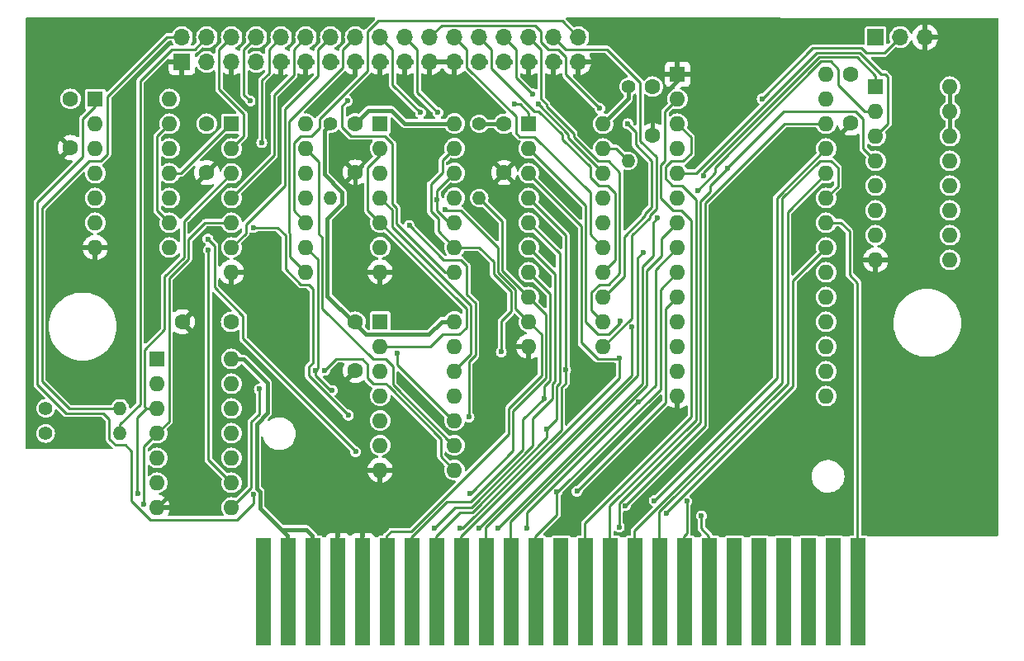
<source format=gbr>
%TF.GenerationSoftware,KiCad,Pcbnew,7.0.9*%
%TF.CreationDate,2024-02-03T08:46:51-03:00*%
%TF.ProjectId,HB3600-Cart,48423336-3030-42d4-9361-72742e6b6963,V1.0*%
%TF.SameCoordinates,Original*%
%TF.FileFunction,Copper,L2,Bot*%
%TF.FilePolarity,Positive*%
%FSLAX46Y46*%
G04 Gerber Fmt 4.6, Leading zero omitted, Abs format (unit mm)*
G04 Created by KiCad (PCBNEW 7.0.9) date 2024-02-03 08:46:51*
%MOMM*%
%LPD*%
G01*
G04 APERTURE LIST*
%TA.AperFunction,ComponentPad*%
%ADD10C,1.600000*%
%TD*%
%TA.AperFunction,ComponentPad*%
%ADD11C,1.400000*%
%TD*%
%TA.AperFunction,ComponentPad*%
%ADD12O,1.400000X1.400000*%
%TD*%
%TA.AperFunction,ComponentPad*%
%ADD13R,1.600000X1.600000*%
%TD*%
%TA.AperFunction,ComponentPad*%
%ADD14O,1.600000X1.600000*%
%TD*%
%TA.AperFunction,ConnectorPad*%
%ADD15R,1.500000X11.000000*%
%TD*%
%TA.AperFunction,ComponentPad*%
%ADD16R,1.700000X1.700000*%
%TD*%
%TA.AperFunction,ComponentPad*%
%ADD17O,1.700000X1.700000*%
%TD*%
%TA.AperFunction,ViaPad*%
%ADD18C,0.600000*%
%TD*%
%TA.AperFunction,Conductor*%
%ADD19C,0.400000*%
%TD*%
%TA.AperFunction,Conductor*%
%ADD20C,0.250000*%
%TD*%
G04 APERTURE END LIST*
D10*
%TO.P,C5,1*%
%TO.N,VCC*%
X192459800Y-95880400D03*
%TO.P,C5,2*%
%TO.N,GNDD*%
X192459800Y-100880400D03*
%TD*%
D11*
%TO.P,R4,1*%
%TO.N,VCC*%
X130223450Y-128894050D03*
D12*
%TO.P,R4,2*%
%TO.N,/~{DRQ}*%
X137843450Y-128894050D03*
%TD*%
D13*
%TO.P,U7,1*%
%TO.N,unconnected-(U7-Pad1)*%
X141659800Y-123820400D03*
D14*
%TO.P,U7,2*%
%TO.N,unconnected-(U7-Pad2)*%
X141659800Y-126360400D03*
%TO.P,U7,3*%
%TO.N,/A0*%
X141659800Y-128900400D03*
%TO.P,U7,4*%
%TO.N,/A1*%
X141659800Y-131440400D03*
%TO.P,U7,5*%
%TO.N,/A2*%
X141659800Y-133980400D03*
%TO.P,U7,6*%
%TO.N,/~{7}*%
X141659800Y-136520400D03*
%TO.P,U7,7,GND*%
%TO.N,GNDD*%
X141659800Y-139060400D03*
%TO.P,U7,8*%
%TO.N,Net-(U7-Pad8)*%
X149279800Y-139060400D03*
%TO.P,U7,9*%
%TO.N,/7FF8_to_7FFF*%
X149279800Y-136520400D03*
%TO.P,U7,10*%
%TO.N,Net-(U7-Pad10)*%
X149279800Y-133980400D03*
%TO.P,U7,11*%
%TO.N,Net-(U7-Pad11)*%
X149279800Y-131440400D03*
%TO.P,U7,12*%
%TO.N,unconnected-(U7-Pad12)*%
X149279800Y-128900400D03*
%TO.P,U7,13*%
%TO.N,unconnected-(U7-Pad13)*%
X149279800Y-126360400D03*
%TO.P,U7,14,VCC*%
%TO.N,VCC*%
X149279800Y-123820400D03*
%TD*%
D13*
%TO.P,U5,1,VPP*%
%TO.N,GNDD*%
X194999800Y-94610400D03*
D14*
%TO.P,U5,2,A12*%
%TO.N,/A12*%
X194999800Y-97150400D03*
%TO.P,U5,3,A7*%
%TO.N,/A7*%
X194999800Y-99690400D03*
%TO.P,U5,4,A6*%
%TO.N,/A6*%
X194999800Y-102230400D03*
%TO.P,U5,5,A5*%
%TO.N,/A5*%
X194999800Y-104770400D03*
%TO.P,U5,6,A4*%
%TO.N,/A4*%
X194999800Y-107310400D03*
%TO.P,U5,7,A3*%
%TO.N,/A3*%
X194999800Y-109850400D03*
%TO.P,U5,8,A2*%
%TO.N,/A2*%
X194999800Y-112390400D03*
%TO.P,U5,9,A1*%
%TO.N,/A1*%
X194999800Y-114930400D03*
%TO.P,U5,10,A0*%
%TO.N,/A0*%
X194999800Y-117470400D03*
%TO.P,U5,11,D0*%
%TO.N,/D0*%
X194999800Y-120010400D03*
%TO.P,U5,12,D1*%
%TO.N,/D1*%
X194999800Y-122550400D03*
%TO.P,U5,13,D2*%
%TO.N,/D2*%
X194999800Y-125090400D03*
%TO.P,U5,14,GND*%
%TO.N,GNDD*%
X194999800Y-127630400D03*
%TO.P,U5,15,D3*%
%TO.N,/D3*%
X210239800Y-127630400D03*
%TO.P,U5,16,D4*%
%TO.N,/D4*%
X210239800Y-125090400D03*
%TO.P,U5,17,D5*%
%TO.N,/D5*%
X210239800Y-122550400D03*
%TO.P,U5,18,D6*%
%TO.N,/D6*%
X210239800Y-120010400D03*
%TO.P,U5,19,D7*%
%TO.N,/D7*%
X210239800Y-117470400D03*
%TO.P,U5,20,~{CE}*%
%TO.N,Net-(U5-~{CE})*%
X210239800Y-114930400D03*
%TO.P,U5,21,A10*%
%TO.N,/A10*%
X210239800Y-112390400D03*
%TO.P,U5,22,~{OE}*%
%TO.N,/~{CS1}*%
X210239800Y-109850400D03*
%TO.P,U5,23,A11*%
%TO.N,/A11*%
X210239800Y-107310400D03*
%TO.P,U5,24,A9*%
%TO.N,/A9*%
X210239800Y-104770400D03*
%TO.P,U5,25,A8*%
%TO.N,/A8*%
X210239800Y-102230400D03*
%TO.P,U5,26,A13*%
%TO.N,/A13*%
X210239800Y-99690400D03*
%TO.P,U5,27,~{PGM}*%
%TO.N,/A14{slash}~{PGM}*%
X210239800Y-97150400D03*
%TO.P,U5,28,VCC*%
%TO.N,VCC*%
X210239800Y-94610400D03*
%TD*%
D11*
%TO.P,R1,1*%
%TO.N,VCC*%
X159439800Y-99690400D03*
D12*
%TO.P,R1,2*%
%TO.N,/D7*%
X159439800Y-107310400D03*
%TD*%
D13*
%TO.P,U3,1*%
%TO.N,Net-(U3-Pad1)*%
X164519800Y-99665000D03*
D14*
%TO.P,U3,2*%
%TO.N,/7FFF_RE*%
X164519800Y-102205000D03*
%TO.P,U3,3*%
%TO.N,/D6*%
X164519800Y-104745000D03*
%TO.P,U3,4*%
%TO.N,Net-(U3-Pad4)*%
X164519800Y-107285000D03*
%TO.P,U3,5*%
%TO.N,/7FFF_RE*%
X164519800Y-109825000D03*
%TO.P,U3,6*%
%TO.N,/D7*%
X164519800Y-112365000D03*
%TO.P,U3,7,GND*%
%TO.N,GNDD*%
X164519800Y-114905000D03*
%TO.P,U3,8*%
%TO.N,~{FDC_CS}*%
X172139800Y-114905000D03*
%TO.P,U3,9*%
%TO.N,/~{7}*%
X172139800Y-112365000D03*
%TO.P,U3,10*%
%TO.N,/7FF8_to_7FFF*%
X172139800Y-109825000D03*
%TO.P,U3,11*%
%TO.N,Net-(U4-CE)*%
X172139800Y-107285000D03*
%TO.P,U3,12*%
%TO.N,/7FF8_to_7FFF*%
X172139800Y-104745000D03*
%TO.P,U3,13*%
%TO.N,/~{7}*%
X172139800Y-102205000D03*
%TO.P,U3,14,VCC*%
%TO.N,VCC*%
X172139800Y-99665000D03*
%TD*%
D15*
%TO.P,P1,1,Pin_1*%
%TO.N,/~{CS1}*%
X213535800Y-147695000D03*
%TO.P,P1,3,Pin_3*%
%TO.N,/~{CS12}*%
X210995800Y-147695000D03*
%TO.P,P1,5,Pin_5*%
%TO.N,unconnected-(P1-Pin_5-Pad5)*%
X208455800Y-147695000D03*
%TO.P,P1,7,Pin_7*%
%TO.N,/~{WAIT}*%
X205915800Y-147695000D03*
%TO.P,P1,9,Pin_9*%
%TO.N,/~{M1}*%
X203375800Y-147695000D03*
%TO.P,P1,11,Pin_11*%
%TO.N,/~{IOREQ}*%
X200835800Y-147695000D03*
%TO.P,P1,13,Pin_13*%
%TO.N,/~{WR}*%
X198295800Y-147695000D03*
%TO.P,P1,15,Pin_15*%
%TO.N,/~{RESET}*%
X195755800Y-147695000D03*
%TO.P,P1,17,Pin_17*%
%TO.N,/A9*%
X193215800Y-147695000D03*
%TO.P,P1,19,Pin_19*%
%TO.N,/A11*%
X190675800Y-147695000D03*
%TO.P,P1,21,Pin_21*%
%TO.N,/A7*%
X188135800Y-147695000D03*
%TO.P,P1,23,Pin_23*%
%TO.N,/A12*%
X185595800Y-147695000D03*
%TO.P,P1,25,Pin_25*%
%TO.N,/A14*%
X183055800Y-147695000D03*
%TO.P,P1,27,Pin_27*%
%TO.N,/A1*%
X180515800Y-147695000D03*
%TO.P,P1,29,Pin_29*%
%TO.N,/A3*%
X177975800Y-147695000D03*
%TO.P,P1,31,Pin_31*%
%TO.N,/A5*%
X175435800Y-147695000D03*
%TO.P,P1,33,Pin_33*%
%TO.N,/D1*%
X172895800Y-147695000D03*
%TO.P,P1,35,Pin_35*%
%TO.N,/D3*%
X170355800Y-147695000D03*
%TO.P,P1,37,Pin_37*%
%TO.N,/D5*%
X167815800Y-147695000D03*
%TO.P,P1,39,Pin_39*%
%TO.N,/D7*%
X165275800Y-147695000D03*
%TO.P,P1,41,Pin_41*%
%TO.N,GNDD*%
X162735800Y-147695000D03*
%TO.P,P1,43,Pin_43*%
X160195800Y-147695000D03*
%TO.P,P1,45,Pin_45*%
%TO.N,VCC*%
X157655800Y-147695000D03*
%TO.P,P1,47,Pin_47*%
X155115800Y-147695000D03*
%TO.P,P1,49,Pin_49*%
%TO.N,/SOUNDIN*%
X152575800Y-147695000D03*
%TD*%
D10*
%TO.P,C2,1*%
%TO.N,VCC*%
X146739800Y-99690400D03*
%TO.P,C2,2*%
%TO.N,GNDD*%
X146739800Y-104690400D03*
%TD*%
%TO.P,C7,1*%
%TO.N,VCC*%
X149239800Y-120010400D03*
%TO.P,C7,2*%
%TO.N,GNDD*%
X144239800Y-120010400D03*
%TD*%
D11*
%TO.P,R3,1*%
%TO.N,VCC*%
X189970600Y-95880400D03*
D12*
%TO.P,R3,2*%
%TO.N,Net-(U4-CE)*%
X189970600Y-103500400D03*
%TD*%
D11*
%TO.P,R5,1*%
%TO.N,VCC*%
X130229800Y-131465800D03*
D12*
%TO.P,R5,2*%
%TO.N,/~{IRQ}*%
X137849800Y-131465800D03*
%TD*%
D13*
%TO.P,U1,1*%
%TO.N,/~{RD}*%
X135309800Y-97150400D03*
D14*
%TO.P,U1,2*%
%TO.N,/~{SLTSL}*%
X135309800Y-99690400D03*
%TO.P,U1,3*%
%TO.N,Net-(U4-A->B)*%
X135309800Y-102230400D03*
%TO.P,U1,4*%
%TO.N,unconnected-(U1-Pad4)*%
X135309800Y-104770400D03*
%TO.P,U1,5*%
%TO.N,unconnected-(U1-Pad5)*%
X135309800Y-107310400D03*
%TO.P,U1,6*%
%TO.N,unconnected-(U1-Pad6)*%
X135309800Y-109850400D03*
%TO.P,U1,7,GND*%
%TO.N,GNDD*%
X135309800Y-112390400D03*
%TO.P,U1,8*%
%TO.N,Net-(U5-~{CE})*%
X142929800Y-112390400D03*
%TO.P,U1,9*%
%TO.N,/~{SLTSL}*%
X142929800Y-109850400D03*
%TO.P,U1,10*%
%TO.N,/7FF8_to_7FFF*%
X142929800Y-107310400D03*
%TO.P,U1,11*%
%TO.N,Net-(U1-Pad11)*%
X142929800Y-104770400D03*
%TO.P,U1,12*%
%TO.N,/~{WR}*%
X142929800Y-102230400D03*
%TO.P,U1,13*%
%TO.N,/~{SLTSL}*%
X142929800Y-99690400D03*
%TO.P,U1,14,VCC*%
%TO.N,VCC*%
X142929800Y-97150400D03*
%TD*%
D10*
%TO.P,C1,1*%
%TO.N,VCC*%
X132769800Y-97139600D03*
%TO.P,C1,2*%
%TO.N,GNDD*%
X132769800Y-102139600D03*
%TD*%
D13*
%TO.P,U4,1,A->B*%
%TO.N,Net-(U4-A->B)*%
X179759800Y-99690400D03*
D14*
%TO.P,U4,2,A0*%
%TO.N,/D0*%
X179759800Y-102230400D03*
%TO.P,U4,3,A1*%
%TO.N,/D1*%
X179759800Y-104770400D03*
%TO.P,U4,4,A2*%
%TO.N,/D2*%
X179759800Y-107310400D03*
%TO.P,U4,5,A3*%
%TO.N,/D3*%
X179759800Y-109850400D03*
%TO.P,U4,6,A4*%
%TO.N,/D4*%
X179759800Y-112390400D03*
%TO.P,U4,7,A5*%
%TO.N,/D5*%
X179759800Y-114930400D03*
%TO.P,U4,8,A6*%
%TO.N,/D6*%
X179759800Y-117470400D03*
%TO.P,U4,9,A7*%
%TO.N,/D7*%
X179759800Y-120010400D03*
%TO.P,U4,10,GND*%
%TO.N,GNDD*%
X179759800Y-122550400D03*
%TO.P,U4,11,B7*%
%TO.N,/FDC_D7*%
X187379800Y-122550400D03*
%TO.P,U4,12,B6*%
%TO.N,/FDC_D6*%
X187379800Y-120010400D03*
%TO.P,U4,13,B5*%
%TO.N,/FDC_D5*%
X187379800Y-117470400D03*
%TO.P,U4,14,B4*%
%TO.N,/FDC_D4*%
X187379800Y-114930400D03*
%TO.P,U4,15,B3*%
%TO.N,/FDC_D3*%
X187379800Y-112390400D03*
%TO.P,U4,16,B2*%
%TO.N,/FDC_D2*%
X187379800Y-109850400D03*
%TO.P,U4,17,B1*%
%TO.N,/FDC_D1*%
X187379800Y-107310400D03*
%TO.P,U4,18,B0*%
%TO.N,/FDC_D0*%
X187379800Y-104770400D03*
%TO.P,U4,19,CE*%
%TO.N,Net-(U4-CE)*%
X187379800Y-102230400D03*
%TO.P,U4,20,VCC*%
%TO.N,VCC*%
X187379800Y-99690400D03*
%TD*%
D11*
%TO.P,R2,1*%
%TO.N,VCC*%
X174679800Y-99690400D03*
D12*
%TO.P,R2,2*%
%TO.N,/D6*%
X174679800Y-107310400D03*
%TD*%
D16*
%TO.P,J1,1,Pin_1*%
%TO.N,GNDD*%
X144199800Y-93340400D03*
D17*
%TO.P,J1,2,Pin_2*%
%TO.N,/~{DRQ}*%
X144199800Y-90800400D03*
%TO.P,J1,3,Pin_3*%
%TO.N,unconnected-(J1-Pin_3-Pad3)*%
X146739800Y-93340400D03*
%TO.P,J1,4,Pin_4*%
%TO.N,/~{IRQ}*%
X146739800Y-90800400D03*
%TO.P,J1,5,Pin_5*%
%TO.N,GNDD*%
X149279800Y-93340400D03*
%TO.P,J1,6,Pin_6*%
%TO.N,~{FDC_WE}*%
X149279800Y-90800400D03*
%TO.P,J1,7,Pin_7*%
%TO.N,unconnected-(J1-Pin_7-Pad7)*%
X151819800Y-93340400D03*
%TO.P,J1,8,Pin_8*%
%TO.N,~{FDC_CS}*%
X151819800Y-90800400D03*
%TO.P,J1,9,Pin_9*%
%TO.N,GNDD*%
X154359800Y-93340400D03*
%TO.P,J1,10,Pin_10*%
%TO.N,~{FDC_RE}*%
X154359800Y-90800400D03*
%TO.P,J1,11,Pin_11*%
%TO.N,GNDD*%
X156899800Y-93340400D03*
%TO.P,J1,12,Pin_12*%
%TO.N,FDC_A0*%
X156899800Y-90800400D03*
%TO.P,J1,13,Pin_13*%
%TO.N,GNDD*%
X159439800Y-93340400D03*
%TO.P,J1,14,Pin_14*%
%TO.N,FDC_A1*%
X159439800Y-90800400D03*
%TO.P,J1,15,Pin_15*%
%TO.N,GNDD*%
X161979800Y-93340400D03*
%TO.P,J1,16,Pin_16*%
%TO.N,FDC_A2*%
X161979800Y-90800400D03*
%TO.P,J1,17,Pin_17*%
%TO.N,GNDD*%
X164519800Y-93340400D03*
%TO.P,J1,18,Pin_18*%
%TO.N,/FDC_D0*%
X164519800Y-90800400D03*
%TO.P,J1,19,Pin_19*%
%TO.N,GNDD*%
X167059800Y-93340400D03*
%TO.P,J1,20,Pin_20*%
%TO.N,/FDC_D1*%
X167059800Y-90800400D03*
%TO.P,J1,21,Pin_21*%
%TO.N,GNDD*%
X169599800Y-93340400D03*
%TO.P,J1,22,Pin_22*%
%TO.N,/FDC_D2*%
X169599800Y-90800400D03*
%TO.P,J1,23,Pin_23*%
%TO.N,GNDD*%
X172139800Y-93340400D03*
%TO.P,J1,24,Pin_24*%
%TO.N,/FDC_D3*%
X172139800Y-90800400D03*
%TO.P,J1,25,Pin_25*%
%TO.N,GNDD*%
X174679800Y-93340400D03*
%TO.P,J1,26,Pin_26*%
%TO.N,/FDC_D4*%
X174679800Y-90800400D03*
%TO.P,J1,27,Pin_27*%
%TO.N,GNDD*%
X177219800Y-93340400D03*
%TO.P,J1,28,Pin_28*%
%TO.N,/FDC_D5*%
X177219800Y-90800400D03*
%TO.P,J1,29,Pin_29*%
%TO.N,GNDD*%
X179759800Y-93340400D03*
%TO.P,J1,30,Pin_30*%
%TO.N,/FDC_D6*%
X179759800Y-90800400D03*
%TO.P,J1,31,Pin_31*%
%TO.N,GNDD*%
X182299800Y-93340400D03*
%TO.P,J1,32,Pin_32*%
%TO.N,/FDC_D7*%
X182299800Y-90800400D03*
%TO.P,J1,33,Pin_33*%
%TO.N,GNDD*%
X184839800Y-93340400D03*
%TO.P,J1,34,Pin_34*%
%TO.N,~{FDC_RST}*%
X184839800Y-90800400D03*
%TD*%
D13*
%TO.P,U2,1*%
%TO.N,Net-(U1-Pad11)*%
X149279800Y-99690400D03*
D14*
%TO.P,U2,2*%
%TO.N,~{FDC_WE}*%
X149279800Y-102230400D03*
%TO.P,U2,3*%
%TO.N,/A0*%
X149279800Y-104770400D03*
%TO.P,U2,4*%
%TO.N,FDC_A0*%
X149279800Y-107310400D03*
%TO.P,U2,5*%
%TO.N,/A1*%
X149279800Y-109850400D03*
%TO.P,U2,6*%
%TO.N,FDC_A1*%
X149279800Y-112390400D03*
%TO.P,U2,7,GND*%
%TO.N,GNDD*%
X149279800Y-114930400D03*
%TO.P,U2,8*%
%TO.N,FDC_A2*%
X156899800Y-114930400D03*
%TO.P,U2,9*%
%TO.N,/A2*%
X156899800Y-112390400D03*
%TO.P,U2,10*%
%TO.N,~{FDC_RST}*%
X156899800Y-109850400D03*
%TO.P,U2,11*%
%TO.N,/~{RESET}*%
X156899800Y-107310400D03*
%TO.P,U2,12*%
%TO.N,~{FDC_RE}*%
X156899800Y-104770400D03*
%TO.P,U2,13*%
%TO.N,Net-(U4-A->B)*%
X156899800Y-102230400D03*
%TO.P,U2,14,VCC*%
%TO.N,VCC*%
X156899800Y-99690400D03*
%TD*%
D13*
%TO.P,U6,1*%
%TO.N,/A3*%
X215319800Y-95880400D03*
D14*
%TO.P,U6,2*%
%TO.N,/A4*%
X215319800Y-98420400D03*
%TO.P,U6,3*%
%TO.N,/A5*%
X215319800Y-100960400D03*
%TO.P,U6,4*%
%TO.N,/A6*%
X215319800Y-103500400D03*
%TO.P,U6,5*%
%TO.N,/A8*%
X215319800Y-106040400D03*
%TO.P,U6,6*%
%TO.N,/A7*%
X215319800Y-108580400D03*
%TO.P,U6,7*%
%TO.N,/A9*%
X215319800Y-111120400D03*
%TO.P,U6,8,GND*%
%TO.N,GNDD*%
X215319800Y-113660400D03*
%TO.P,U6,9*%
%TO.N,Net-(U6-Pad9)*%
X222939800Y-113660400D03*
%TO.P,U6,10*%
%TO.N,/A10*%
X222939800Y-111120400D03*
%TO.P,U6,11*%
%TO.N,/A11*%
X222939800Y-108580400D03*
%TO.P,U6,12*%
%TO.N,/A13*%
X222939800Y-106040400D03*
%TO.P,U6,13*%
%TO.N,/A12*%
X222939800Y-103500400D03*
%TO.P,U6,14*%
%TO.N,VCC*%
X222939800Y-100960400D03*
%TO.P,U6,15*%
X222939800Y-98420400D03*
%TO.P,U6,16,VCC*%
X222939800Y-95880400D03*
%TD*%
D10*
%TO.P,C6,1*%
%TO.N,VCC*%
X212779800Y-94610400D03*
%TO.P,C6,2*%
%TO.N,GNDD*%
X212779800Y-99610400D03*
%TD*%
%TO.P,C4,1*%
%TO.N,VCC*%
X177215800Y-99690400D03*
%TO.P,C4,2*%
%TO.N,GNDD*%
X177215800Y-104690400D03*
%TD*%
D13*
%TO.P,U8,1*%
%TO.N,Net-(U7-Pad8)*%
X164513450Y-119978650D03*
D14*
%TO.P,U8,2*%
%TO.N,/7FFF_RE*%
X164513450Y-122518650D03*
%TO.P,U8,3*%
%TO.N,/~{7}*%
X164513450Y-125058650D03*
%TO.P,U8,4*%
%TO.N,Net-(U7-Pad10)*%
X164513450Y-127598650D03*
%TO.P,U8,5*%
%TO.N,Net-(U6-Pad9)*%
X164513450Y-130138650D03*
%TO.P,U8,6*%
%TO.N,/7FF8_to_7FFF*%
X164513450Y-132678650D03*
%TO.P,U8,7,GND*%
%TO.N,GNDD*%
X164513450Y-135218650D03*
%TO.P,U8,8*%
%TO.N,Net-(U7-Pad11)*%
X172133450Y-135218650D03*
%TO.P,U8,9*%
%TO.N,Net-(U4-A->B)*%
X172133450Y-132678650D03*
%TO.P,U8,10*%
%TO.N,Net-(U3-Pad1)*%
X172133450Y-130138650D03*
%TO.P,U8,11*%
%TO.N,/~{IRQ}*%
X172133450Y-127598650D03*
%TO.P,U8,12*%
%TO.N,Net-(U3-Pad4)*%
X172133450Y-125058650D03*
%TO.P,U8,13*%
%TO.N,/~{DRQ}*%
X172133450Y-122518650D03*
%TO.P,U8,14,VCC*%
%TO.N,VCC*%
X172133450Y-119978650D03*
%TD*%
D16*
%TO.P,J2,1,Pin_1*%
%TO.N,VCC*%
X215313450Y-90794050D03*
D17*
%TO.P,J2,2,Pin_2*%
%TO.N,/A14{slash}~{PGM}*%
X217853450Y-90794050D03*
%TO.P,J2,3,Pin_3*%
%TO.N,GNDD*%
X220393450Y-90794050D03*
%TD*%
D10*
%TO.P,C3,1*%
%TO.N,VCC*%
X161979800Y-99665000D03*
%TO.P,C3,2*%
%TO.N,GNDD*%
X161979800Y-104665000D03*
%TD*%
%TO.P,C8,1*%
%TO.N,VCC*%
X161973450Y-120004050D03*
%TO.P,C8,2*%
%TO.N,GNDD*%
X161973450Y-125004050D03*
%TD*%
D18*
%TO.N,/A1*%
X182633800Y-137461400D03*
X140272589Y-138720411D03*
%TO.N,/A3*%
X197707800Y-104989500D03*
%TO.N,/A5*%
X191514800Y-112871200D03*
%TO.N,/D1*%
X189075250Y-123712450D03*
%TO.N,/D3*%
X181630800Y-131037400D03*
%TO.N,/D5*%
X181353800Y-127844400D03*
%TO.N,/D7*%
X171161547Y-108517253D03*
%TO.N,/D6*%
X173739117Y-137637117D03*
%TO.N,/D4*%
X170057000Y-141168600D03*
%TO.N,/D2*%
X183533900Y-124963400D03*
X172739611Y-141184211D03*
%TO.N,/D0*%
X190317800Y-120556200D03*
X189108674Y-119938348D03*
X174656500Y-141170700D03*
%TO.N,/A4*%
X197076800Y-106521400D03*
X176583654Y-141192854D03*
X192967800Y-109367800D03*
%TO.N,/A2*%
X190998800Y-128261400D03*
X157887489Y-124985889D03*
X179595800Y-141168600D03*
X159611250Y-127039850D03*
%TO.N,/A0*%
X139663700Y-137587200D03*
X184698672Y-137395272D03*
%TO.N,/A13*%
X189657800Y-138867400D03*
%TO.N,/A8*%
X192612200Y-138349200D03*
%TO.N,/A6*%
X200096027Y-104246173D03*
X189030800Y-141067000D03*
%TO.N,/A10*%
X193894800Y-139663400D03*
%TO.N,/~{WR}*%
X151534050Y-110326650D03*
X161253800Y-129587400D03*
X197446800Y-139916400D03*
%TO.N,/~{SLTSL}*%
X146860450Y-111520450D03*
X162005200Y-133334900D03*
%TO.N,Net-(U4-A->B)*%
X178254850Y-97692350D03*
%TO.N,/~{RD}*%
X151495337Y-137728040D03*
%TO.N,/~{RESET}*%
X195962800Y-138422400D03*
X173638400Y-129764000D03*
X167503800Y-110102200D03*
%TO.N,Net-(U3-Pad1)*%
X166247000Y-123207900D03*
%TO.N,~{FDC_CS}*%
X151184800Y-97339000D03*
X161143100Y-97339000D03*
%TO.N,~{FDC_RE}*%
X152378600Y-101620800D03*
%TO.N,Net-(U7-Pad8)*%
X152124600Y-126893800D03*
%TO.N,/FDC_D0*%
X180705301Y-97683679D03*
X168649161Y-98536561D03*
%TO.N,/FDC_D1*%
X170430800Y-98538100D03*
%TO.N,/FDC_D2*%
X187028800Y-98104500D03*
%TO.N,/FDC_D5*%
X180127800Y-96602700D03*
X189900750Y-99696750D03*
%TO.N,/~{7}*%
X176940400Y-123083800D03*
%TO.N,Net-(U7-Pad11)*%
X158855600Y-124988800D03*
%TO.N,/7FF8_to_7FFF*%
X146901800Y-112659200D03*
X170321500Y-107462800D03*
%TO.N,/A14{slash}~{PGM}*%
X203679986Y-97124736D03*
%TD*%
D19*
%TO.N,VCC*%
X156950600Y-141321000D02*
X154385200Y-141321000D01*
X169515400Y-121305800D02*
X163046200Y-121305800D01*
X155045800Y-147823400D02*
X155045800Y-144872400D01*
X155045800Y-141981600D02*
X152195337Y-139131137D01*
X152195337Y-137438090D02*
X151838850Y-137081603D01*
X189970700Y-95880500D02*
X189970800Y-95880400D01*
X172133450Y-119978650D02*
X170842550Y-119978650D01*
X152962800Y-126301400D02*
X150481800Y-123820400D01*
X172139800Y-99665000D02*
X167034400Y-99665000D01*
X152962800Y-129357600D02*
X152962800Y-126301400D01*
X151838850Y-130481550D02*
X152962800Y-129357600D01*
X160633600Y-106751600D02*
X158779400Y-104897400D01*
X155045800Y-144872400D02*
X155045800Y-141981600D01*
X155045600Y-144872600D02*
X155045600Y-147823400D01*
X222939800Y-95880400D02*
X222939800Y-98420400D01*
X161751200Y-120010800D02*
X159103250Y-117362850D01*
X158779400Y-104897400D02*
X158779400Y-100350800D01*
X157585800Y-147823400D02*
X157585800Y-144872400D01*
X163326000Y-98318800D02*
X161979800Y-99665000D01*
X174679800Y-99690400D02*
X177194400Y-99690400D01*
X170842550Y-119978650D02*
X169515400Y-121305800D01*
X158779400Y-100350800D02*
X159439800Y-99690400D01*
X189970600Y-95880400D02*
X189970700Y-95880500D01*
X189970700Y-97099500D02*
X189970700Y-95880500D01*
X155045800Y-144872400D02*
X155045600Y-144872600D01*
X157585800Y-144872400D02*
X157585600Y-144872600D01*
X161966700Y-120010800D02*
X161973450Y-120004050D01*
X187379800Y-99690400D02*
X189970700Y-97099500D01*
X165688200Y-98318800D02*
X163326000Y-98318800D01*
X150481800Y-123820400D02*
X149279800Y-123820400D01*
X152195337Y-139131137D02*
X152195337Y-137438090D01*
X177194400Y-99690400D02*
X177194800Y-99690400D01*
X157585800Y-141956200D02*
X156950600Y-141321000D01*
X163046200Y-121305800D02*
X161751200Y-120010800D01*
X159103250Y-109399550D02*
X160633600Y-107869200D01*
X167034400Y-99665000D02*
X165688200Y-98318800D01*
X222939800Y-98420400D02*
X222939800Y-100960400D01*
X151838850Y-137081603D02*
X151838850Y-130481550D01*
X157585800Y-144872400D02*
X157585800Y-141956200D01*
X161751200Y-120010800D02*
X161966700Y-120010800D01*
X157585600Y-144872600D02*
X157585600Y-147823400D01*
X159103250Y-117362850D02*
X159103250Y-109399550D01*
X160633600Y-107869200D02*
X160633600Y-106751600D01*
D20*
%TO.N,/A9*%
X193145800Y-139525400D02*
X193145800Y-143943400D01*
X193145800Y-143943400D02*
X193145800Y-147823400D01*
X210239800Y-104770400D02*
X206296450Y-108713750D01*
X206296450Y-108713750D02*
X206296450Y-126374750D01*
X193145800Y-143943400D02*
X193145600Y-143943600D01*
X206296450Y-126374750D02*
X193145800Y-139525400D01*
X193145600Y-143943600D02*
X193145600Y-147823400D01*
%TO.N,/A11*%
X211459000Y-106091200D02*
X210239800Y-107310400D01*
X211459000Y-104211600D02*
X211459000Y-106091200D01*
X190605800Y-145043900D02*
X190605800Y-141426400D01*
X190605800Y-145043900D02*
X190605600Y-145044100D01*
X205754800Y-126277400D02*
X205754800Y-107351844D01*
X209606205Y-103500400D02*
X210747800Y-103500400D01*
X190605800Y-141426400D02*
X205754800Y-126277400D01*
X190605800Y-147823400D02*
X190605800Y-145043900D01*
X190605600Y-145044100D02*
X190605600Y-147823400D01*
X210747800Y-103500400D02*
X211459000Y-104211600D01*
X205754800Y-107351844D02*
X209606205Y-103500400D01*
%TO.N,/A7*%
X195585391Y-103525800D02*
X194364800Y-103525800D01*
X194491800Y-106040400D02*
X195437096Y-106040400D01*
X194999800Y-99690400D02*
X196371400Y-101062000D01*
X188065800Y-145043900D02*
X188065800Y-147823400D01*
X193755200Y-105303800D02*
X194491800Y-106040400D01*
X188065800Y-145043900D02*
X188065600Y-145044100D01*
X188065800Y-138933400D02*
X188065800Y-145043900D01*
X196371400Y-101062000D02*
X196371400Y-102739791D01*
X194364800Y-103525800D02*
X193755200Y-104135400D01*
X196886600Y-130112600D02*
X188065800Y-138933400D01*
X196886600Y-107489904D02*
X196886600Y-130112600D01*
X193755200Y-104135400D02*
X193755200Y-105303800D01*
X195437096Y-106040400D02*
X196886600Y-107489904D01*
X188065600Y-145044100D02*
X188065600Y-147823400D01*
X196371400Y-102739791D02*
X195585391Y-103525800D01*
%TO.N,/A12*%
X185525800Y-144259900D02*
X185525600Y-144260100D01*
X193272600Y-103932200D02*
X193272600Y-107335800D01*
X196436600Y-129785600D02*
X185525800Y-140696400D01*
X194999800Y-97150400D02*
X193729800Y-98420400D01*
X193272600Y-107335800D02*
X194517200Y-108580400D01*
X193729800Y-103475000D02*
X193272600Y-103932200D01*
X195392800Y-108580400D02*
X196436600Y-109624200D01*
X194517200Y-108580400D02*
X195392800Y-108580400D01*
X193729800Y-98420400D02*
X193729800Y-103475000D01*
X185525600Y-144260100D02*
X185525600Y-147823400D01*
X185525800Y-140696400D02*
X185525800Y-144259900D01*
X185525800Y-144259900D02*
X185525800Y-147823400D01*
X196436600Y-109624200D02*
X196436600Y-129785600D01*
%TO.N,/A1*%
X180445800Y-141996400D02*
X182633800Y-139808400D01*
X142879000Y-130221200D02*
X141659800Y-131440400D01*
X140288200Y-138704800D02*
X140288200Y-132812000D01*
X180445600Y-145074100D02*
X180445600Y-147823400D01*
X144849800Y-113580300D02*
X142879000Y-115551100D01*
X182633800Y-139808400D02*
X182633800Y-137461400D01*
X144849800Y-111562600D02*
X144849800Y-113580300D01*
X140288200Y-132812000D02*
X141659800Y-131440400D01*
X193235800Y-126912400D02*
X193235800Y-116694400D01*
X149279800Y-109850400D02*
X146562000Y-109850400D01*
X142879000Y-115551100D02*
X142879000Y-130221200D01*
X182686800Y-137461400D02*
X193235800Y-126912400D01*
X182633800Y-137461400D02*
X182686800Y-137461400D01*
X193235800Y-116694400D02*
X194999800Y-114930400D01*
X180445800Y-145073900D02*
X180445800Y-141996400D01*
X180445800Y-147823400D02*
X180445800Y-145073900D01*
X146562000Y-109850400D02*
X144849800Y-111562600D01*
X140272589Y-138720411D02*
X140288200Y-138704800D01*
X180445800Y-145073900D02*
X180445600Y-145074100D01*
%TO.N,/A3*%
X177905800Y-145073900D02*
X177905600Y-145074100D01*
X193353800Y-113244300D02*
X191848800Y-114749400D01*
X197707800Y-104665900D02*
X197707800Y-104989500D01*
X213410550Y-92844250D02*
X209529450Y-92844250D01*
X179019196Y-139351400D02*
X177905800Y-140464796D01*
X177905600Y-145074100D02*
X177905600Y-147823400D01*
X177905800Y-140464796D02*
X177905800Y-145073900D01*
X179022800Y-139351400D02*
X179019196Y-139351400D01*
X215319800Y-94753500D02*
X213410550Y-92844250D01*
X215319800Y-95880400D02*
X215319800Y-94753500D01*
X177905800Y-145073900D02*
X177905800Y-147823400D01*
X209529450Y-92844250D02*
X197707800Y-104665900D01*
X193353800Y-111496400D02*
X193353800Y-113244300D01*
X191848800Y-126525400D02*
X179022800Y-139351400D01*
X191848800Y-114749400D02*
X191848800Y-126525400D01*
X194999800Y-109850400D02*
X193353800Y-111496400D01*
%TO.N,/A5*%
X216589800Y-99690400D02*
X216589800Y-94900400D01*
X209293650Y-92394250D02*
X196917500Y-104770400D01*
X216589800Y-94900400D02*
X216293450Y-94604050D01*
X175365800Y-147823400D02*
X175365800Y-145101900D01*
X175365600Y-145102100D02*
X175365600Y-147823400D01*
X213687850Y-92394250D02*
X209293650Y-92394250D01*
X175365800Y-145101900D02*
X175365600Y-145102100D01*
X216293450Y-94604050D02*
X215897650Y-94604050D01*
X190944800Y-113441700D02*
X191514800Y-112871200D01*
X175365800Y-141102400D02*
X190944800Y-125523400D01*
X196917500Y-104770400D02*
X194999800Y-104770400D01*
X190944800Y-125523400D02*
X190944800Y-113441700D01*
X175365800Y-145101900D02*
X175365800Y-141102400D01*
X215897650Y-94604050D02*
X213687850Y-92394250D01*
X215319800Y-100960400D02*
X216589800Y-99690400D01*
%TO.N,/D1*%
X172825600Y-145102100D02*
X172825600Y-147823400D01*
X189075250Y-125746950D02*
X172825800Y-141996400D01*
X186814650Y-123814050D02*
X185152650Y-122152050D01*
X172825800Y-141996400D02*
X172825800Y-145101900D01*
X189075250Y-123712450D02*
X189075250Y-125746950D01*
X185152650Y-110163250D02*
X179759800Y-104770400D01*
X172825800Y-145101900D02*
X172825600Y-145102100D01*
X188973650Y-123814050D02*
X186814650Y-123814050D01*
X185152650Y-122152050D02*
X185152650Y-110163250D01*
X172825800Y-145101900D02*
X172825800Y-147823400D01*
X189075250Y-123712450D02*
X188973650Y-123814050D01*
%TO.N,/D3*%
X172694750Y-139587450D02*
X173944754Y-139587450D01*
X182909400Y-126308204D02*
X182909400Y-113000000D01*
X182909400Y-113000000D02*
X179759800Y-109850400D01*
X170285800Y-147823400D02*
X170285800Y-144909900D01*
X182637800Y-130030400D02*
X182637800Y-126579804D01*
X173944754Y-139587450D02*
X181630800Y-131901404D01*
X181630800Y-131037400D02*
X182637800Y-130030400D01*
X181630800Y-131901404D02*
X181630800Y-131037400D01*
X170285800Y-141996400D02*
X172694750Y-139587450D01*
X170285800Y-144909900D02*
X170285800Y-141996400D01*
X182637800Y-126579804D02*
X182909400Y-126308204D01*
X170285800Y-144909900D02*
X170285600Y-144910100D01*
X170285600Y-144910100D02*
X170285600Y-147823400D01*
%TO.N,/D5*%
X173764162Y-138495250D02*
X171372846Y-138495250D01*
X171372846Y-138495250D02*
X167745800Y-142122296D01*
X179161800Y-130036400D02*
X179161800Y-133097612D01*
X167745600Y-145022600D02*
X167745600Y-147823400D01*
X179759800Y-114930400D02*
X181955200Y-117125800D01*
X181955200Y-125989612D02*
X181353800Y-126591012D01*
X179161800Y-133097612D02*
X173764162Y-138495250D01*
X181955200Y-117125800D02*
X181955200Y-125989612D01*
X181353800Y-126591012D02*
X181353800Y-127844400D01*
X181353800Y-127844400D02*
X179161800Y-130036400D01*
X167745800Y-145022400D02*
X167745800Y-147823400D01*
X167745800Y-142122296D02*
X167745800Y-145022400D01*
X167745800Y-145022400D02*
X167745600Y-145022600D01*
%TO.N,/D7*%
X176592000Y-114938996D02*
X178388200Y-116735196D01*
X171161547Y-108517253D02*
X171199294Y-108555000D01*
X178388200Y-118638800D02*
X179759800Y-120010400D01*
X176592000Y-112373596D02*
X176592000Y-114938996D01*
X177706800Y-128896000D02*
X181055200Y-125547600D01*
X172773404Y-108555000D02*
X176592000Y-112373596D01*
X167707500Y-141524200D02*
X177706800Y-131524900D01*
X181055200Y-125547600D02*
X181055200Y-121305800D01*
X178388200Y-116735196D02*
X178388200Y-118638800D01*
X165205800Y-147823400D02*
X165205800Y-144909900D01*
X165205600Y-144910100D02*
X165205600Y-147823400D01*
X165205600Y-144909700D02*
X165205600Y-141981400D01*
X171199294Y-108555000D02*
X172773404Y-108555000D01*
X165205600Y-141981400D02*
X165662800Y-141524200D01*
X165205800Y-144909900D02*
X165205600Y-144910100D01*
X165662800Y-141524200D02*
X167707500Y-141524200D01*
X177706800Y-131524900D02*
X177706800Y-128896000D01*
X181055200Y-121305800D02*
X179759800Y-120010400D01*
X165205800Y-144909900D02*
X165205600Y-144909700D01*
D19*
%TO.N,GNDD*%
X147929800Y-103500400D02*
X149813200Y-103500400D01*
X151331800Y-101981800D02*
X151331800Y-98475950D01*
X164513450Y-136539450D02*
X160125800Y-140927100D01*
X162665600Y-145709100D02*
X162665600Y-147823400D01*
X163040250Y-135218650D02*
X162837050Y-135015450D01*
X215319800Y-113660400D02*
X213973600Y-113660400D01*
X161883800Y-125143400D02*
X161751200Y-125010800D01*
X164513450Y-135218650D02*
X163040250Y-135218650D01*
X145292000Y-135428200D02*
X145292000Y-121062600D01*
X161973450Y-125004050D02*
X161109850Y-125867650D01*
X162665800Y-145708900D02*
X162665800Y-142006600D01*
X149279800Y-116352800D02*
X149279800Y-114930400D01*
X149813200Y-103500400D02*
X151331800Y-101981800D01*
X160125600Y-144910100D02*
X160125600Y-147823400D01*
X173460600Y-99115565D02*
X172139800Y-97794765D01*
X173460600Y-100956200D02*
X173460600Y-99115565D01*
X220393450Y-90794050D02*
X220393450Y-111114050D01*
X161751200Y-125010800D02*
X161966700Y-125010800D01*
X151184800Y-121305800D02*
X151184800Y-118257800D01*
X162657600Y-138112600D02*
X162665600Y-138120600D01*
X162481450Y-129402050D02*
X162481450Y-130189450D01*
X161979800Y-113685800D02*
X163199000Y-114905000D01*
X164513450Y-135218650D02*
X164513450Y-136539450D01*
X213973600Y-113660400D02*
X213332250Y-113019050D01*
X220393450Y-111114050D02*
X217847100Y-113660400D01*
X162665600Y-138120600D02*
X162665600Y-141930600D01*
X172139800Y-97794765D02*
X172139800Y-93340400D01*
X161979800Y-104665000D02*
X161979800Y-113685800D01*
X146739800Y-104690400D02*
X147929800Y-103500400D01*
X177194600Y-104690200D02*
X173460600Y-100956200D01*
X160125800Y-147823400D02*
X160125800Y-144909900D01*
X217847100Y-113660400D02*
X215319800Y-113660400D01*
X194999800Y-95296200D02*
X194999800Y-94610400D01*
X162837050Y-132958050D02*
X151184800Y-121305800D01*
X161109850Y-125867650D02*
X161109850Y-128030450D01*
X151184800Y-118257800D02*
X149279800Y-116352800D01*
X162665800Y-142006600D02*
X162655600Y-141996400D01*
X141659800Y-139060400D02*
X145292000Y-135428200D01*
X163199000Y-114905000D02*
X164519800Y-114905000D01*
X160125800Y-140927100D02*
X160125800Y-144909900D01*
X177194800Y-104690400D02*
X177194600Y-104690200D01*
X162481450Y-130189450D02*
X161274950Y-131395950D01*
X162665800Y-145708900D02*
X162665600Y-145709100D01*
X161751200Y-125010800D02*
X161750800Y-125010400D01*
X149279800Y-96423950D02*
X149279800Y-93340400D01*
X213332250Y-113019050D02*
X213332250Y-104662450D01*
X213332250Y-104662450D02*
X211732050Y-103062250D01*
X211732050Y-100658150D02*
X212779800Y-99610400D01*
X162665800Y-147823400D02*
X162665800Y-145708900D01*
X160125800Y-144909900D02*
X160125600Y-144910100D01*
X161109850Y-128030450D02*
X162481450Y-129402050D01*
X192459800Y-100880400D02*
X192459800Y-97836200D01*
X161966700Y-125010800D02*
X161973450Y-125004050D01*
X177194400Y-104690400D02*
X177194600Y-104690200D01*
X145292000Y-121062600D02*
X144239800Y-120010400D01*
X151331800Y-98475950D02*
X149279800Y-96423950D01*
X211732050Y-103062250D02*
X211732050Y-100658150D01*
X192459800Y-97836200D02*
X194999800Y-95296200D01*
X162837050Y-135015450D02*
X162837050Y-132958050D01*
D20*
%TO.N,/D6*%
X173778983Y-137637117D02*
X178156800Y-133259300D01*
X181505200Y-119215800D02*
X179759800Y-117470400D01*
X178156800Y-133259300D02*
X178156800Y-129151616D01*
X177042000Y-114752600D02*
X177042000Y-109672600D01*
X177042000Y-109672600D02*
X174679800Y-107310400D01*
X179759800Y-117470400D02*
X177042000Y-114752600D01*
X181505200Y-125803216D02*
X181505200Y-119215800D01*
X178156800Y-129151616D02*
X181505200Y-125803216D01*
X173739117Y-137637117D02*
X173778983Y-137637117D01*
%TO.N,/D4*%
X182452200Y-115082800D02*
X179759800Y-112390400D01*
X170057000Y-141144200D02*
X172172550Y-139028650D01*
X170057000Y-141168600D02*
X170057000Y-141144200D01*
X182452200Y-126129008D02*
X182452200Y-115082800D01*
X182187800Y-126393408D02*
X182452200Y-126129008D01*
X182187800Y-127896400D02*
X182187800Y-126393408D01*
X180144800Y-129939400D02*
X182187800Y-127896400D01*
X172172550Y-139028650D02*
X173867158Y-139028650D01*
X180144800Y-132751008D02*
X180144800Y-129939400D01*
X173867158Y-139028650D02*
X180144800Y-132751008D01*
%TO.N,/D2*%
X172984389Y-141184211D02*
X172739611Y-141184211D01*
X183544400Y-124973900D02*
X183544400Y-126309600D01*
X183087800Y-131080800D02*
X172984389Y-141184211D01*
X183533900Y-124963400D02*
X183544400Y-124973900D01*
X183533900Y-124963400D02*
X183544400Y-124952900D01*
X183544400Y-124952900D02*
X183544400Y-111095000D01*
X183544400Y-126309600D02*
X183087800Y-126766200D01*
X183544400Y-111095000D02*
X179759800Y-107310400D01*
X183087800Y-126766200D02*
X183087800Y-131080800D01*
%TO.N,/D0*%
X186846400Y-121255000D02*
X185602650Y-120011250D01*
X190317800Y-125509400D02*
X190317800Y-120556200D01*
X185602650Y-108073250D02*
X179759800Y-102230400D01*
X174656500Y-141170700D02*
X190317800Y-125509400D01*
X187913200Y-121255000D02*
X186846400Y-121255000D01*
X189108674Y-120059526D02*
X187913200Y-121255000D01*
X189108674Y-119938348D02*
X189108674Y-120059526D01*
X185602650Y-120011250D02*
X185602650Y-108073250D01*
%TO.N,/A4*%
X211509800Y-95737300D02*
X214192800Y-98420400D01*
X209739850Y-93294250D02*
X210676250Y-93294250D01*
X191396800Y-114312400D02*
X192492800Y-113215800D01*
X176583654Y-141192854D02*
X176583654Y-141150546D01*
X211509800Y-94127800D02*
X211509800Y-95737300D01*
X198879650Y-104154450D02*
X209739850Y-93294250D01*
X197076800Y-106521400D02*
X198879650Y-104718550D01*
X210676250Y-93294250D02*
X211509800Y-94127800D01*
X198879650Y-104718550D02*
X198879650Y-104154450D01*
X191396800Y-126337400D02*
X191396800Y-114312400D01*
X214192800Y-98420400D02*
X215319800Y-98420400D01*
X176583654Y-141150546D02*
X191396800Y-126337400D01*
X192492800Y-109842800D02*
X192967800Y-109367800D01*
X192492800Y-113215800D02*
X192492800Y-109842800D01*
%TO.N,/A2*%
X157887489Y-124985889D02*
X157887489Y-125493889D01*
X192730800Y-126529400D02*
X192730800Y-114659400D01*
X158128250Y-124745128D02*
X158128250Y-113618850D01*
X157887489Y-124985889D02*
X158128250Y-124745128D01*
X190998800Y-128261400D02*
X192730800Y-126529400D01*
X157887489Y-125493889D02*
X159433450Y-127039850D01*
X179595800Y-139596400D02*
X190930800Y-128261400D01*
X190930800Y-128261400D02*
X190998800Y-128261400D01*
X192730800Y-114659400D02*
X194999800Y-112390400D01*
X179595800Y-141168600D02*
X179595800Y-139596400D01*
X159433450Y-127039850D02*
X159611250Y-127039850D01*
X158128250Y-113618850D02*
X156899800Y-112390400D01*
%TO.N,/A0*%
X139663700Y-137587200D02*
X139627800Y-137551300D01*
X149279800Y-104770400D02*
X144397800Y-109652400D01*
X184698928Y-137395272D02*
X193780600Y-128313600D01*
X144397800Y-113386400D02*
X142429000Y-115355200D01*
X193780600Y-118689600D02*
X194999800Y-117470400D01*
X184698672Y-137395272D02*
X184698928Y-137395272D01*
X139627800Y-137551300D02*
X139627800Y-129805400D01*
X193780600Y-128313600D02*
X193780600Y-118689600D01*
X139627800Y-129805400D02*
X140532800Y-128900400D01*
X141659800Y-128900400D02*
X140532800Y-128900400D01*
X144397800Y-109652400D02*
X144397800Y-113386400D01*
X142429000Y-115355200D02*
X142429000Y-120801200D01*
X140357200Y-122873000D02*
X140357200Y-128724800D01*
X140357200Y-128724800D02*
X140532800Y-128900400D01*
X142429000Y-120801200D02*
X140357200Y-122873000D01*
%TO.N,/A13*%
X205958896Y-99690400D02*
X197844600Y-107804696D01*
X210239800Y-99690400D02*
X205958896Y-99690400D01*
X197844600Y-107804696D02*
X197844600Y-130680600D01*
X197844600Y-130680600D02*
X189657800Y-138867400D01*
%TO.N,/A8*%
X205185200Y-107285000D02*
X210239800Y-102230400D01*
X192612200Y-138349200D02*
X205185200Y-125776200D01*
X205185200Y-125776200D02*
X205185200Y-107285000D01*
%TO.N,/A6*%
X200096027Y-104220773D02*
X205896400Y-98420400D01*
X214049800Y-99182400D02*
X214049800Y-102230400D01*
X198346250Y-106046750D02*
X198346250Y-106666650D01*
X200096027Y-104246173D02*
X200096027Y-104220773D01*
X197336600Y-130301600D02*
X189030800Y-138607400D01*
X200096027Y-104246173D02*
X200096027Y-104296973D01*
X200096027Y-104296973D02*
X198346250Y-106046750D01*
X214049800Y-102230400D02*
X215319800Y-103500400D01*
X197336600Y-107676300D02*
X197336600Y-130301600D01*
X213287800Y-98420400D02*
X214049800Y-99182400D01*
X198346250Y-106666650D02*
X197336600Y-107676300D01*
X189030800Y-138607400D02*
X189030800Y-141067000D01*
X205896400Y-98420400D02*
X213287800Y-98420400D01*
%TO.N,/A10*%
X206855250Y-115774950D02*
X206855250Y-126643950D01*
X210239800Y-112390400D02*
X206855250Y-115774950D01*
X193894800Y-139604400D02*
X193894800Y-139663400D01*
X206855250Y-126643950D02*
X193894800Y-139604400D01*
%TO.N,/~{WR}*%
X157198250Y-124626850D02*
X157198250Y-125542646D01*
X198225600Y-144910100D02*
X198225600Y-147823400D01*
X151534050Y-110326650D02*
X153997850Y-110326650D01*
X161243004Y-129587400D02*
X161253800Y-129587400D01*
X157642800Y-116657600D02*
X157642800Y-124182300D01*
X157642800Y-124182300D02*
X157198250Y-124626850D01*
X153997850Y-110326650D02*
X154809800Y-111138600D01*
X197446800Y-141218400D02*
X198225800Y-141996400D01*
X198225800Y-144909900D02*
X198225600Y-144910100D01*
X156396405Y-116200400D02*
X157185600Y-116200400D01*
X157198250Y-125542646D02*
X161243004Y-129587400D01*
X198225800Y-141996400D02*
X198225800Y-144909900D01*
X197446800Y-139916400D02*
X197446800Y-141218400D01*
X154809800Y-114613795D02*
X156396405Y-116200400D01*
X198225800Y-144909900D02*
X198225800Y-147823400D01*
X157185600Y-116200400D02*
X157642800Y-116657600D01*
X154809800Y-111138600D02*
X154809800Y-114613795D01*
%TO.N,/~{CS1}*%
X213465800Y-147823400D02*
X213465800Y-144808400D01*
X211763800Y-109850400D02*
X210239800Y-109850400D01*
X213465800Y-115997400D02*
X212621050Y-115152650D01*
X212621050Y-110707650D02*
X211763800Y-109850400D01*
X213465600Y-144808600D02*
X213465600Y-147823400D01*
X212621050Y-115152650D02*
X212621050Y-110707650D01*
X213465800Y-144808400D02*
X213465800Y-115997400D01*
X213465800Y-144808400D02*
X213465600Y-144808600D01*
%TO.N,/~{SLTSL}*%
X150473600Y-121735800D02*
X162005200Y-133267400D01*
X147544800Y-116472000D02*
X150473600Y-119400800D01*
X146860450Y-111520450D02*
X147544800Y-112204800D01*
X162005200Y-133267400D02*
X162005200Y-133334900D01*
X141659800Y-108580400D02*
X142929800Y-109850400D01*
X142929800Y-99690400D02*
X141659800Y-100960400D01*
X147544800Y-112204800D02*
X147544800Y-116472000D01*
X141659800Y-100960400D02*
X141659800Y-108580400D01*
X150473600Y-119400800D02*
X150473600Y-121735800D01*
%TO.N,Net-(U4-CE)*%
X188700600Y-102230400D02*
X189970600Y-103500400D01*
X187379800Y-102230400D02*
X188700600Y-102230400D01*
%TO.N,Net-(U4-A->B)*%
X158220600Y-103551200D02*
X156899800Y-102230400D01*
X158220600Y-110979800D02*
X158220600Y-103551200D01*
X165053200Y-123820400D02*
X163783200Y-123820400D01*
X158578250Y-118615450D02*
X158578250Y-111337450D01*
X165834250Y-126455650D02*
X165834250Y-124601450D01*
X172057250Y-132678650D02*
X165834250Y-126455650D01*
X179750500Y-98563500D02*
X179759800Y-98563500D01*
X163783200Y-123820400D02*
X158578250Y-118615450D01*
X158578250Y-111337450D02*
X158220600Y-110979800D01*
X179759800Y-98563500D02*
X179759800Y-99690400D01*
X178254850Y-97692350D02*
X178879350Y-97692350D01*
X178879350Y-97692350D02*
X179750500Y-98563500D01*
X172133450Y-132678650D02*
X172057250Y-132678650D01*
X165834250Y-124601450D02*
X165053200Y-123820400D01*
%TO.N,/~{RD}*%
X151495337Y-137728040D02*
X151495337Y-138610163D01*
X129391600Y-107742200D02*
X134039800Y-103094000D01*
X139038700Y-138370406D02*
X139038700Y-133264300D01*
X136725850Y-131992850D02*
X136725850Y-129986250D01*
X136725850Y-129986250D02*
X136115400Y-129375800D01*
X139038700Y-133264300D02*
X138402250Y-132627850D01*
X151495337Y-138610163D02*
X149800500Y-140305000D01*
X134039800Y-103094000D02*
X134039800Y-99157000D01*
X149800500Y-140305000D02*
X140973294Y-140305000D01*
X135309800Y-97887000D02*
X135309800Y-97150400D01*
X138402250Y-132627850D02*
X137360850Y-132627850D01*
X137360850Y-132627850D02*
X136725850Y-131992850D01*
X129391600Y-126462000D02*
X129391600Y-107742200D01*
X134039800Y-99157000D02*
X135309800Y-97887000D01*
X136115400Y-129375800D02*
X132305400Y-129375800D01*
X140973294Y-140305000D02*
X139038700Y-138370406D01*
X132305400Y-129375800D02*
X129391600Y-126462000D01*
%TO.N,/~{RESET}*%
X174298800Y-123440796D02*
X174298800Y-118105400D01*
X195685800Y-144909900D02*
X195685600Y-144910100D01*
X171036600Y-113635000D02*
X167503800Y-110102200D01*
X173384400Y-117191000D02*
X173384400Y-114244600D01*
X172774800Y-113635000D02*
X171036600Y-113635000D01*
X195685800Y-144909900D02*
X195685800Y-147823400D01*
X195962800Y-141719400D02*
X195685800Y-141996400D01*
X173632050Y-124107546D02*
X174298800Y-123440796D01*
X195685800Y-141996400D02*
X195685800Y-144909900D01*
X173384400Y-114244600D02*
X172774800Y-113635000D01*
X174298800Y-118105400D02*
X173384400Y-117191000D01*
X173632050Y-129757650D02*
X173632050Y-124107546D01*
X195962800Y-138422400D02*
X195962800Y-141719400D01*
X173638400Y-129764000D02*
X173632050Y-129757650D01*
X195685600Y-144910100D02*
X195685600Y-147823400D01*
%TO.N,Net-(U1-Pad11)*%
X142929800Y-104770400D02*
X144056800Y-104770400D01*
X144056800Y-104770400D02*
X149136800Y-99690400D01*
X149136800Y-99690400D02*
X149279800Y-99690400D01*
%TO.N,Net-(U3-Pad1)*%
X171981050Y-130138650D02*
X172133450Y-130138650D01*
X166247000Y-124404600D02*
X171981050Y-130138650D01*
X166247000Y-123207900D02*
X166247000Y-124404600D01*
%TO.N,Net-(U3-Pad4)*%
X165739000Y-108504200D02*
X164519800Y-107285000D01*
X173816200Y-123287000D02*
X173816200Y-118359400D01*
X172133450Y-125058650D02*
X172133450Y-124969750D01*
X165739000Y-110282200D02*
X165739000Y-108504200D01*
X172133450Y-124969750D02*
X173816200Y-123287000D01*
X173816200Y-118359400D02*
X165739000Y-110282200D01*
%TO.N,/~{DRQ}*%
X142675800Y-90775000D02*
X144199800Y-90775000D01*
X129841600Y-126124600D02*
X129841600Y-108333600D01*
X136554400Y-96896400D02*
X142675800Y-90775000D01*
X136554400Y-102814600D02*
X136554400Y-96896400D01*
X134674800Y-103500400D02*
X135843200Y-103500400D01*
X129841600Y-108333600D02*
X134674800Y-103500400D01*
X135868600Y-103500400D02*
X136554400Y-102814600D01*
X132642800Y-128925800D02*
X129841600Y-126124600D01*
X137900600Y-128925800D02*
X132642800Y-128925800D01*
%TO.N,/~{IRQ}*%
X145495200Y-92045000D02*
X143145200Y-92045000D01*
X139907200Y-128455900D02*
X137849800Y-130513300D01*
X139907200Y-95283000D02*
X139907200Y-128455900D01*
X143145200Y-92045000D02*
X139907200Y-95283000D01*
X137849800Y-130513300D02*
X137849800Y-131440400D01*
X146739800Y-90800400D02*
X145495200Y-92045000D01*
%TO.N,~{FDC_WE}*%
X150524400Y-100985800D02*
X149279800Y-102230400D01*
X149279800Y-90800400D02*
X147984400Y-92095800D01*
X147984400Y-96145000D02*
X150524400Y-98685000D01*
X147984400Y-92095800D02*
X147984400Y-96145000D01*
X150524400Y-98685000D02*
X150524400Y-100985800D01*
%TO.N,~{FDC_CS}*%
X160633600Y-100071400D02*
X161497200Y-100935000D01*
X161497200Y-100935000D02*
X164977000Y-100935000D01*
X166189000Y-108317804D02*
X166189000Y-109919400D01*
X150549800Y-92070400D02*
X151819800Y-90800400D01*
X151184800Y-97339000D02*
X150549800Y-96704000D01*
X171174600Y-114905000D02*
X172139800Y-114905000D01*
X165764400Y-101722400D02*
X165764400Y-107893204D01*
X160633600Y-97848500D02*
X160633600Y-100071400D01*
X150549800Y-96704000D02*
X150549800Y-92070400D01*
X165764400Y-107893204D02*
X166189000Y-108317804D01*
X164977000Y-100935000D02*
X165764400Y-101722400D01*
X166189000Y-109919400D02*
X171174600Y-114905000D01*
X161143100Y-97339000D02*
X160633600Y-97848500D01*
%TO.N,~{FDC_RE}*%
X153115200Y-94490900D02*
X153115200Y-92045000D01*
X152378600Y-95227500D02*
X153115200Y-94490900D01*
X153115200Y-92045000D02*
X154359800Y-90800400D01*
X152378600Y-101620800D02*
X152378600Y-95227500D01*
%TO.N,Net-(U7-Pad8)*%
X152124600Y-129453338D02*
X151305450Y-130272488D01*
X152124600Y-126893800D02*
X152124600Y-129453338D01*
X151305450Y-137034750D02*
X149279800Y-139060400D01*
X151305450Y-130272488D02*
X151305450Y-137034750D01*
%TO.N,/FDC_D0*%
X165789800Y-95677200D02*
X165789800Y-92070400D01*
X183817450Y-101157250D02*
X187379800Y-104719600D01*
X180705301Y-97683679D02*
X180705301Y-97690897D01*
X180705301Y-97690897D02*
X183817450Y-100803046D01*
X168649161Y-98536561D02*
X165789800Y-95677200D01*
X183817450Y-100803046D02*
X183817450Y-101157250D01*
X165789800Y-92070400D02*
X164519800Y-90800400D01*
X187379800Y-104719600D02*
X187379800Y-104770400D01*
%TO.N,/FDC_D1*%
X168329800Y-96437100D02*
X170430800Y-98538100D01*
X167059800Y-90800400D02*
X168329800Y-92070400D01*
X168329800Y-92070400D02*
X168329800Y-96437100D01*
%TO.N,/FDC_D2*%
X169599800Y-90800400D02*
X170812800Y-89587400D01*
X180426400Y-89587400D02*
X181029800Y-90190800D01*
X182807800Y-92070400D02*
X183569800Y-92832400D01*
X183569800Y-94645200D02*
X187028800Y-98104500D01*
X181029800Y-90190800D02*
X181029800Y-91335050D01*
X170812800Y-89587400D02*
X180426400Y-89587400D01*
X181765150Y-92070400D02*
X182807800Y-92070400D01*
X183569800Y-92832400D02*
X183569800Y-94645200D01*
X181029800Y-91335050D02*
X181765150Y-92070400D01*
%TO.N,/FDC_D3*%
X186052650Y-111063250D02*
X187379800Y-112390400D01*
X178439000Y-100619600D02*
X178827900Y-101008500D01*
X173409800Y-93899200D02*
X178439000Y-98928400D01*
X180341300Y-101008500D02*
X186052650Y-106719850D01*
X178439000Y-98928400D02*
X178439000Y-100619600D01*
X186052650Y-106719850D02*
X186052650Y-111063250D01*
X173409800Y-92070400D02*
X173409800Y-93899200D01*
X172139800Y-90800400D02*
X173409800Y-92070400D01*
X178827900Y-101008500D02*
X180341300Y-101008500D01*
%TO.N,/FDC_D4*%
X186059000Y-104135400D02*
X186059000Y-105199513D01*
X175949800Y-94055800D02*
X180290800Y-98396800D01*
X186059000Y-105199513D02*
X186899887Y-106040400D01*
X174679800Y-90800400D02*
X175949800Y-92070400D01*
X175949800Y-92070400D02*
X175949800Y-94055800D01*
X180774808Y-98396800D02*
X183207850Y-100829842D01*
X188625250Y-106828650D02*
X188625250Y-113684950D01*
X188625250Y-113684950D02*
X187379800Y-114930400D01*
X186899887Y-106040400D02*
X187837000Y-106040400D01*
X183207850Y-100829842D02*
X183207850Y-101284250D01*
X180290800Y-98396800D02*
X180774808Y-98396800D01*
X183207850Y-101284250D02*
X186059000Y-104135400D01*
X187837000Y-106040400D02*
X188625250Y-106828650D01*
%TO.N,/FDC_D5*%
X187392500Y-117470400D02*
X187379800Y-117470400D01*
X189900750Y-99696750D02*
X190714400Y-100510400D01*
X178489800Y-94964700D02*
X180127800Y-96602700D01*
X190714400Y-100510400D02*
X190714400Y-101831200D01*
X189532450Y-111282870D02*
X189532450Y-115330450D01*
X191691450Y-109123870D02*
X189532450Y-111282870D01*
X178489800Y-92070400D02*
X178489800Y-94964700D01*
X192359050Y-108235254D02*
X191691450Y-108902854D01*
X177219800Y-90800400D02*
X178489800Y-92070400D01*
X192359050Y-103475850D02*
X192359050Y-108235254D01*
X191691450Y-108902854D02*
X191691450Y-109123870D01*
X189532450Y-115330450D02*
X187392500Y-117470400D01*
X190714400Y-101831200D02*
X192359050Y-103475850D01*
%TO.N,/FDC_D6*%
X184376250Y-101079654D02*
X184376250Y-100725450D01*
X189075250Y-104662450D02*
X187913200Y-103500400D01*
X186967050Y-116168650D02*
X187906850Y-116168650D01*
X187913200Y-103500400D02*
X186796996Y-103500400D01*
X186179650Y-116956050D02*
X186967050Y-116168650D01*
X189075250Y-115000250D02*
X189075250Y-104662450D01*
X181556850Y-97906050D02*
X181556850Y-97652050D01*
X181556850Y-97652050D02*
X181029800Y-97125000D01*
X187906850Y-116168650D02*
X189075250Y-115000250D01*
X184376250Y-100725450D02*
X181556850Y-97906050D01*
X181029800Y-92070400D02*
X179759800Y-90800400D01*
X186179650Y-118810250D02*
X186179650Y-116956050D01*
X187379800Y-120010400D02*
X186179650Y-118810250D01*
X186796996Y-103500400D02*
X184376250Y-101079654D01*
X181029800Y-97125000D02*
X181029800Y-92070400D01*
%TO.N,/FDC_D7*%
X190288800Y-119641400D02*
X187379800Y-122550400D01*
X190288800Y-111162916D02*
X190288800Y-119641400D01*
X192141450Y-109310266D02*
X190288800Y-111162916D01*
X183569800Y-92070400D02*
X187773500Y-92070400D01*
X192809050Y-103087650D02*
X192809050Y-108421650D01*
X182299800Y-90800400D02*
X183569800Y-92070400D01*
X187773500Y-92070400D02*
X191164400Y-95461300D01*
X192809050Y-108421650D02*
X192141450Y-109089250D01*
X191164400Y-101443000D02*
X192809050Y-103087650D01*
X191164400Y-95461300D02*
X191164400Y-101443000D01*
X192141450Y-109089250D02*
X192141450Y-109310266D01*
%TO.N,~{FDC_RST}*%
X155666200Y-101635200D02*
X156341000Y-100960400D01*
X156341000Y-100960400D02*
X157433200Y-100960400D01*
X157433200Y-100960400D02*
X158292800Y-100100800D01*
X158292800Y-100100800D02*
X158292800Y-99211800D01*
X156899800Y-109850400D02*
X155666200Y-108616800D01*
X163249800Y-94254800D02*
X163249800Y-90241600D01*
X155666200Y-108616800D02*
X155666200Y-101635200D01*
X183173800Y-89134000D02*
X184839800Y-90800400D01*
X158292800Y-99211800D02*
X163249800Y-94254800D01*
X163249800Y-90241600D02*
X164357400Y-89134000D01*
X164357400Y-89134000D02*
X183173800Y-89134000D01*
%TO.N,/~{7}*%
X169696500Y-108702500D02*
X169696500Y-105892900D01*
X177938200Y-118950596D02*
X177938200Y-116921592D01*
X169696500Y-105892900D02*
X170895200Y-104694200D01*
X174679800Y-112365000D02*
X172139800Y-112365000D01*
X176142000Y-115125392D02*
X176142000Y-113827200D01*
X176940400Y-119948396D02*
X177938200Y-118950596D01*
X176940400Y-123083800D02*
X176940400Y-119948396D01*
X176142000Y-113827200D02*
X174679800Y-112365000D01*
X170463400Y-109469400D02*
X169696500Y-108702500D01*
X170895200Y-104694200D02*
X170895200Y-103449600D01*
X170463400Y-110688600D02*
X170463400Y-109469400D01*
X172139800Y-112365000D02*
X170463400Y-110688600D01*
X170895200Y-103449600D02*
X172139800Y-102205000D01*
X177938200Y-116921592D02*
X176142000Y-115125392D01*
%TO.N,Net-(U7-Pad11)*%
X163243450Y-125795250D02*
X163808600Y-126360400D01*
X165116700Y-126360400D02*
X165384250Y-126627950D01*
X158855600Y-124988800D02*
X160024000Y-123820400D01*
X170742800Y-133828000D02*
X172133450Y-135218650D01*
X160024000Y-123820400D02*
X162691000Y-123820400D01*
X165384250Y-126642046D02*
X170742800Y-132000596D01*
X162691000Y-123820400D02*
X163243450Y-124372850D01*
X163808600Y-126360400D02*
X165116700Y-126360400D01*
X165384250Y-126627950D02*
X165384250Y-126642046D01*
X163243450Y-124372850D02*
X163243450Y-125795250D01*
X170742800Y-132000596D02*
X170742800Y-133828000D01*
%TO.N,FDC_A0*%
X155655200Y-92045000D02*
X155655200Y-94688500D01*
X153648600Y-96695100D02*
X153648600Y-102941600D01*
X156899800Y-90800400D02*
X155655200Y-92045000D01*
X155655200Y-94688500D02*
X153648600Y-96695100D01*
X153648600Y-102941600D02*
X149279800Y-107310400D01*
%TO.N,FDC_A1*%
X150753000Y-110017800D02*
X154766200Y-106004600D01*
X154766200Y-106004600D02*
X154766200Y-98184200D01*
X149279800Y-112390400D02*
X150753000Y-110917200D01*
X158169800Y-94780600D02*
X158169800Y-92070400D01*
X158169800Y-92070400D02*
X159439800Y-90800400D01*
X154766200Y-98184200D02*
X158169800Y-94780600D01*
X150753000Y-110917200D02*
X150753000Y-110017800D01*
%TO.N,FDC_A2*%
X160709800Y-93924600D02*
X155216200Y-99418200D01*
X161979800Y-90800400D02*
X160709800Y-92070400D01*
X160709800Y-92070400D02*
X160709800Y-93924600D01*
X155216200Y-110908604D02*
X155259800Y-110952204D01*
X155259800Y-113290400D02*
X156899800Y-114930400D01*
X155216200Y-99418200D02*
X155216200Y-110908604D01*
X155259800Y-110952204D02*
X155259800Y-113290400D01*
%TO.N,/7FF8_to_7FFF*%
X170336400Y-106548400D02*
X170336400Y-108575284D01*
X149279800Y-136520400D02*
X146901800Y-134142400D01*
X170336400Y-108575284D02*
X171586116Y-109825000D01*
X172139800Y-104745000D02*
X170336400Y-106548400D01*
X146901800Y-134142400D02*
X146901800Y-112659200D01*
X171586116Y-109825000D02*
X172139800Y-109825000D01*
%TO.N,/7FFF_RE*%
X172647800Y-121280400D02*
X170920600Y-121280400D01*
X164519800Y-102205000D02*
X164519800Y-102874084D01*
X164519800Y-102874084D02*
X163249800Y-104144084D01*
X170920600Y-121280400D02*
X169676000Y-122525000D01*
X173352650Y-120575550D02*
X172647800Y-121280400D01*
X169676000Y-122525000D02*
X164519800Y-122525000D01*
X173352650Y-118657850D02*
X173352650Y-120575550D01*
X163249800Y-104144084D02*
X163249800Y-108555000D01*
X163249800Y-108555000D02*
X173352650Y-118657850D01*
X164519800Y-122525000D02*
X164513450Y-122518650D01*
%TO.N,/A14{slash}~{PGM}*%
X203699564Y-97124736D02*
X208880050Y-91944250D01*
X203679986Y-97124736D02*
X203699564Y-97124736D01*
X213874246Y-91944250D02*
X214375046Y-92445050D01*
X216202450Y-92445050D02*
X217853450Y-90794050D01*
X208880050Y-91944250D02*
X213874246Y-91944250D01*
X214375046Y-92445050D02*
X216202450Y-92445050D01*
%TD*%
%TA.AperFunction,Conductor*%
%TO.N,GNDD*%
G36*
X148279678Y-110249585D02*
G01*
X148321997Y-110295447D01*
X148398769Y-110439077D01*
X148398774Y-110439084D01*
X148530547Y-110599652D01*
X148623831Y-110676207D01*
X148691117Y-110731427D01*
X148691120Y-110731428D01*
X148691122Y-110731430D01*
X148874303Y-110829343D01*
X148874305Y-110829343D01*
X148874308Y-110829345D01*
X149073082Y-110889642D01*
X149279800Y-110910002D01*
X149486518Y-110889642D01*
X149685292Y-110829345D01*
X149709249Y-110816540D01*
X149803697Y-110766056D01*
X149868483Y-110731427D01*
X150029052Y-110599652D01*
X150153646Y-110447832D01*
X150211392Y-110408498D01*
X150281237Y-110406627D01*
X150341005Y-110442814D01*
X150371721Y-110505570D01*
X150373500Y-110526497D01*
X150373500Y-110708643D01*
X150353815Y-110775682D01*
X150337181Y-110796324D01*
X149766048Y-111367456D01*
X149704725Y-111400941D01*
X149642374Y-111398436D01*
X149540246Y-111367456D01*
X149486516Y-111351157D01*
X149279800Y-111330798D01*
X149073083Y-111351157D01*
X148874303Y-111411456D01*
X148691122Y-111509369D01*
X148691115Y-111509374D01*
X148530547Y-111641147D01*
X148398774Y-111801715D01*
X148398769Y-111801722D01*
X148300856Y-111984903D01*
X148240557Y-112183683D01*
X148220198Y-112390400D01*
X148240557Y-112597116D01*
X148300856Y-112795896D01*
X148398769Y-112979077D01*
X148398774Y-112979084D01*
X148530547Y-113139652D01*
X148621577Y-113214357D01*
X148691117Y-113271427D01*
X148691120Y-113271428D01*
X148691122Y-113271430D01*
X148874303Y-113369343D01*
X148874305Y-113369343D01*
X148874308Y-113369345D01*
X149025642Y-113415251D01*
X149084081Y-113453549D01*
X149112537Y-113517361D01*
X149101977Y-113586428D01*
X149055753Y-113638822D01*
X149021741Y-113653687D01*
X148833479Y-113704131D01*
X148833473Y-113704134D01*
X148627317Y-113800265D01*
X148440979Y-113930742D01*
X148280142Y-114091579D01*
X148149875Y-114277619D01*
X148095297Y-114321244D01*
X148025799Y-114328436D01*
X147963444Y-114296914D01*
X147928031Y-114236684D01*
X147924300Y-114206495D01*
X147924300Y-112257020D01*
X147926939Y-112231575D01*
X147927601Y-112228411D01*
X147929219Y-112220700D01*
X147925325Y-112189461D01*
X147924777Y-112185060D01*
X147924300Y-112177384D01*
X147924300Y-112173360D01*
X147924298Y-112173347D01*
X147920416Y-112150085D01*
X147920416Y-112150084D01*
X147913552Y-112095017D01*
X147913550Y-112095013D01*
X147911284Y-112087398D01*
X147908701Y-112079875D01*
X147907202Y-112077106D01*
X147882302Y-112031094D01*
X147857926Y-111981232D01*
X147853341Y-111974809D01*
X147848420Y-111968486D01*
X147848419Y-111968484D01*
X147807613Y-111930919D01*
X147452923Y-111576229D01*
X147419438Y-111514906D01*
X147417667Y-111504748D01*
X147400678Y-111375696D01*
X147344805Y-111240808D01*
X147255924Y-111124976D01*
X147140093Y-111036095D01*
X147140090Y-111036094D01*
X147140088Y-111036092D01*
X147005207Y-110980223D01*
X147005202Y-110980221D01*
X146860451Y-110961165D01*
X146860449Y-110961165D01*
X146715697Y-110980221D01*
X146715695Y-110980222D01*
X146580811Y-111036093D01*
X146580808Y-111036094D01*
X146580808Y-111036095D01*
X146464976Y-111124976D01*
X146397181Y-111213329D01*
X146376093Y-111240811D01*
X146320222Y-111375695D01*
X146320221Y-111375697D01*
X146301165Y-111520448D01*
X146301165Y-111520451D01*
X146320221Y-111665202D01*
X146320223Y-111665207D01*
X146376092Y-111800088D01*
X146376095Y-111800094D01*
X146429470Y-111869652D01*
X146464976Y-111915924D01*
X146580807Y-112004805D01*
X146580810Y-112004806D01*
X146584077Y-112007313D01*
X146625279Y-112063741D01*
X146629434Y-112133487D01*
X146595221Y-112194408D01*
X146584078Y-112204064D01*
X146531826Y-112244159D01*
X146506326Y-112263726D01*
X146427061Y-112367027D01*
X146417443Y-112379561D01*
X146361572Y-112514445D01*
X146361571Y-112514447D01*
X146342515Y-112659198D01*
X146342515Y-112659201D01*
X146361571Y-112803952D01*
X146361573Y-112803957D01*
X146417442Y-112938838D01*
X146417442Y-112938839D01*
X146417444Y-112938842D01*
X146417445Y-112938843D01*
X146496676Y-113042098D01*
X146521870Y-113107266D01*
X146522300Y-113117584D01*
X146522300Y-134090179D01*
X146519661Y-134115627D01*
X146517380Y-134126500D01*
X146521823Y-134162139D01*
X146522300Y-134169816D01*
X146522300Y-134173843D01*
X146523229Y-134179408D01*
X146526183Y-134197116D01*
X146533048Y-134252187D01*
X146535305Y-134259767D01*
X146537899Y-134267323D01*
X146537900Y-134267327D01*
X146537901Y-134267330D01*
X146537902Y-134267331D01*
X146564296Y-134316104D01*
X146588675Y-134365970D01*
X146593272Y-134372408D01*
X146598182Y-134378717D01*
X146638986Y-134416281D01*
X148256856Y-136034150D01*
X148290341Y-136095473D01*
X148287836Y-136157826D01*
X148240557Y-136313683D01*
X148220198Y-136520400D01*
X148240557Y-136727116D01*
X148300856Y-136925896D01*
X148398769Y-137109077D01*
X148398772Y-137109081D01*
X148398773Y-137109083D01*
X148409953Y-137122706D01*
X148530547Y-137269652D01*
X148625265Y-137347384D01*
X148691117Y-137401427D01*
X148691120Y-137401428D01*
X148691122Y-137401430D01*
X148874303Y-137499343D01*
X148874305Y-137499343D01*
X148874308Y-137499345D01*
X149073082Y-137559642D01*
X149279800Y-137580002D01*
X149486518Y-137559642D01*
X149685292Y-137499345D01*
X149698353Y-137492364D01*
X149842622Y-137415250D01*
X149868483Y-137401427D01*
X150029052Y-137269652D01*
X150160827Y-137109083D01*
X150222327Y-136994025D01*
X150258743Y-136925896D01*
X150258743Y-136925895D01*
X150258745Y-136925892D01*
X150319042Y-136727118D01*
X150339402Y-136520400D01*
X150319042Y-136313682D01*
X150258745Y-136114908D01*
X150258743Y-136114905D01*
X150258743Y-136114903D01*
X150160830Y-135931722D01*
X150160828Y-135931720D01*
X150160827Y-135931717D01*
X150084327Y-135838501D01*
X150029052Y-135771147D01*
X149868484Y-135639374D01*
X149868477Y-135639369D01*
X149685296Y-135541456D01*
X149486516Y-135481157D01*
X149279800Y-135460798D01*
X149073083Y-135481157D01*
X148917226Y-135528436D01*
X148847359Y-135529059D01*
X148793550Y-135497456D01*
X147317619Y-134021525D01*
X147295163Y-133980400D01*
X148220198Y-133980400D01*
X148240557Y-134187116D01*
X148300856Y-134385896D01*
X148398769Y-134569077D01*
X148398774Y-134569084D01*
X148530547Y-134729652D01*
X148603111Y-134789203D01*
X148691117Y-134861427D01*
X148691120Y-134861428D01*
X148691122Y-134861430D01*
X148874303Y-134959343D01*
X148874305Y-134959343D01*
X148874308Y-134959345D01*
X149073082Y-135019642D01*
X149279800Y-135040002D01*
X149486518Y-135019642D01*
X149685292Y-134959345D01*
X149868483Y-134861427D01*
X150029052Y-134729652D01*
X150160827Y-134569083D01*
X150250502Y-134401314D01*
X150258743Y-134385896D01*
X150258743Y-134385895D01*
X150258745Y-134385892D01*
X150319042Y-134187118D01*
X150339402Y-133980400D01*
X150319042Y-133773682D01*
X150258745Y-133574908D01*
X150258743Y-133574905D01*
X150258743Y-133574903D01*
X150160830Y-133391722D01*
X150160828Y-133391720D01*
X150160827Y-133391717D01*
X150084327Y-133298501D01*
X150029052Y-133231147D01*
X149868484Y-133099374D01*
X149868477Y-133099369D01*
X149685296Y-133001456D01*
X149486516Y-132941157D01*
X149279800Y-132920798D01*
X149073083Y-132941157D01*
X148874303Y-133001456D01*
X148691122Y-133099369D01*
X148691115Y-133099374D01*
X148530547Y-133231147D01*
X148398774Y-133391715D01*
X148398769Y-133391722D01*
X148300856Y-133574903D01*
X148240557Y-133773683D01*
X148220198Y-133980400D01*
X147295163Y-133980400D01*
X147284134Y-133960202D01*
X147281300Y-133933844D01*
X147281300Y-131440400D01*
X148220198Y-131440400D01*
X148240557Y-131647116D01*
X148300856Y-131845896D01*
X148398769Y-132029077D01*
X148398774Y-132029084D01*
X148530547Y-132189652D01*
X148624468Y-132266730D01*
X148691117Y-132321427D01*
X148691120Y-132321428D01*
X148691122Y-132321430D01*
X148874303Y-132419343D01*
X148874305Y-132419343D01*
X148874308Y-132419345D01*
X149073082Y-132479642D01*
X149279800Y-132500002D01*
X149486518Y-132479642D01*
X149685292Y-132419345D01*
X149709249Y-132406540D01*
X149811457Y-132351908D01*
X149868483Y-132321427D01*
X150029052Y-132189652D01*
X150160827Y-132029083D01*
X150244290Y-131872936D01*
X150258743Y-131845896D01*
X150258743Y-131845895D01*
X150258745Y-131845892D01*
X150319042Y-131647118D01*
X150339402Y-131440400D01*
X150319042Y-131233682D01*
X150258745Y-131034908D01*
X150258743Y-131034905D01*
X150258743Y-131034903D01*
X150160830Y-130851722D01*
X150160828Y-130851720D01*
X150160827Y-130851717D01*
X150120750Y-130802883D01*
X150029052Y-130691147D01*
X149868484Y-130559374D01*
X149868477Y-130559369D01*
X149685296Y-130461456D01*
X149486516Y-130401157D01*
X149279800Y-130380798D01*
X149073083Y-130401157D01*
X148874303Y-130461456D01*
X148691122Y-130559369D01*
X148691115Y-130559374D01*
X148530547Y-130691147D01*
X148398774Y-130851715D01*
X148398769Y-130851722D01*
X148300856Y-131034903D01*
X148240557Y-131233683D01*
X148220198Y-131440400D01*
X147281300Y-131440400D01*
X147281300Y-128900400D01*
X148220198Y-128900400D01*
X148240557Y-129107116D01*
X148300856Y-129305896D01*
X148398769Y-129489077D01*
X148398774Y-129489084D01*
X148530547Y-129649652D01*
X148629826Y-129731127D01*
X148691117Y-129781427D01*
X148691120Y-129781428D01*
X148691122Y-129781430D01*
X148874303Y-129879343D01*
X148874305Y-129879343D01*
X148874308Y-129879345D01*
X149073082Y-129939642D01*
X149279800Y-129960002D01*
X149486518Y-129939642D01*
X149685292Y-129879345D01*
X149690531Y-129876545D01*
X149768744Y-129834739D01*
X149868483Y-129781427D01*
X150029052Y-129649652D01*
X150160827Y-129489083D01*
X150244543Y-129332462D01*
X150258743Y-129305896D01*
X150258743Y-129305895D01*
X150258745Y-129305892D01*
X150319042Y-129107118D01*
X150339402Y-128900400D01*
X150319042Y-128693682D01*
X150258745Y-128494908D01*
X150258743Y-128494905D01*
X150258743Y-128494903D01*
X150160830Y-128311722D01*
X150160828Y-128311720D01*
X150160827Y-128311717D01*
X150099481Y-128236966D01*
X150029052Y-128151147D01*
X149888612Y-128035892D01*
X149868483Y-128019373D01*
X149868481Y-128019372D01*
X149868477Y-128019369D01*
X149685296Y-127921456D01*
X149486516Y-127861157D01*
X149279800Y-127840798D01*
X149073083Y-127861157D01*
X148874303Y-127921456D01*
X148691122Y-128019369D01*
X148691115Y-128019374D01*
X148530547Y-128151147D01*
X148398774Y-128311715D01*
X148398769Y-128311722D01*
X148300856Y-128494903D01*
X148240557Y-128693683D01*
X148220198Y-128900400D01*
X147281300Y-128900400D01*
X147281300Y-126360400D01*
X148220198Y-126360400D01*
X148240557Y-126567116D01*
X148300856Y-126765896D01*
X148398769Y-126949077D01*
X148398774Y-126949084D01*
X148530547Y-127109652D01*
X148632295Y-127193153D01*
X148691117Y-127241427D01*
X148691120Y-127241428D01*
X148691122Y-127241430D01*
X148874303Y-127339343D01*
X148874305Y-127339343D01*
X148874308Y-127339345D01*
X149073082Y-127399642D01*
X149279800Y-127420002D01*
X149486518Y-127399642D01*
X149685292Y-127339345D01*
X149722431Y-127319494D01*
X149802498Y-127276697D01*
X149868483Y-127241427D01*
X150029052Y-127109652D01*
X150160827Y-126949083D01*
X150258745Y-126765892D01*
X150319042Y-126567118D01*
X150339402Y-126360400D01*
X150319042Y-126153682D01*
X150258745Y-125954908D01*
X150258743Y-125954905D01*
X150258743Y-125954903D01*
X150160830Y-125771722D01*
X150160828Y-125771720D01*
X150160827Y-125771717D01*
X150119499Y-125721359D01*
X150029052Y-125611147D01*
X149888612Y-125495892D01*
X149868483Y-125479373D01*
X149868481Y-125479372D01*
X149868477Y-125479369D01*
X149685296Y-125381456D01*
X149486516Y-125321157D01*
X149279800Y-125300798D01*
X149073083Y-125321157D01*
X148874303Y-125381456D01*
X148691122Y-125479369D01*
X148691115Y-125479374D01*
X148530547Y-125611147D01*
X148398774Y-125771715D01*
X148398769Y-125771722D01*
X148300856Y-125954903D01*
X148240557Y-126153683D01*
X148220198Y-126360400D01*
X147281300Y-126360400D01*
X147281300Y-117044556D01*
X147300985Y-116977517D01*
X147353789Y-116931762D01*
X147422947Y-116921818D01*
X147486503Y-116950843D01*
X147492981Y-116956875D01*
X149279362Y-118743256D01*
X149312847Y-118804579D01*
X149307863Y-118874271D01*
X149265991Y-118930204D01*
X149203835Y-118954340D01*
X149033083Y-118971157D01*
X148834303Y-119031456D01*
X148651122Y-119129369D01*
X148651115Y-119129374D01*
X148490547Y-119261147D01*
X148358774Y-119421715D01*
X148358769Y-119421722D01*
X148260856Y-119604903D01*
X148200557Y-119803683D01*
X148180198Y-120010400D01*
X148200557Y-120217116D01*
X148260856Y-120415896D01*
X148358769Y-120599077D01*
X148358774Y-120599084D01*
X148490547Y-120759652D01*
X148598769Y-120848466D01*
X148651117Y-120891427D01*
X148651120Y-120891428D01*
X148651122Y-120891430D01*
X148834303Y-120989343D01*
X148834305Y-120989343D01*
X148834308Y-120989345D01*
X149033082Y-121049642D01*
X149239800Y-121070002D01*
X149446518Y-121049642D01*
X149645292Y-120989345D01*
X149669249Y-120976540D01*
X149803492Y-120904785D01*
X149828483Y-120891427D01*
X149872884Y-120854988D01*
X149891435Y-120839764D01*
X149955745Y-120812451D01*
X150024613Y-120824242D01*
X150076173Y-120871394D01*
X150094100Y-120935617D01*
X150094100Y-121683579D01*
X150091461Y-121709027D01*
X150089180Y-121719900D01*
X150093623Y-121755539D01*
X150094100Y-121763216D01*
X150094100Y-121767243D01*
X150094460Y-121769398D01*
X150097983Y-121790516D01*
X150104848Y-121845587D01*
X150107105Y-121853167D01*
X150109699Y-121860723D01*
X150109700Y-121860727D01*
X150109701Y-121860730D01*
X150109702Y-121860731D01*
X150136096Y-121909504D01*
X150160475Y-121959370D01*
X150165072Y-121965808D01*
X150169982Y-121972117D01*
X150210786Y-122009681D01*
X161413155Y-133212050D01*
X161446640Y-133273373D01*
X161448414Y-133315911D01*
X161445915Y-133334899D01*
X161445915Y-133334902D01*
X161464971Y-133479652D01*
X161464973Y-133479657D01*
X161520842Y-133614538D01*
X161520845Y-133614544D01*
X161609725Y-133730373D01*
X161609726Y-133730374D01*
X161725555Y-133819254D01*
X161725561Y-133819257D01*
X161782218Y-133842725D01*
X161860446Y-133875128D01*
X161918076Y-133882715D01*
X162005199Y-133894185D01*
X162005200Y-133894185D01*
X162005201Y-133894185D01*
X162053451Y-133887832D01*
X162149954Y-133875128D01*
X162284843Y-133819255D01*
X162400674Y-133730374D01*
X162489555Y-133614543D01*
X162545428Y-133479654D01*
X162564485Y-133334900D01*
X162545428Y-133190146D01*
X162489555Y-133055258D01*
X162400674Y-132939426D01*
X162284843Y-132850545D01*
X162284840Y-132850544D01*
X162284838Y-132850542D01*
X162149954Y-132794672D01*
X162098648Y-132787917D01*
X162034751Y-132759650D01*
X162027153Y-132752659D01*
X150889419Y-121614925D01*
X150855934Y-121553602D01*
X150853100Y-121527244D01*
X150853100Y-119453020D01*
X150855739Y-119427575D01*
X150856967Y-119421715D01*
X150858019Y-119416700D01*
X150853901Y-119383661D01*
X150853577Y-119381060D01*
X150853100Y-119373384D01*
X150853100Y-119369357D01*
X150849216Y-119346081D01*
X150846721Y-119326068D01*
X150842352Y-119291018D01*
X150842351Y-119291016D01*
X150842351Y-119291014D01*
X150840089Y-119283418D01*
X150837498Y-119275868D01*
X150811099Y-119227089D01*
X150786726Y-119177232D01*
X150786723Y-119177229D01*
X150786723Y-119177228D01*
X150782141Y-119170809D01*
X150777220Y-119164486D01*
X150777219Y-119164484D01*
X150776897Y-119164188D01*
X150736414Y-119126920D01*
X147960619Y-116351125D01*
X147927134Y-116289802D01*
X147924300Y-116263444D01*
X147924300Y-115654304D01*
X147943985Y-115587265D01*
X147996789Y-115541510D01*
X148065947Y-115531566D01*
X148129503Y-115560591D01*
X148149875Y-115583180D01*
X148280142Y-115769220D01*
X148440979Y-115930057D01*
X148627317Y-116060534D01*
X148833473Y-116156665D01*
X148833482Y-116156669D01*
X149029799Y-116209272D01*
X149029800Y-116209271D01*
X149029800Y-115246086D01*
X149041755Y-115258041D01*
X149154652Y-115315565D01*
X149248319Y-115330400D01*
X149311281Y-115330400D01*
X149404948Y-115315565D01*
X149517845Y-115258041D01*
X149529800Y-115246086D01*
X149529800Y-116209272D01*
X149726117Y-116156669D01*
X149726126Y-116156665D01*
X149932282Y-116060534D01*
X150118620Y-115930057D01*
X150279457Y-115769220D01*
X150409934Y-115582882D01*
X150506065Y-115376726D01*
X150506069Y-115376717D01*
X150558672Y-115180400D01*
X149595486Y-115180400D01*
X149607441Y-115168445D01*
X149664965Y-115055548D01*
X149684786Y-114930400D01*
X149664965Y-114805252D01*
X149607441Y-114692355D01*
X149595486Y-114680400D01*
X150558672Y-114680400D01*
X150558672Y-114680399D01*
X150506069Y-114484082D01*
X150506065Y-114484073D01*
X150409934Y-114277917D01*
X150279457Y-114091579D01*
X150118620Y-113930742D01*
X149932282Y-113800265D01*
X149726126Y-113704134D01*
X149726120Y-113704131D01*
X149537858Y-113653687D01*
X149478198Y-113617322D01*
X149447669Y-113554475D01*
X149455964Y-113485099D01*
X149500449Y-113431222D01*
X149533953Y-113415252D01*
X149685292Y-113369345D01*
X149709249Y-113356540D01*
X149842575Y-113285275D01*
X149868483Y-113271427D01*
X150029052Y-113139652D01*
X150160827Y-112979083D01*
X150244341Y-112822840D01*
X150258743Y-112795896D01*
X150258743Y-112795895D01*
X150258745Y-112795892D01*
X150319042Y-112597118D01*
X150339402Y-112390400D01*
X150319042Y-112183682D01*
X150271762Y-112027822D01*
X150271140Y-111957958D01*
X150302741Y-111904151D01*
X150984425Y-111222467D01*
X151004279Y-111206345D01*
X151013582Y-111200268D01*
X151035640Y-111171926D01*
X151040722Y-111166170D01*
X151043580Y-111163314D01*
X151057293Y-111144106D01*
X151091375Y-111100319D01*
X151091376Y-111100313D01*
X151095168Y-111093309D01*
X151098651Y-111086184D01*
X151098651Y-111086181D01*
X151098653Y-111086180D01*
X151114478Y-111033020D01*
X151132500Y-110980527D01*
X151132500Y-110980524D01*
X151133801Y-110972732D01*
X151134791Y-110964789D01*
X151134258Y-110951898D01*
X151151155Y-110884102D01*
X151202023Y-110836204D01*
X151270712Y-110823411D01*
X151305604Y-110832212D01*
X151330114Y-110842364D01*
X151389296Y-110866878D01*
X151438403Y-110873343D01*
X151534049Y-110885935D01*
X151534050Y-110885935D01*
X151534051Y-110885935D01*
X151582301Y-110879582D01*
X151678804Y-110866878D01*
X151813693Y-110811005D01*
X151900838Y-110744136D01*
X151916949Y-110731774D01*
X151982118Y-110706580D01*
X151992435Y-110706150D01*
X153789294Y-110706150D01*
X153856333Y-110725835D01*
X153876975Y-110742469D01*
X154393981Y-111259475D01*
X154427466Y-111320798D01*
X154430300Y-111347156D01*
X154430300Y-114561574D01*
X154427661Y-114587022D01*
X154425380Y-114597895D01*
X154429823Y-114633534D01*
X154430300Y-114641211D01*
X154430300Y-114645238D01*
X154431929Y-114654999D01*
X154434183Y-114668511D01*
X154441048Y-114723582D01*
X154443305Y-114731162D01*
X154445899Y-114738718D01*
X154445900Y-114738722D01*
X154445901Y-114738725D01*
X154445902Y-114738726D01*
X154472296Y-114787499D01*
X154496675Y-114837365D01*
X154501272Y-114843803D01*
X154506182Y-114850112D01*
X154546986Y-114887676D01*
X156091133Y-116431822D01*
X156107257Y-116451677D01*
X156113337Y-116460982D01*
X156141682Y-116483043D01*
X156147434Y-116488123D01*
X156150291Y-116490980D01*
X156169498Y-116504693D01*
X156213286Y-116538775D01*
X156213287Y-116538775D01*
X156220285Y-116542562D01*
X156227420Y-116546049D01*
X156227425Y-116546053D01*
X156280584Y-116561878D01*
X156333078Y-116579900D01*
X156333081Y-116579900D01*
X156340884Y-116581203D01*
X156348812Y-116582191D01*
X156348813Y-116582190D01*
X156348814Y-116582191D01*
X156404216Y-116579900D01*
X156977044Y-116579900D01*
X157044083Y-116599585D01*
X157064725Y-116616219D01*
X157226981Y-116778475D01*
X157260466Y-116839798D01*
X157263300Y-116866156D01*
X157263300Y-123973743D01*
X157243615Y-124040782D01*
X157226981Y-124061424D01*
X156966827Y-124321577D01*
X156946977Y-124337698D01*
X156937669Y-124343779D01*
X156915609Y-124372122D01*
X156910531Y-124377874D01*
X156907674Y-124380731D01*
X156907670Y-124380735D01*
X156907669Y-124380737D01*
X156893955Y-124399943D01*
X156886841Y-124409084D01*
X156859873Y-124443733D01*
X156856099Y-124450707D01*
X156852595Y-124457873D01*
X156836770Y-124511032D01*
X156818750Y-124563520D01*
X156817445Y-124571337D01*
X156816457Y-124579263D01*
X156818750Y-124634674D01*
X156818750Y-125490425D01*
X156816111Y-125515873D01*
X156813830Y-125526746D01*
X156818273Y-125562385D01*
X156818750Y-125570062D01*
X156818750Y-125574089D01*
X156821183Y-125588670D01*
X156822633Y-125597362D01*
X156829498Y-125652433D01*
X156831755Y-125660013D01*
X156834349Y-125667569D01*
X156834350Y-125667573D01*
X156834351Y-125667576D01*
X156834352Y-125667577D01*
X156860746Y-125716350D01*
X156885125Y-125766216D01*
X156889722Y-125772654D01*
X156894632Y-125778963D01*
X156935436Y-125816527D01*
X160662962Y-129544052D01*
X160696447Y-129605375D01*
X160698220Y-129615547D01*
X160713572Y-129732153D01*
X160713573Y-129732157D01*
X160769442Y-129867038D01*
X160769445Y-129867044D01*
X160858325Y-129982873D01*
X160858326Y-129982874D01*
X160974155Y-130071754D01*
X160974161Y-130071757D01*
X161033522Y-130096345D01*
X161109046Y-130127628D01*
X161181423Y-130137156D01*
X161253799Y-130146685D01*
X161253800Y-130146685D01*
X161253801Y-130146685D01*
X161302051Y-130140332D01*
X161314828Y-130138650D01*
X163453848Y-130138650D01*
X163474207Y-130345366D01*
X163534506Y-130544146D01*
X163632419Y-130727327D01*
X163632424Y-130727334D01*
X163764197Y-130887902D01*
X163863918Y-130969740D01*
X163924767Y-131019677D01*
X163924770Y-131019678D01*
X163924772Y-131019680D01*
X164107953Y-131117593D01*
X164107955Y-131117593D01*
X164107958Y-131117595D01*
X164306732Y-131177892D01*
X164513450Y-131198252D01*
X164720168Y-131177892D01*
X164918942Y-131117595D01*
X165102133Y-131019677D01*
X165262702Y-130887902D01*
X165394477Y-130727333D01*
X165469834Y-130586351D01*
X165492393Y-130544146D01*
X165492393Y-130544145D01*
X165492395Y-130544142D01*
X165552692Y-130345368D01*
X165573052Y-130138650D01*
X165552692Y-129931932D01*
X165492395Y-129733158D01*
X165492393Y-129733155D01*
X165492393Y-129733153D01*
X165394480Y-129549972D01*
X165394478Y-129549970D01*
X165394477Y-129549967D01*
X165344506Y-129489077D01*
X165262702Y-129389397D01*
X165120250Y-129272491D01*
X165102133Y-129257623D01*
X165102131Y-129257622D01*
X165102127Y-129257619D01*
X164918946Y-129159706D01*
X164720166Y-129099407D01*
X164513450Y-129079048D01*
X164306733Y-129099407D01*
X164107953Y-129159706D01*
X163924772Y-129257619D01*
X163924765Y-129257624D01*
X163764197Y-129389397D01*
X163632424Y-129549965D01*
X163632419Y-129549972D01*
X163534506Y-129733153D01*
X163474207Y-129931933D01*
X163453848Y-130138650D01*
X161314828Y-130138650D01*
X161398554Y-130127628D01*
X161533443Y-130071755D01*
X161649274Y-129982874D01*
X161738155Y-129867043D01*
X161794028Y-129732154D01*
X161813085Y-129587400D01*
X161811912Y-129578493D01*
X161794028Y-129442647D01*
X161794028Y-129442646D01*
X161738155Y-129307758D01*
X161649274Y-129191926D01*
X161533443Y-129103045D01*
X161533440Y-129103044D01*
X161533438Y-129103042D01*
X161398557Y-129047173D01*
X161398552Y-129047171D01*
X161257083Y-129028547D01*
X161193186Y-129000281D01*
X161185587Y-128993289D01*
X159892199Y-127699901D01*
X159858714Y-127638578D01*
X159863698Y-127568886D01*
X159904391Y-127513846D01*
X160006724Y-127435324D01*
X160095605Y-127319493D01*
X160151478Y-127184604D01*
X160168666Y-127054046D01*
X160170535Y-127039851D01*
X160170535Y-127039848D01*
X160151478Y-126895097D01*
X160151478Y-126895096D01*
X160095605Y-126760208D01*
X160006724Y-126644376D01*
X159890893Y-126555495D01*
X159890890Y-126555494D01*
X159890888Y-126555492D01*
X159756007Y-126499623D01*
X159756002Y-126499621D01*
X159611251Y-126480565D01*
X159611249Y-126480565D01*
X159494798Y-126495896D01*
X159425763Y-126485130D01*
X159390932Y-126460638D01*
X158679487Y-125749193D01*
X158646002Y-125687870D01*
X158650986Y-125618178D01*
X158692858Y-125562245D01*
X158758322Y-125537828D01*
X158783346Y-125538572D01*
X158855600Y-125548085D01*
X158855601Y-125548085D01*
X158903851Y-125541732D01*
X159000354Y-125529028D01*
X159135243Y-125473155D01*
X159251074Y-125384274D01*
X159339955Y-125268443D01*
X159395828Y-125133554D01*
X159412816Y-125004513D01*
X159441082Y-124940617D01*
X159448061Y-124933031D01*
X160144875Y-124236219D01*
X160206198Y-124202734D01*
X160232556Y-124199900D01*
X160719399Y-124199900D01*
X160786438Y-124219585D01*
X160832193Y-124272389D01*
X160842137Y-124341547D01*
X160831781Y-124376305D01*
X160747184Y-124557723D01*
X160747180Y-124557732D01*
X160688310Y-124777439D01*
X160688308Y-124777450D01*
X160668484Y-125004047D01*
X160668484Y-125004052D01*
X160688308Y-125230649D01*
X160688310Y-125230660D01*
X160747180Y-125450367D01*
X160747184Y-125450376D01*
X160843315Y-125656531D01*
X160843316Y-125656533D01*
X160894423Y-125729521D01*
X160894423Y-125729522D01*
X161575495Y-125048449D01*
X161588285Y-125129198D01*
X161645809Y-125242095D01*
X161735405Y-125331691D01*
X161848302Y-125389215D01*
X161929047Y-125402003D01*
X161247976Y-126083075D01*
X161247976Y-126083076D01*
X161320962Y-126134181D01*
X161320966Y-126134183D01*
X161527123Y-126230315D01*
X161527132Y-126230319D01*
X161746839Y-126289189D01*
X161746850Y-126289191D01*
X161973448Y-126309016D01*
X161973452Y-126309016D01*
X162200049Y-126289191D01*
X162200060Y-126289189D01*
X162419767Y-126230319D01*
X162419776Y-126230315D01*
X162625932Y-126134184D01*
X162785819Y-126022229D01*
X162852025Y-125999902D01*
X162919792Y-126016912D01*
X162940927Y-126032575D01*
X162980636Y-126069131D01*
X163503328Y-126591822D01*
X163519452Y-126611677D01*
X163525532Y-126620982D01*
X163553885Y-126643050D01*
X163559636Y-126648130D01*
X163562487Y-126650981D01*
X163562490Y-126650983D01*
X163581693Y-126664694D01*
X163624892Y-126698317D01*
X163625481Y-126698775D01*
X163625485Y-126698776D01*
X163632477Y-126702560D01*
X163639616Y-126706049D01*
X163639621Y-126706053D01*
X163655414Y-126710754D01*
X163714049Y-126748747D01*
X163742836Y-126812410D01*
X163732634Y-126881531D01*
X163715887Y-126908263D01*
X163632423Y-127009965D01*
X163632419Y-127009972D01*
X163534506Y-127193153D01*
X163474207Y-127391933D01*
X163453848Y-127598650D01*
X163474207Y-127805366D01*
X163534506Y-128004146D01*
X163632419Y-128187327D01*
X163632422Y-128187331D01*
X163632423Y-128187333D01*
X163636847Y-128192724D01*
X163764197Y-128347902D01*
X163863525Y-128429417D01*
X163924767Y-128479677D01*
X163924770Y-128479678D01*
X163924772Y-128479680D01*
X164107953Y-128577593D01*
X164107955Y-128577593D01*
X164107958Y-128577595D01*
X164306732Y-128637892D01*
X164513450Y-128658252D01*
X164720168Y-128637892D01*
X164918942Y-128577595D01*
X165102133Y-128479677D01*
X165262702Y-128347902D01*
X165394477Y-128187333D01*
X165486289Y-128015565D01*
X165492393Y-128004146D01*
X165492393Y-128004145D01*
X165492395Y-128004142D01*
X165552692Y-127805368D01*
X165568075Y-127649174D01*
X165594236Y-127584389D01*
X165651270Y-127544030D01*
X165721070Y-127540913D01*
X165779159Y-127573649D01*
X170326981Y-132121471D01*
X170360466Y-132182794D01*
X170363300Y-132209152D01*
X170363300Y-133775779D01*
X170360661Y-133801227D01*
X170358380Y-133812100D01*
X170362823Y-133847739D01*
X170363300Y-133855416D01*
X170363300Y-133859443D01*
X170365842Y-133874678D01*
X170367183Y-133882716D01*
X170374048Y-133937787D01*
X170376305Y-133945367D01*
X170378899Y-133952923D01*
X170378900Y-133952927D01*
X170378901Y-133952930D01*
X170378902Y-133952931D01*
X170405296Y-134001704D01*
X170429675Y-134051570D01*
X170434272Y-134058008D01*
X170439181Y-134064316D01*
X170479986Y-134101880D01*
X170995959Y-134617854D01*
X171110505Y-134732400D01*
X171143990Y-134793723D01*
X171141485Y-134856075D01*
X171094207Y-135011931D01*
X171073848Y-135218650D01*
X171094207Y-135425366D01*
X171154506Y-135624146D01*
X171252419Y-135807327D01*
X171252424Y-135807334D01*
X171384197Y-135967902D01*
X171493337Y-136057470D01*
X171544767Y-136099677D01*
X171544770Y-136099678D01*
X171544772Y-136099680D01*
X171727953Y-136197593D01*
X171727955Y-136197593D01*
X171727958Y-136197595D01*
X171926732Y-136257892D01*
X172130439Y-136277955D01*
X172195225Y-136304116D01*
X172235584Y-136361150D01*
X172238701Y-136430950D01*
X172205965Y-136489039D01*
X167586625Y-141108381D01*
X167525302Y-141141866D01*
X167498944Y-141144700D01*
X165715015Y-141144700D01*
X165689570Y-141142061D01*
X165678701Y-141139782D01*
X165678698Y-141139782D01*
X165643067Y-141144223D01*
X165635391Y-141144700D01*
X165631356Y-141144700D01*
X165608074Y-141148585D01*
X165553013Y-141155448D01*
X165545394Y-141157716D01*
X165537877Y-141160297D01*
X165489095Y-141186696D01*
X165439232Y-141211073D01*
X165432776Y-141215682D01*
X165426485Y-141220579D01*
X165388919Y-141261386D01*
X164974176Y-141676128D01*
X164954325Y-141692250D01*
X164945019Y-141698330D01*
X164922959Y-141726672D01*
X164917881Y-141732424D01*
X164915024Y-141735281D01*
X164915020Y-141735285D01*
X164915019Y-141735287D01*
X164901305Y-141754493D01*
X164883994Y-141776735D01*
X164867223Y-141798283D01*
X164863449Y-141805257D01*
X164859946Y-141812422D01*
X164848198Y-141851883D01*
X164810202Y-141910518D01*
X164746537Y-141939304D01*
X164729354Y-141940500D01*
X164500736Y-141940500D01*
X164426498Y-141955266D01*
X164342314Y-142011516D01*
X164305096Y-142067217D01*
X164251484Y-142112021D01*
X164202171Y-142122325D01*
X164078677Y-142122500D01*
X164011609Y-142102910D01*
X163965780Y-142050171D01*
X163962319Y-142041833D01*
X163929154Y-141952913D01*
X163929150Y-141952906D01*
X163842990Y-141837812D01*
X163842987Y-141837809D01*
X163727893Y-141751649D01*
X163727886Y-141751645D01*
X163593179Y-141701403D01*
X163593172Y-141701401D01*
X163533644Y-141695000D01*
X162985800Y-141695000D01*
X162985800Y-142124048D01*
X162485800Y-142124756D01*
X162485800Y-141695000D01*
X161937955Y-141695000D01*
X161878427Y-141701401D01*
X161878420Y-141701403D01*
X161743713Y-141751645D01*
X161743706Y-141751649D01*
X161628612Y-141837809D01*
X161565066Y-141922695D01*
X161509132Y-141964565D01*
X161439440Y-141969549D01*
X161378117Y-141936063D01*
X161366534Y-141922695D01*
X161302987Y-141837809D01*
X161187893Y-141751649D01*
X161187886Y-141751645D01*
X161053179Y-141701403D01*
X161053172Y-141701401D01*
X160993644Y-141695000D01*
X160445800Y-141695000D01*
X160445800Y-142127643D01*
X159945800Y-142128351D01*
X159945800Y-141695000D01*
X159397955Y-141695000D01*
X159338427Y-141701401D01*
X159338420Y-141701403D01*
X159203713Y-141751645D01*
X159203706Y-141751649D01*
X159088612Y-141837809D01*
X159088609Y-141837812D01*
X159002449Y-141952906D01*
X159002445Y-141952913D01*
X158966520Y-142049234D01*
X158924649Y-142105168D01*
X158859184Y-142129585D01*
X158850514Y-142129901D01*
X158734952Y-142130065D01*
X158667885Y-142110475D01*
X158631674Y-142074956D01*
X158589284Y-142011515D01*
X158535329Y-141975464D01*
X158505101Y-141955266D01*
X158505099Y-141955265D01*
X158505096Y-141955264D01*
X158430871Y-141940500D01*
X158430867Y-141940500D01*
X158149778Y-141940500D01*
X158082739Y-141920815D01*
X158036984Y-141868011D01*
X158027163Y-141834982D01*
X158025014Y-141820721D01*
X158025012Y-141820718D01*
X158022476Y-141812497D01*
X158019639Y-141804387D01*
X158002853Y-141772628D01*
X157991599Y-141751335D01*
X157965567Y-141697279D01*
X157960728Y-141690182D01*
X157955619Y-141683259D01*
X157938330Y-141665970D01*
X157913189Y-141640829D01*
X157872377Y-141596844D01*
X157872376Y-141596843D01*
X157865116Y-141591054D01*
X157865630Y-141590408D01*
X157853326Y-141580966D01*
X157292496Y-141020135D01*
X157287859Y-141014947D01*
X157283637Y-141009653D01*
X157263231Y-140984064D01*
X157213650Y-140950260D01*
X157165373Y-140914630D01*
X157157765Y-140910610D01*
X157150030Y-140906885D01*
X157150028Y-140906884D01*
X157092684Y-140889196D01*
X157092001Y-140888957D01*
X157036047Y-140869377D01*
X157027631Y-140867784D01*
X157019106Y-140866500D01*
X157019105Y-140866500D01*
X156959109Y-140866500D01*
X156899138Y-140864255D01*
X156889905Y-140865296D01*
X156889812Y-140864475D01*
X156874438Y-140866500D01*
X154624822Y-140866500D01*
X154557783Y-140846815D01*
X154537141Y-140830181D01*
X152686156Y-138979195D01*
X152652671Y-138917872D01*
X152649837Y-138891514D01*
X152649837Y-137467102D01*
X152650226Y-137460166D01*
X152654650Y-137420904D01*
X152643493Y-137361941D01*
X152634551Y-137302611D01*
X152634551Y-137302610D01*
X152632023Y-137294416D01*
X152629179Y-137286285D01*
X152601135Y-137233222D01*
X152575104Y-137179169D01*
X152570253Y-137172055D01*
X152565159Y-137165153D01*
X152565158Y-137165150D01*
X152522714Y-137122706D01*
X152481914Y-137078734D01*
X152481913Y-137078733D01*
X152481912Y-137078732D01*
X152474647Y-137072938D01*
X152475161Y-137072293D01*
X152462864Y-137062856D01*
X152329669Y-136929661D01*
X152296184Y-136868338D01*
X152293350Y-136841980D01*
X152293350Y-134968649D01*
X163234577Y-134968649D01*
X163234578Y-134968650D01*
X164197764Y-134968650D01*
X164185809Y-134980605D01*
X164128285Y-135093502D01*
X164108464Y-135218650D01*
X164128285Y-135343798D01*
X164185809Y-135456695D01*
X164197764Y-135468650D01*
X163234578Y-135468650D01*
X163287180Y-135664967D01*
X163287184Y-135664976D01*
X163383315Y-135871132D01*
X163513792Y-136057470D01*
X163674629Y-136218307D01*
X163860967Y-136348784D01*
X164067123Y-136444915D01*
X164067132Y-136444919D01*
X164263449Y-136497522D01*
X164263450Y-136497521D01*
X164263450Y-135534336D01*
X164275405Y-135546291D01*
X164388302Y-135603815D01*
X164481969Y-135618650D01*
X164544931Y-135618650D01*
X164638598Y-135603815D01*
X164751495Y-135546291D01*
X164763450Y-135534336D01*
X164763450Y-136497522D01*
X164959767Y-136444919D01*
X164959776Y-136444915D01*
X165165932Y-136348784D01*
X165352270Y-136218307D01*
X165513107Y-136057470D01*
X165643584Y-135871132D01*
X165739715Y-135664976D01*
X165739719Y-135664967D01*
X165792322Y-135468650D01*
X164829136Y-135468650D01*
X164841091Y-135456695D01*
X164898615Y-135343798D01*
X164918436Y-135218650D01*
X164898615Y-135093502D01*
X164841091Y-134980605D01*
X164829136Y-134968650D01*
X165792322Y-134968650D01*
X165792322Y-134968649D01*
X165739719Y-134772332D01*
X165739715Y-134772323D01*
X165643584Y-134566167D01*
X165513107Y-134379829D01*
X165352270Y-134218992D01*
X165165932Y-134088515D01*
X164959776Y-133992384D01*
X164959770Y-133992381D01*
X164771508Y-133941937D01*
X164711848Y-133905572D01*
X164681319Y-133842725D01*
X164689614Y-133773349D01*
X164734099Y-133719472D01*
X164767603Y-133703502D01*
X164918942Y-133657595D01*
X165102133Y-133559677D01*
X165262702Y-133427902D01*
X165394477Y-133267333D01*
X165468272Y-133129272D01*
X165492393Y-133084146D01*
X165492393Y-133084145D01*
X165492395Y-133084142D01*
X165552692Y-132885368D01*
X165573052Y-132678650D01*
X165552692Y-132471932D01*
X165492395Y-132273158D01*
X165492393Y-132273155D01*
X165492393Y-132273153D01*
X165394480Y-132089972D01*
X165394478Y-132089970D01*
X165394477Y-132089967D01*
X165319541Y-131998657D01*
X165262702Y-131929397D01*
X165102134Y-131797624D01*
X165102127Y-131797619D01*
X164918946Y-131699706D01*
X164720166Y-131639407D01*
X164513450Y-131619048D01*
X164306733Y-131639407D01*
X164107953Y-131699706D01*
X163924772Y-131797619D01*
X163924765Y-131797624D01*
X163764197Y-131929397D01*
X163632424Y-132089965D01*
X163632419Y-132089972D01*
X163534506Y-132273153D01*
X163474207Y-132471933D01*
X163453848Y-132678650D01*
X163474207Y-132885366D01*
X163534506Y-133084146D01*
X163632419Y-133267327D01*
X163632424Y-133267334D01*
X163764197Y-133427902D01*
X163875933Y-133519600D01*
X163924767Y-133559677D01*
X163924770Y-133559678D01*
X163924772Y-133559680D01*
X164107953Y-133657593D01*
X164107955Y-133657593D01*
X164107958Y-133657595D01*
X164259292Y-133703501D01*
X164317731Y-133741799D01*
X164346187Y-133805611D01*
X164335627Y-133874678D01*
X164289403Y-133927072D01*
X164255391Y-133941937D01*
X164067129Y-133992381D01*
X164067123Y-133992384D01*
X163860967Y-134088515D01*
X163674629Y-134218992D01*
X163513792Y-134379829D01*
X163383315Y-134566167D01*
X163287184Y-134772323D01*
X163287180Y-134772332D01*
X163234577Y-134968649D01*
X152293350Y-134968649D01*
X152293350Y-131872936D01*
X152313035Y-131805897D01*
X152365839Y-131760142D01*
X152434997Y-131750198D01*
X152498553Y-131779223D01*
X152536327Y-131838001D01*
X152538241Y-131845343D01*
X152570447Y-131986444D01*
X152570447Y-131986446D01*
X152574475Y-131996710D01*
X152577046Y-132004881D01*
X152578926Y-132012711D01*
X152578927Y-132012712D01*
X152613774Y-132096840D01*
X152660705Y-132216418D01*
X152662195Y-132220213D01*
X152669650Y-132233127D01*
X152673238Y-132240401D01*
X152675331Y-132245453D01*
X152675338Y-132245467D01*
X152700171Y-132285991D01*
X152729776Y-132337267D01*
X152787755Y-132437689D01*
X152837447Y-132500001D01*
X152944331Y-132634029D01*
X153072185Y-132752659D01*
X153128414Y-132804832D01*
X153335901Y-132946294D01*
X153335906Y-132946296D01*
X153335907Y-132946297D01*
X153335908Y-132946298D01*
X153401687Y-132977975D01*
X153562151Y-133055250D01*
X153562152Y-133055250D01*
X153562155Y-133055252D01*
X153802121Y-133129272D01*
X154050439Y-133166700D01*
X154050440Y-133166700D01*
X154301560Y-133166700D01*
X154301561Y-133166700D01*
X154549879Y-133129272D01*
X154789845Y-133055252D01*
X154974712Y-132966225D01*
X155016091Y-132946298D01*
X155016091Y-132946297D01*
X155016099Y-132946294D01*
X155223586Y-132804832D01*
X155407672Y-132634025D01*
X155564245Y-132437689D01*
X155689806Y-132220211D01*
X155781552Y-131986447D01*
X155837432Y-131741621D01*
X155846617Y-131619048D01*
X155856198Y-131491204D01*
X155856198Y-131491195D01*
X155837432Y-131240780D01*
X155827676Y-131198037D01*
X155781552Y-130995953D01*
X155689806Y-130762189D01*
X155689805Y-130762188D01*
X155689806Y-130762188D01*
X155636471Y-130669810D01*
X155564245Y-130544711D01*
X155407672Y-130348375D01*
X155407671Y-130348374D01*
X155407668Y-130348370D01*
X155223586Y-130177568D01*
X155173535Y-130143444D01*
X155016099Y-130036106D01*
X155016095Y-130036104D01*
X155016092Y-130036102D01*
X155016091Y-130036101D01*
X154789847Y-129927149D01*
X154789849Y-129927149D01*
X154549887Y-129853130D01*
X154549883Y-129853129D01*
X154549879Y-129853128D01*
X154427438Y-129834673D01*
X154301566Y-129815700D01*
X154301561Y-129815700D01*
X154050439Y-129815700D01*
X154050433Y-129815700D01*
X153905149Y-129837599D01*
X153802121Y-129853128D01*
X153802118Y-129853129D01*
X153802112Y-129853130D01*
X153562151Y-129927149D01*
X153335908Y-130036101D01*
X153335900Y-130036106D01*
X153143637Y-130167189D01*
X153077158Y-130188689D01*
X153009608Y-130170835D01*
X152962434Y-130119295D01*
X152950614Y-130050432D01*
X152977899Y-129986111D01*
X152986105Y-129977054D01*
X153054407Y-129908752D01*
X153263674Y-129699484D01*
X153268846Y-129694864D01*
X153269704Y-129694179D01*
X153299736Y-129670231D01*
X153333546Y-129620639D01*
X153369169Y-129572373D01*
X153369170Y-129572367D01*
X153373191Y-129564761D01*
X153376912Y-129557032D01*
X153376916Y-129557028D01*
X153394608Y-129499671D01*
X153414420Y-129443051D01*
X153414420Y-129443048D01*
X153414421Y-129443046D01*
X153416022Y-129434588D01*
X153417300Y-129426106D01*
X153417300Y-129366082D01*
X153419543Y-129306140D01*
X153418503Y-129296908D01*
X153419322Y-129296815D01*
X153417300Y-129281443D01*
X153417300Y-126330412D01*
X153417689Y-126323476D01*
X153422113Y-126284214D01*
X153410956Y-126225251D01*
X153402014Y-126165921D01*
X153402014Y-126165920D01*
X153399485Y-126157721D01*
X153396641Y-126149597D01*
X153396641Y-126149593D01*
X153368602Y-126096541D01*
X153342567Y-126042479D01*
X153337728Y-126035382D01*
X153332619Y-126028459D01*
X153290190Y-125986030D01*
X153276639Y-125971426D01*
X153249377Y-125942044D01*
X153249376Y-125942043D01*
X153249374Y-125942041D01*
X153242111Y-125936249D01*
X153242625Y-125935604D01*
X153230325Y-125926165D01*
X150823696Y-123519535D01*
X150819059Y-123514347D01*
X150817093Y-123511882D01*
X150794431Y-123483464D01*
X150744850Y-123449660D01*
X150738242Y-123444783D01*
X150696573Y-123414030D01*
X150688965Y-123410010D01*
X150681230Y-123406285D01*
X150681228Y-123406284D01*
X150623884Y-123388596D01*
X150616568Y-123386036D01*
X150567247Y-123368777D01*
X150558831Y-123367184D01*
X150550306Y-123365900D01*
X150550305Y-123365900D01*
X150490309Y-123365900D01*
X150430338Y-123363655D01*
X150421105Y-123364696D01*
X150421012Y-123363875D01*
X150405638Y-123365900D01*
X150306872Y-123365900D01*
X150239833Y-123346215D01*
X150197515Y-123300355D01*
X150160827Y-123231717D01*
X150141281Y-123207900D01*
X150029052Y-123071147D01*
X149868484Y-122939374D01*
X149868477Y-122939369D01*
X149685296Y-122841456D01*
X149486516Y-122781157D01*
X149279800Y-122760798D01*
X149073083Y-122781157D01*
X148874303Y-122841456D01*
X148691122Y-122939369D01*
X148691115Y-122939374D01*
X148530547Y-123071147D01*
X148398774Y-123231715D01*
X148398769Y-123231722D01*
X148300856Y-123414903D01*
X148240557Y-123613683D01*
X148220198Y-123820400D01*
X148240557Y-124027116D01*
X148300856Y-124225896D01*
X148398769Y-124409077D01*
X148398774Y-124409084D01*
X148530547Y-124569652D01*
X148609778Y-124634674D01*
X148691117Y-124701427D01*
X148691120Y-124701428D01*
X148691122Y-124701430D01*
X148874303Y-124799343D01*
X148874305Y-124799343D01*
X148874308Y-124799345D01*
X149073082Y-124859642D01*
X149279800Y-124880002D01*
X149486518Y-124859642D01*
X149685292Y-124799345D01*
X149868483Y-124701427D01*
X150029052Y-124569652D01*
X150160827Y-124409083D01*
X150174979Y-124382605D01*
X150223941Y-124332762D01*
X150292078Y-124317301D01*
X150357758Y-124341132D01*
X150372018Y-124353378D01*
X152148765Y-126130125D01*
X152182250Y-126191448D01*
X152177266Y-126261140D01*
X152135394Y-126317073D01*
X152077271Y-126340745D01*
X151979846Y-126353572D01*
X151979845Y-126353572D01*
X151844961Y-126409443D01*
X151844958Y-126409444D01*
X151844958Y-126409445D01*
X151729126Y-126498326D01*
X151642147Y-126611680D01*
X151640243Y-126614161D01*
X151584372Y-126749045D01*
X151584371Y-126749047D01*
X151565315Y-126893798D01*
X151565315Y-126893801D01*
X151584371Y-127038552D01*
X151584373Y-127038557D01*
X151640242Y-127173438D01*
X151640242Y-127173439D01*
X151640244Y-127173442D01*
X151640245Y-127173443D01*
X151719476Y-127276698D01*
X151744670Y-127341866D01*
X151745100Y-127352184D01*
X151745100Y-129244781D01*
X151725415Y-129311820D01*
X151708781Y-129332462D01*
X151074027Y-129967215D01*
X151054177Y-129983336D01*
X151044869Y-129989417D01*
X151022809Y-130017760D01*
X151017731Y-130023512D01*
X151014874Y-130026369D01*
X151014870Y-130026373D01*
X151014869Y-130026375D01*
X151001155Y-130045581D01*
X150981726Y-130070545D01*
X150967073Y-130089371D01*
X150963299Y-130096345D01*
X150959795Y-130103511D01*
X150943970Y-130156670D01*
X150925950Y-130209158D01*
X150924645Y-130216975D01*
X150923657Y-130224901D01*
X150925950Y-130280312D01*
X150925950Y-136826193D01*
X150906265Y-136893232D01*
X150889631Y-136913874D01*
X149766048Y-138037456D01*
X149704725Y-138070941D01*
X149642374Y-138068436D01*
X149524208Y-138032591D01*
X149486516Y-138021157D01*
X149279800Y-138000798D01*
X149073083Y-138021157D01*
X148874303Y-138081456D01*
X148691122Y-138179369D01*
X148691115Y-138179374D01*
X148530547Y-138311147D01*
X148398774Y-138471715D01*
X148398769Y-138471722D01*
X148300856Y-138654903D01*
X148240557Y-138853683D01*
X148220198Y-139060400D01*
X148240557Y-139267116D01*
X148300856Y-139465896D01*
X148398769Y-139649077D01*
X148398772Y-139649081D01*
X148398773Y-139649083D01*
X148410523Y-139663400D01*
X148459299Y-139722835D01*
X148486612Y-139787145D01*
X148474821Y-139856013D01*
X148427669Y-139907573D01*
X148363446Y-139925500D01*
X142879260Y-139925500D01*
X142812221Y-139905815D01*
X142766466Y-139853011D01*
X142756522Y-139783853D01*
X142777685Y-139730377D01*
X142789931Y-139712887D01*
X142789933Y-139712883D01*
X142886065Y-139506726D01*
X142886069Y-139506717D01*
X142938672Y-139310400D01*
X141975486Y-139310400D01*
X141987441Y-139298445D01*
X142044965Y-139185548D01*
X142064786Y-139060400D01*
X142044965Y-138935252D01*
X141987441Y-138822355D01*
X141975486Y-138810400D01*
X142938672Y-138810400D01*
X142938672Y-138810399D01*
X142886069Y-138614082D01*
X142886065Y-138614073D01*
X142789934Y-138407917D01*
X142659457Y-138221579D01*
X142498620Y-138060742D01*
X142312282Y-137930265D01*
X142106126Y-137834134D01*
X142106120Y-137834131D01*
X141917858Y-137783687D01*
X141858198Y-137747322D01*
X141827669Y-137684475D01*
X141835964Y-137615099D01*
X141880449Y-137561222D01*
X141913953Y-137545252D01*
X142065292Y-137499345D01*
X142078353Y-137492364D01*
X142222622Y-137415250D01*
X142248483Y-137401427D01*
X142409052Y-137269652D01*
X142540827Y-137109083D01*
X142602327Y-136994025D01*
X142638743Y-136925896D01*
X142638743Y-136925895D01*
X142638745Y-136925892D01*
X142699042Y-136727118D01*
X142719402Y-136520400D01*
X142699042Y-136313682D01*
X142638745Y-136114908D01*
X142638743Y-136114905D01*
X142638743Y-136114903D01*
X142540830Y-135931722D01*
X142540828Y-135931720D01*
X142540827Y-135931717D01*
X142464327Y-135838501D01*
X142409052Y-135771147D01*
X142248484Y-135639374D01*
X142248477Y-135639369D01*
X142065296Y-135541456D01*
X141866516Y-135481157D01*
X141659800Y-135460798D01*
X141453083Y-135481157D01*
X141254303Y-135541456D01*
X141071122Y-135639369D01*
X141071115Y-135639374D01*
X140910546Y-135771148D01*
X140887552Y-135799167D01*
X140829806Y-135838501D01*
X140759961Y-135840370D01*
X140700194Y-135804182D01*
X140669478Y-135741426D01*
X140667700Y-135720501D01*
X140667700Y-134780298D01*
X140687385Y-134713259D01*
X140740189Y-134667504D01*
X140809347Y-134657560D01*
X140872903Y-134686585D01*
X140887554Y-134701634D01*
X140910548Y-134729652D01*
X141071117Y-134861427D01*
X141071120Y-134861428D01*
X141071122Y-134861430D01*
X141254303Y-134959343D01*
X141254305Y-134959343D01*
X141254308Y-134959345D01*
X141453082Y-135019642D01*
X141659800Y-135040002D01*
X141866518Y-135019642D01*
X142065292Y-134959345D01*
X142248483Y-134861427D01*
X142409052Y-134729652D01*
X142540827Y-134569083D01*
X142630502Y-134401314D01*
X142638743Y-134385896D01*
X142638743Y-134385895D01*
X142638745Y-134385892D01*
X142699042Y-134187118D01*
X142719402Y-133980400D01*
X142699042Y-133773682D01*
X142638745Y-133574908D01*
X142638743Y-133574905D01*
X142638743Y-133574903D01*
X142540830Y-133391722D01*
X142540828Y-133391720D01*
X142540827Y-133391717D01*
X142464327Y-133298501D01*
X142409052Y-133231147D01*
X142248484Y-133099374D01*
X142248477Y-133099369D01*
X142065296Y-133001456D01*
X141866516Y-132941157D01*
X141659800Y-132920798D01*
X141453083Y-132941157D01*
X141254303Y-133001456D01*
X141071122Y-133099369D01*
X141071115Y-133099374D01*
X140910546Y-133231148D01*
X140887552Y-133259167D01*
X140829806Y-133298501D01*
X140759961Y-133300370D01*
X140700194Y-133264182D01*
X140669478Y-133201426D01*
X140667700Y-133180501D01*
X140667700Y-133020555D01*
X140687385Y-132953516D01*
X140704015Y-132932878D01*
X141173551Y-132463341D01*
X141234872Y-132429858D01*
X141297222Y-132432362D01*
X141453082Y-132479642D01*
X141659800Y-132500002D01*
X141866518Y-132479642D01*
X142065292Y-132419345D01*
X142089249Y-132406540D01*
X142191457Y-132351908D01*
X142248483Y-132321427D01*
X142409052Y-132189652D01*
X142540827Y-132029083D01*
X142624290Y-131872936D01*
X142638743Y-131845896D01*
X142638743Y-131845895D01*
X142638745Y-131845892D01*
X142699042Y-131647118D01*
X142719402Y-131440400D01*
X142699042Y-131233682D01*
X142651762Y-131077822D01*
X142651140Y-131007958D01*
X142682741Y-130954151D01*
X143110425Y-130526467D01*
X143130279Y-130510345D01*
X143139582Y-130504268D01*
X143161640Y-130475926D01*
X143166722Y-130470170D01*
X143169580Y-130467314D01*
X143183293Y-130448106D01*
X143217375Y-130404319D01*
X143217376Y-130404313D01*
X143221158Y-130397328D01*
X143224653Y-130390179D01*
X143240482Y-130337011D01*
X143245194Y-130323285D01*
X143258500Y-130284527D01*
X143258500Y-130284522D01*
X143259803Y-130276714D01*
X143260792Y-130268789D01*
X143258500Y-130213375D01*
X143258500Y-121148494D01*
X143278185Y-121081455D01*
X143330989Y-121035700D01*
X143400147Y-121025756D01*
X143453624Y-121046920D01*
X143587310Y-121140530D01*
X143587316Y-121140533D01*
X143793473Y-121236665D01*
X143793482Y-121236669D01*
X144013189Y-121295539D01*
X144013200Y-121295541D01*
X144239798Y-121315366D01*
X144239802Y-121315366D01*
X144466399Y-121295541D01*
X144466410Y-121295539D01*
X144686117Y-121236669D01*
X144686131Y-121236664D01*
X144892278Y-121140536D01*
X144965272Y-121089425D01*
X144284200Y-120408353D01*
X144364948Y-120395565D01*
X144477845Y-120338041D01*
X144567441Y-120248445D01*
X144624965Y-120135548D01*
X144637753Y-120054800D01*
X145318825Y-120735872D01*
X145369936Y-120662878D01*
X145466064Y-120456731D01*
X145466069Y-120456717D01*
X145524939Y-120237010D01*
X145524941Y-120236999D01*
X145544766Y-120010402D01*
X145544766Y-120010397D01*
X145524941Y-119783800D01*
X145524939Y-119783789D01*
X145466069Y-119564082D01*
X145466065Y-119564073D01*
X145369933Y-119357916D01*
X145369931Y-119357912D01*
X145318826Y-119284926D01*
X145318825Y-119284926D01*
X144637753Y-119965998D01*
X144624965Y-119885252D01*
X144567441Y-119772355D01*
X144477845Y-119682759D01*
X144364948Y-119625235D01*
X144284200Y-119612446D01*
X144965272Y-118931374D01*
X144965271Y-118931373D01*
X144892283Y-118880266D01*
X144892281Y-118880265D01*
X144686126Y-118784134D01*
X144686117Y-118784130D01*
X144466410Y-118725260D01*
X144466399Y-118725258D01*
X144239802Y-118705434D01*
X144239798Y-118705434D01*
X144013200Y-118725258D01*
X144013189Y-118725260D01*
X143793482Y-118784130D01*
X143793473Y-118784134D01*
X143587317Y-118880265D01*
X143453624Y-118973880D01*
X143387418Y-118996207D01*
X143319650Y-118979197D01*
X143271837Y-118928249D01*
X143258500Y-118872305D01*
X143258500Y-115759656D01*
X143278185Y-115692617D01*
X143294819Y-115671975D01*
X144186942Y-114779852D01*
X145081226Y-113885567D01*
X145101084Y-113869442D01*
X145110382Y-113863368D01*
X145132438Y-113835030D01*
X145137535Y-113829259D01*
X145140381Y-113826414D01*
X145154100Y-113807197D01*
X145188175Y-113763419D01*
X145188175Y-113763416D01*
X145188177Y-113763415D01*
X145191952Y-113756439D01*
X145195453Y-113749278D01*
X145211279Y-113696118D01*
X145220495Y-113669272D01*
X145229300Y-113643627D01*
X145229300Y-113643624D01*
X145230602Y-113635821D01*
X145231592Y-113627888D01*
X145229300Y-113572476D01*
X145229300Y-111771156D01*
X145248985Y-111704117D01*
X145265619Y-111683475D01*
X146682875Y-110266219D01*
X146744198Y-110232734D01*
X146770556Y-110229900D01*
X148212639Y-110229900D01*
X148279678Y-110249585D01*
G37*
%TD.AperFunction*%
%TA.AperFunction,Conductor*%
G36*
X193320434Y-127466973D02*
G01*
X193376367Y-127508845D01*
X193400784Y-127574309D01*
X193401100Y-127583155D01*
X193401100Y-128105043D01*
X193381415Y-128172082D01*
X193364781Y-128192724D01*
X184754746Y-136802758D01*
X184693423Y-136836243D01*
X184683251Y-136838016D01*
X184566810Y-136853346D01*
X184553918Y-136855044D01*
X184553917Y-136855044D01*
X184419033Y-136910915D01*
X184419030Y-136910916D01*
X184419030Y-136910917D01*
X184303198Y-136999798D01*
X184219346Y-137109077D01*
X184214315Y-137115633D01*
X184158444Y-137250517D01*
X184158443Y-137250519D01*
X184139387Y-137395270D01*
X184139387Y-137395273D01*
X184158443Y-137540024D01*
X184158445Y-137540029D01*
X184214314Y-137674910D01*
X184214317Y-137674916D01*
X184303197Y-137790745D01*
X184303198Y-137790746D01*
X184419027Y-137879626D01*
X184419033Y-137879629D01*
X184457818Y-137895694D01*
X184553918Y-137935500D01*
X184626295Y-137945028D01*
X184698671Y-137954557D01*
X184698672Y-137954557D01*
X184698673Y-137954557D01*
X184746923Y-137948204D01*
X184843426Y-137935500D01*
X184978315Y-137879627D01*
X185094146Y-137790746D01*
X185183027Y-137674915D01*
X185238900Y-137540026D01*
X185255849Y-137411279D01*
X185284115Y-137347384D01*
X185291095Y-137339797D01*
X193993558Y-128637334D01*
X194054879Y-128603851D01*
X194124571Y-128608835D01*
X194156297Y-128627317D01*
X194156550Y-128626956D01*
X194160871Y-128629981D01*
X194160930Y-128630016D01*
X194160980Y-128630057D01*
X194347317Y-128760534D01*
X194553473Y-128856665D01*
X194553482Y-128856669D01*
X194749799Y-128909272D01*
X194749800Y-128909271D01*
X194749800Y-127946086D01*
X194761755Y-127958041D01*
X194874652Y-128015565D01*
X194968319Y-128030400D01*
X195031281Y-128030400D01*
X195124948Y-128015565D01*
X195237845Y-127958041D01*
X195249800Y-127946086D01*
X195249800Y-128909272D01*
X195446117Y-128856669D01*
X195446126Y-128856665D01*
X195652282Y-128760534D01*
X195838620Y-128630057D01*
X195845419Y-128623259D01*
X195906742Y-128589774D01*
X195976434Y-128594758D01*
X196032367Y-128636630D01*
X196056784Y-128702094D01*
X196057100Y-128710940D01*
X196057100Y-129577043D01*
X196037415Y-129644082D01*
X196020781Y-129664724D01*
X185294377Y-140391127D01*
X185274527Y-140407248D01*
X185265219Y-140413329D01*
X185243159Y-140441672D01*
X185238081Y-140447424D01*
X185235224Y-140450281D01*
X185235220Y-140450285D01*
X185235219Y-140450287D01*
X185221505Y-140469493D01*
X185199792Y-140497390D01*
X185187423Y-140513283D01*
X185183649Y-140520257D01*
X185180145Y-140527423D01*
X185164320Y-140580582D01*
X185146300Y-140633070D01*
X185144995Y-140640887D01*
X185144007Y-140648813D01*
X185146300Y-140704224D01*
X185146300Y-141816500D01*
X185126615Y-141883539D01*
X185073811Y-141929294D01*
X185022301Y-141940500D01*
X184820736Y-141940500D01*
X184746498Y-141955266D01*
X184662315Y-142011516D01*
X184644334Y-142038426D01*
X184590720Y-142083230D01*
X184541410Y-142093532D01*
X184110948Y-142094142D01*
X184043880Y-142074552D01*
X184007671Y-142039034D01*
X183989284Y-142011516D01*
X183989283Y-142011515D01*
X183989281Y-142011513D01*
X183935329Y-141975464D01*
X183905101Y-141955266D01*
X183905099Y-141955265D01*
X183905096Y-141955264D01*
X183830869Y-141940500D01*
X182280736Y-141940500D01*
X182206498Y-141955266D01*
X182122315Y-142011515D01*
X182101930Y-142042024D01*
X182048317Y-142086828D01*
X181999005Y-142097131D01*
X181573349Y-142097734D01*
X181506281Y-142078144D01*
X181470071Y-142042625D01*
X181449284Y-142011515D01*
X181395329Y-141975464D01*
X181365101Y-141955266D01*
X181365099Y-141955265D01*
X181365096Y-141955264D01*
X181307810Y-141943869D01*
X181245899Y-141911484D01*
X181211325Y-141850768D01*
X181215066Y-141780998D01*
X181244319Y-141734573D01*
X182865225Y-140113667D01*
X182885079Y-140097545D01*
X182894382Y-140091468D01*
X182916440Y-140063126D01*
X182921522Y-140057370D01*
X182924380Y-140054514D01*
X182938093Y-140035306D01*
X182972175Y-139991519D01*
X182972176Y-139991513D01*
X182975958Y-139984528D01*
X182979453Y-139977379D01*
X182995282Y-139924211D01*
X182998285Y-139915462D01*
X183013300Y-139871727D01*
X183013300Y-139871722D01*
X183014603Y-139863914D01*
X183015592Y-139855989D01*
X183013300Y-139800575D01*
X183013300Y-137919784D01*
X183032985Y-137852745D01*
X183038915Y-137844308D01*
X183118155Y-137741043D01*
X183174028Y-137606154D01*
X183182980Y-137538150D01*
X183211246Y-137474254D01*
X183218226Y-137466666D01*
X193189421Y-127495472D01*
X193250742Y-127461989D01*
X193320434Y-127466973D01*
G37*
%TD.AperFunction*%
%TA.AperFunction,Conductor*%
G36*
X227768875Y-88824202D02*
G01*
X227835899Y-88843938D01*
X227881614Y-88896777D01*
X227892780Y-88948261D01*
X227867459Y-141908434D01*
X227847742Y-141975464D01*
X227794917Y-142021194D01*
X227743635Y-142032375D01*
X214560344Y-142051037D01*
X214493276Y-142031447D01*
X214472487Y-142014718D01*
X214469285Y-142011516D01*
X214415329Y-141975464D01*
X214385101Y-141955266D01*
X214385099Y-141955265D01*
X214385096Y-141955264D01*
X214310871Y-141940500D01*
X214310867Y-141940500D01*
X213969300Y-141940500D01*
X213902261Y-141920815D01*
X213856506Y-141868011D01*
X213845300Y-141816500D01*
X213845300Y-120123000D01*
X217116730Y-120123000D01*
X217135795Y-120486788D01*
X217179471Y-120762546D01*
X217192782Y-120846589D01*
X217280639Y-121174475D01*
X217287069Y-121198470D01*
X217417616Y-121538556D01*
X217583000Y-121863139D01*
X217781400Y-122168649D01*
X217959324Y-122388366D01*
X218010655Y-122451755D01*
X218268245Y-122709345D01*
X218415536Y-122828619D01*
X218551350Y-122938599D01*
X218811180Y-123107334D01*
X218856865Y-123137002D01*
X219181447Y-123302385D01*
X219474468Y-123414865D01*
X219517621Y-123431430D01*
X219521537Y-123432933D01*
X219873411Y-123527218D01*
X220233213Y-123584205D01*
X220576879Y-123602215D01*
X220596999Y-123603270D01*
X220597000Y-123603270D01*
X220597001Y-123603270D01*
X220616066Y-123602270D01*
X220960787Y-123584205D01*
X221320589Y-123527218D01*
X221672463Y-123432933D01*
X222012553Y-123302385D01*
X222337135Y-123137002D01*
X222642651Y-122938598D01*
X222925755Y-122709345D01*
X223183345Y-122451755D01*
X223412598Y-122168651D01*
X223611002Y-121863135D01*
X223776385Y-121538553D01*
X223906933Y-121198463D01*
X224001218Y-120846589D01*
X224058205Y-120486787D01*
X224077270Y-120123000D01*
X224058205Y-119759213D01*
X224001218Y-119399411D01*
X223946522Y-119195289D01*
X223945858Y-119192562D01*
X223945413Y-119190538D01*
X223945243Y-119190033D01*
X223944116Y-119186305D01*
X223906933Y-119047537D01*
X223905675Y-119044259D01*
X223827559Y-118840759D01*
X223826608Y-118837939D01*
X223825942Y-118835962D01*
X223825488Y-118834982D01*
X223823890Y-118831204D01*
X223776385Y-118707447D01*
X223611002Y-118382865D01*
X223563968Y-118310439D01*
X223412599Y-118077350D01*
X223265199Y-117895326D01*
X223183345Y-117794245D01*
X222925755Y-117536655D01*
X222815074Y-117447027D01*
X222642649Y-117307400D01*
X222337139Y-117109000D01*
X222012556Y-116943616D01*
X221672470Y-116813069D01*
X221672463Y-116813067D01*
X221320589Y-116718782D01*
X221320585Y-116718781D01*
X221320584Y-116718781D01*
X220960788Y-116661795D01*
X220597001Y-116642730D01*
X220596999Y-116642730D01*
X220233211Y-116661795D01*
X219873416Y-116718781D01*
X219873414Y-116718781D01*
X219521529Y-116813069D01*
X219181443Y-116943616D01*
X218856860Y-117109000D01*
X218551350Y-117307400D01*
X218268249Y-117536651D01*
X218268241Y-117536658D01*
X218010658Y-117794241D01*
X218010651Y-117794249D01*
X217781400Y-118077350D01*
X217583000Y-118382860D01*
X217417616Y-118707443D01*
X217287069Y-119047529D01*
X217192781Y-119399414D01*
X217192781Y-119399416D01*
X217135795Y-119759211D01*
X217116730Y-120122999D01*
X217116730Y-120123000D01*
X213845300Y-120123000D01*
X213845300Y-116049620D01*
X213847939Y-116024175D01*
X213848601Y-116021011D01*
X213850219Y-116013300D01*
X213847315Y-115990001D01*
X213845777Y-115977660D01*
X213845300Y-115969984D01*
X213845300Y-115965960D01*
X213845298Y-115965947D01*
X213841416Y-115942685D01*
X213838805Y-115921740D01*
X213834552Y-115887617D01*
X213834550Y-115887613D01*
X213832284Y-115879998D01*
X213829701Y-115872475D01*
X213803302Y-115823694D01*
X213778926Y-115773832D01*
X213774341Y-115767409D01*
X213769420Y-115761086D01*
X213769419Y-115761084D01*
X213728613Y-115723519D01*
X213036869Y-115031775D01*
X213003384Y-114970452D01*
X213000550Y-114944094D01*
X213000550Y-113410399D01*
X214040927Y-113410399D01*
X214040928Y-113410400D01*
X215004114Y-113410400D01*
X214992159Y-113422355D01*
X214934635Y-113535252D01*
X214914814Y-113660400D01*
X214934635Y-113785548D01*
X214992159Y-113898445D01*
X215004114Y-113910400D01*
X214040928Y-113910400D01*
X214093530Y-114106717D01*
X214093534Y-114106726D01*
X214189665Y-114312882D01*
X214320142Y-114499220D01*
X214480979Y-114660057D01*
X214667317Y-114790534D01*
X214873473Y-114886665D01*
X214873482Y-114886669D01*
X215069799Y-114939272D01*
X215069800Y-114939271D01*
X215069800Y-113976086D01*
X215081755Y-113988041D01*
X215194652Y-114045565D01*
X215288319Y-114060400D01*
X215351281Y-114060400D01*
X215444948Y-114045565D01*
X215557845Y-113988041D01*
X215569800Y-113976086D01*
X215569800Y-114939272D01*
X215766117Y-114886669D01*
X215766126Y-114886665D01*
X215972282Y-114790534D01*
X216158620Y-114660057D01*
X216319457Y-114499220D01*
X216449934Y-114312882D01*
X216546065Y-114106726D01*
X216546069Y-114106717D01*
X216598672Y-113910400D01*
X215635486Y-113910400D01*
X215647441Y-113898445D01*
X215704965Y-113785548D01*
X215724786Y-113660400D01*
X221880198Y-113660400D01*
X221900557Y-113867116D01*
X221960856Y-114065896D01*
X222058769Y-114249077D01*
X222058772Y-114249081D01*
X222058773Y-114249083D01*
X222078811Y-114273499D01*
X222190547Y-114409652D01*
X222292011Y-114492920D01*
X222351117Y-114541427D01*
X222351120Y-114541428D01*
X222351122Y-114541430D01*
X222534303Y-114639343D01*
X222534305Y-114639343D01*
X222534308Y-114639345D01*
X222733082Y-114699642D01*
X222939800Y-114720002D01*
X223146518Y-114699642D01*
X223345292Y-114639345D01*
X223528483Y-114541427D01*
X223689052Y-114409652D01*
X223820827Y-114249083D01*
X223918745Y-114065892D01*
X223979042Y-113867118D01*
X223999402Y-113660400D01*
X223979042Y-113453682D01*
X223918745Y-113254908D01*
X223918743Y-113254905D01*
X223918743Y-113254903D01*
X223820830Y-113071722D01*
X223820828Y-113071720D01*
X223820827Y-113071717D01*
X223757185Y-112994169D01*
X223689052Y-112911147D01*
X223528484Y-112779374D01*
X223528477Y-112779369D01*
X223345296Y-112681456D01*
X223146516Y-112621157D01*
X222939800Y-112600798D01*
X222733083Y-112621157D01*
X222534303Y-112681456D01*
X222351122Y-112779369D01*
X222351115Y-112779374D01*
X222190547Y-112911147D01*
X222058774Y-113071715D01*
X222058769Y-113071722D01*
X221960856Y-113254903D01*
X221900557Y-113453683D01*
X221880198Y-113660400D01*
X215724786Y-113660400D01*
X215704965Y-113535252D01*
X215647441Y-113422355D01*
X215635486Y-113410400D01*
X216598672Y-113410400D01*
X216598672Y-113410399D01*
X216546069Y-113214082D01*
X216546065Y-113214073D01*
X216449934Y-113007917D01*
X216319457Y-112821579D01*
X216158620Y-112660742D01*
X215972282Y-112530265D01*
X215766126Y-112434134D01*
X215766120Y-112434131D01*
X215577858Y-112383687D01*
X215518198Y-112347322D01*
X215487669Y-112284475D01*
X215495964Y-112215099D01*
X215540449Y-112161222D01*
X215573953Y-112145252D01*
X215725292Y-112099345D01*
X215761722Y-112079873D01*
X215897471Y-112007313D01*
X215908483Y-112001427D01*
X216069052Y-111869652D01*
X216200827Y-111709083D01*
X216290984Y-111540412D01*
X216298743Y-111525896D01*
X216298743Y-111525895D01*
X216298745Y-111525892D01*
X216359042Y-111327118D01*
X216379402Y-111120400D01*
X221880198Y-111120400D01*
X221900557Y-111327116D01*
X221960856Y-111525896D01*
X222058769Y-111709077D01*
X222058772Y-111709081D01*
X222058773Y-111709083D01*
X222067563Y-111719794D01*
X222190547Y-111869652D01*
X222298150Y-111957958D01*
X222351117Y-112001427D01*
X222351120Y-112001428D01*
X222351122Y-112001430D01*
X222534303Y-112099343D01*
X222534305Y-112099343D01*
X222534308Y-112099345D01*
X222733082Y-112159642D01*
X222939800Y-112180002D01*
X223146518Y-112159642D01*
X223345292Y-112099345D01*
X223381722Y-112079873D01*
X223517471Y-112007313D01*
X223528483Y-112001427D01*
X223689052Y-111869652D01*
X223820827Y-111709083D01*
X223910984Y-111540412D01*
X223918743Y-111525896D01*
X223918743Y-111525895D01*
X223918745Y-111525892D01*
X223979042Y-111327118D01*
X223999402Y-111120400D01*
X223979042Y-110913682D01*
X223918745Y-110714908D01*
X223918743Y-110714905D01*
X223918743Y-110714903D01*
X223820830Y-110531722D01*
X223820828Y-110531720D01*
X223820827Y-110531717D01*
X223757185Y-110454169D01*
X223689052Y-110371147D01*
X223528484Y-110239374D01*
X223528477Y-110239369D01*
X223345296Y-110141456D01*
X223146516Y-110081157D01*
X222939800Y-110060798D01*
X222733083Y-110081157D01*
X222534303Y-110141456D01*
X222351122Y-110239369D01*
X222351115Y-110239374D01*
X222190547Y-110371147D01*
X222058774Y-110531715D01*
X222058769Y-110531722D01*
X221960856Y-110714903D01*
X221900557Y-110913683D01*
X221880198Y-111120400D01*
X216379402Y-111120400D01*
X216359042Y-110913682D01*
X216298745Y-110714908D01*
X216298743Y-110714905D01*
X216298743Y-110714903D01*
X216200830Y-110531722D01*
X216200828Y-110531720D01*
X216200827Y-110531717D01*
X216137185Y-110454169D01*
X216069052Y-110371147D01*
X215908484Y-110239374D01*
X215908477Y-110239369D01*
X215725296Y-110141456D01*
X215526516Y-110081157D01*
X215319800Y-110060798D01*
X215113083Y-110081157D01*
X214914303Y-110141456D01*
X214731122Y-110239369D01*
X214731115Y-110239374D01*
X214570547Y-110371147D01*
X214438774Y-110531715D01*
X214438769Y-110531722D01*
X214340856Y-110714903D01*
X214280557Y-110913683D01*
X214260198Y-111120400D01*
X214280557Y-111327116D01*
X214340856Y-111525896D01*
X214438769Y-111709077D01*
X214438772Y-111709081D01*
X214438773Y-111709083D01*
X214447563Y-111719794D01*
X214570547Y-111869652D01*
X214678150Y-111957958D01*
X214731117Y-112001427D01*
X214731120Y-112001428D01*
X214731122Y-112001430D01*
X214914303Y-112099343D01*
X214914305Y-112099343D01*
X214914308Y-112099345D01*
X215065642Y-112145251D01*
X215124081Y-112183549D01*
X215152537Y-112247361D01*
X215141977Y-112316428D01*
X215095753Y-112368822D01*
X215061741Y-112383687D01*
X214873479Y-112434131D01*
X214873473Y-112434134D01*
X214667317Y-112530265D01*
X214480979Y-112660742D01*
X214320142Y-112821579D01*
X214189665Y-113007917D01*
X214093534Y-113214073D01*
X214093530Y-113214082D01*
X214040927Y-113410399D01*
X213000550Y-113410399D01*
X213000550Y-110759870D01*
X213003189Y-110734425D01*
X213003851Y-110731261D01*
X213005469Y-110723550D01*
X213002410Y-110699007D01*
X213001027Y-110687910D01*
X213000550Y-110680234D01*
X213000550Y-110676207D01*
X212996666Y-110652931D01*
X212994053Y-110631968D01*
X212989802Y-110597868D01*
X212989801Y-110597866D01*
X212989801Y-110597864D01*
X212987539Y-110590268D01*
X212984948Y-110582718D01*
X212958549Y-110533939D01*
X212954911Y-110526497D01*
X212934176Y-110484082D01*
X212934173Y-110484079D01*
X212934173Y-110484078D01*
X212929591Y-110477659D01*
X212924670Y-110471336D01*
X212924669Y-110471334D01*
X212909591Y-110457454D01*
X212883864Y-110433770D01*
X212069071Y-109618977D01*
X212052943Y-109599116D01*
X212046870Y-109589821D01*
X212046869Y-109589820D01*
X212046868Y-109589818D01*
X212018518Y-109567752D01*
X212012772Y-109562678D01*
X212009913Y-109559819D01*
X212003450Y-109555204D01*
X211990706Y-109546104D01*
X211946923Y-109512028D01*
X211946922Y-109512027D01*
X211946919Y-109512025D01*
X211946914Y-109512023D01*
X211939927Y-109508241D01*
X211932781Y-109504748D01*
X211932779Y-109504747D01*
X211920582Y-109501115D01*
X211879617Y-109488919D01*
X211827128Y-109470899D01*
X211819316Y-109469596D01*
X211811386Y-109468607D01*
X211757875Y-109470821D01*
X211755975Y-109470900D01*
X211306961Y-109470900D01*
X211239922Y-109451215D01*
X211197603Y-109405353D01*
X211120830Y-109261722D01*
X211120828Y-109261720D01*
X211120827Y-109261717D01*
X211070278Y-109200122D01*
X210989052Y-109101147D01*
X210848612Y-108985892D01*
X210828483Y-108969373D01*
X210828481Y-108969372D01*
X210828477Y-108969369D01*
X210645296Y-108871456D01*
X210446516Y-108811157D01*
X210239800Y-108790798D01*
X210033083Y-108811157D01*
X209834303Y-108871456D01*
X209651122Y-108969369D01*
X209651115Y-108969374D01*
X209490547Y-109101147D01*
X209358774Y-109261715D01*
X209358769Y-109261722D01*
X209260856Y-109444903D01*
X209200557Y-109643683D01*
X209180198Y-109850400D01*
X209200557Y-110057116D01*
X209260856Y-110255896D01*
X209358769Y-110439077D01*
X209358774Y-110439084D01*
X209490547Y-110599652D01*
X209583831Y-110676207D01*
X209651117Y-110731427D01*
X209651120Y-110731428D01*
X209651122Y-110731430D01*
X209834303Y-110829343D01*
X209834305Y-110829343D01*
X209834308Y-110829345D01*
X210033082Y-110889642D01*
X210239800Y-110910002D01*
X210446518Y-110889642D01*
X210645292Y-110829345D01*
X210669249Y-110816540D01*
X210763697Y-110766056D01*
X210828483Y-110731427D01*
X210989052Y-110599652D01*
X211120827Y-110439083D01*
X211143597Y-110396483D01*
X211197603Y-110295447D01*
X211246565Y-110245603D01*
X211306961Y-110229900D01*
X211555244Y-110229900D01*
X211622283Y-110249585D01*
X211642925Y-110266219D01*
X212205231Y-110828525D01*
X212238716Y-110889848D01*
X212241550Y-110916206D01*
X212241550Y-115100429D01*
X212238911Y-115125875D01*
X212238667Y-115127039D01*
X212236630Y-115136750D01*
X212241073Y-115172389D01*
X212241550Y-115180066D01*
X212241550Y-115184093D01*
X212242953Y-115192503D01*
X212245433Y-115207366D01*
X212252298Y-115262437D01*
X212254555Y-115270017D01*
X212257149Y-115277573D01*
X212257150Y-115277577D01*
X212257151Y-115277580D01*
X212257152Y-115277581D01*
X212283546Y-115326354D01*
X212307925Y-115376220D01*
X212312522Y-115382658D01*
X212317432Y-115388967D01*
X212358236Y-115426531D01*
X213049981Y-116118275D01*
X213083466Y-116179598D01*
X213086300Y-116205956D01*
X213086300Y-141816500D01*
X213066615Y-141883539D01*
X213013811Y-141929294D01*
X212962301Y-141940500D01*
X212760736Y-141940500D01*
X212686498Y-141955266D01*
X212602313Y-142011517D01*
X212596206Y-142017625D01*
X212534882Y-142051108D01*
X212508703Y-142053941D01*
X212023933Y-142054627D01*
X211956866Y-142035037D01*
X211936077Y-142018308D01*
X211929285Y-142011516D01*
X211875329Y-141975464D01*
X211845101Y-141955266D01*
X211845099Y-141955265D01*
X211845096Y-141955264D01*
X211770869Y-141940500D01*
X210220736Y-141940500D01*
X210146498Y-141955266D01*
X210062316Y-142011515D01*
X210053679Y-142020153D01*
X210050724Y-142017198D01*
X210014721Y-142047260D01*
X209965459Y-142057541D01*
X209486945Y-142058219D01*
X209419877Y-142038629D01*
X209399462Y-142018604D01*
X209397917Y-142020150D01*
X209389281Y-142011513D01*
X209335329Y-141975464D01*
X209305101Y-141955266D01*
X209305099Y-141955265D01*
X209305096Y-141955264D01*
X209230869Y-141940500D01*
X207680736Y-141940500D01*
X207606498Y-141955266D01*
X207522316Y-142011515D01*
X207513679Y-142020153D01*
X207511587Y-142018061D01*
X207472352Y-142050843D01*
X207423054Y-142061140D01*
X206949346Y-142061811D01*
X206882278Y-142042221D01*
X206858841Y-142019231D01*
X206857921Y-142020152D01*
X206849285Y-142011516D01*
X206795329Y-141975464D01*
X206765101Y-141955266D01*
X206765099Y-141955265D01*
X206765096Y-141955264D01*
X206690869Y-141940500D01*
X205140736Y-141940500D01*
X205066498Y-141955266D01*
X204982316Y-142011515D01*
X204973679Y-142020153D01*
X204972453Y-142018927D01*
X204929952Y-142054440D01*
X204880649Y-142064739D01*
X204411746Y-142065403D01*
X204344678Y-142045813D01*
X204318215Y-142019855D01*
X204317920Y-142020151D01*
X204309285Y-142011516D01*
X204255329Y-141975464D01*
X204225101Y-141955266D01*
X204225099Y-141955265D01*
X204225096Y-141955264D01*
X204150869Y-141940500D01*
X202600736Y-141940500D01*
X202526498Y-141955266D01*
X202442316Y-142011515D01*
X202442312Y-142011520D01*
X202441165Y-142013237D01*
X202437699Y-142016132D01*
X202433679Y-142020153D01*
X202433319Y-142019793D01*
X202387549Y-142058038D01*
X202338244Y-142068338D01*
X201874146Y-142068995D01*
X201807078Y-142049405D01*
X201770871Y-142013890D01*
X201769286Y-142011519D01*
X201769285Y-142011518D01*
X201769284Y-142011516D01*
X201769282Y-142011515D01*
X201769281Y-142011513D01*
X201715329Y-141975464D01*
X201685101Y-141955266D01*
X201685099Y-141955265D01*
X201685096Y-141955264D01*
X201610869Y-141940500D01*
X200060736Y-141940500D01*
X199986498Y-141955266D01*
X199902315Y-142011516D01*
X199902313Y-142011518D01*
X199898760Y-142016836D01*
X199845145Y-142061637D01*
X199795838Y-142071938D01*
X199336545Y-142072588D01*
X199269478Y-142052998D01*
X199233268Y-142017479D01*
X199229284Y-142011516D01*
X199229282Y-142011514D01*
X199229281Y-142011513D01*
X199175329Y-141975464D01*
X199145101Y-141955266D01*
X199145099Y-141955265D01*
X199145096Y-141955264D01*
X199070871Y-141940500D01*
X199070867Y-141940500D01*
X198700944Y-141940500D01*
X198633905Y-141920815D01*
X198591890Y-141875519D01*
X198571483Y-141837812D01*
X198563240Y-141822580D01*
X198538782Y-141772631D01*
X198538780Y-141772629D01*
X198538780Y-141772628D01*
X198534248Y-141766289D01*
X198529419Y-141760084D01*
X198488519Y-141722432D01*
X197862675Y-141097390D01*
X197829151Y-141036089D01*
X197826300Y-141009653D01*
X197826300Y-140374784D01*
X197845985Y-140307745D01*
X197851915Y-140299308D01*
X197931155Y-140196043D01*
X197987028Y-140061154D01*
X198006085Y-139916400D01*
X198004691Y-139905815D01*
X197993380Y-139819897D01*
X197987028Y-139771646D01*
X197931155Y-139636758D01*
X197842274Y-139520926D01*
X197726443Y-139432045D01*
X197726440Y-139432044D01*
X197726438Y-139432042D01*
X197591557Y-139376173D01*
X197591552Y-139376171D01*
X197446801Y-139357115D01*
X197446799Y-139357115D01*
X197302047Y-139376171D01*
X197302045Y-139376172D01*
X197167161Y-139432043D01*
X197167158Y-139432044D01*
X197167158Y-139432045D01*
X197148312Y-139446506D01*
X197051326Y-139520926D01*
X196962443Y-139636761D01*
X196906572Y-139771645D01*
X196906571Y-139771647D01*
X196887515Y-139916398D01*
X196887515Y-139916401D01*
X196906571Y-140061152D01*
X196906573Y-140061157D01*
X196962442Y-140196038D01*
X196962442Y-140196039D01*
X196962444Y-140196042D01*
X196962445Y-140196043D01*
X197041676Y-140299298D01*
X197066870Y-140364466D01*
X197067300Y-140374784D01*
X197067300Y-141166345D01*
X197064677Y-141191713D01*
X197062371Y-141202746D01*
X197066818Y-141238240D01*
X197067300Y-141245956D01*
X197067300Y-141249843D01*
X197068565Y-141257423D01*
X197071204Y-141273243D01*
X197078119Y-141328420D01*
X197080361Y-141335933D01*
X197082899Y-141343326D01*
X197109361Y-141392223D01*
X197133817Y-141442168D01*
X197138361Y-141448523D01*
X197143179Y-141454713D01*
X197143181Y-141454716D01*
X197184081Y-141492367D01*
X197299088Y-141607226D01*
X197459994Y-141767927D01*
X197493518Y-141829228D01*
X197488579Y-141898923D01*
X197446743Y-141954883D01*
X197441260Y-141958766D01*
X197362315Y-142011516D01*
X197356358Y-142020431D01*
X197302745Y-142065234D01*
X197253434Y-142075537D01*
X196798947Y-142076181D01*
X196731879Y-142056591D01*
X196695668Y-142021070D01*
X196689284Y-142011515D01*
X196635329Y-141975464D01*
X196605101Y-141955266D01*
X196605099Y-141955265D01*
X196605096Y-141955264D01*
X196530871Y-141940500D01*
X196530867Y-141940500D01*
X196461809Y-141940500D01*
X196394770Y-141920815D01*
X196349015Y-141868011D01*
X196339071Y-141798853D01*
X196340815Y-141791623D01*
X196342298Y-141782730D01*
X196342300Y-141782727D01*
X196342300Y-141782723D01*
X196343603Y-141774914D01*
X196344592Y-141766989D01*
X196342300Y-141711575D01*
X196342300Y-138880784D01*
X196361985Y-138813745D01*
X196367915Y-138805308D01*
X196447155Y-138702043D01*
X196503028Y-138567154D01*
X196522085Y-138422400D01*
X196520178Y-138407917D01*
X196503028Y-138277647D01*
X196503028Y-138277646D01*
X196447155Y-138142758D01*
X196358274Y-138026926D01*
X196272801Y-137961339D01*
X196231600Y-137904913D01*
X196227445Y-137835167D01*
X196260606Y-137775286D01*
X198184688Y-135851204D01*
X208759802Y-135851204D01*
X208778567Y-136101619D01*
X208834447Y-136346447D01*
X208846883Y-136378134D01*
X208849458Y-136386319D01*
X208858976Y-136425959D01*
X208858977Y-136425963D01*
X208955381Y-136658705D01*
X208955383Y-136658708D01*
X209087010Y-136873503D01*
X209087011Y-136873506D01*
X209087014Y-136873509D01*
X209250626Y-137065074D01*
X209367800Y-137165150D01*
X209442193Y-137228688D01*
X209442196Y-137228689D01*
X209656990Y-137360316D01*
X209803264Y-137420904D01*
X209889739Y-137456723D01*
X210134702Y-137515533D01*
X210279018Y-137526891D01*
X210322966Y-137530350D01*
X210322968Y-137530350D01*
X210448734Y-137530350D01*
X210492683Y-137526891D01*
X210497549Y-137526700D01*
X210565560Y-137526700D01*
X210565561Y-137526700D01*
X210813879Y-137489272D01*
X211053845Y-137415252D01*
X211280099Y-137306294D01*
X211487586Y-137164832D01*
X211671672Y-136994025D01*
X211828245Y-136797689D01*
X211953806Y-136580211D01*
X212045552Y-136346447D01*
X212101432Y-136101621D01*
X212114164Y-135931717D01*
X212120198Y-135851204D01*
X212120198Y-135851195D01*
X212102771Y-135618650D01*
X212101432Y-135600779D01*
X212045552Y-135355953D01*
X211953806Y-135122189D01*
X211953805Y-135122188D01*
X211953806Y-135122188D01*
X211894600Y-135019642D01*
X211828245Y-134904711D01*
X211671672Y-134708375D01*
X211671671Y-134708374D01*
X211671668Y-134708370D01*
X211487586Y-134537568D01*
X211431580Y-134499384D01*
X211280099Y-134396106D01*
X211280095Y-134396104D01*
X211280092Y-134396102D01*
X211280091Y-134396101D01*
X211053847Y-134287149D01*
X211053849Y-134287149D01*
X210813887Y-134213130D01*
X210813883Y-134213129D01*
X210813879Y-134213128D01*
X210694432Y-134195124D01*
X210565566Y-134175700D01*
X210565561Y-134175700D01*
X210314439Y-134175700D01*
X210314433Y-134175700D01*
X210172360Y-134197115D01*
X210066121Y-134213128D01*
X210066118Y-134213129D01*
X210066112Y-134213130D01*
X209826151Y-134287149D01*
X209599908Y-134396101D01*
X209599907Y-134396102D01*
X209392413Y-134537568D01*
X209208331Y-134708370D01*
X209051755Y-134904711D01*
X208926194Y-135122188D01*
X208834450Y-135355947D01*
X208834445Y-135355964D01*
X208778567Y-135600780D01*
X208759802Y-135851195D01*
X208759802Y-135851204D01*
X198184688Y-135851204D01*
X206405492Y-127630400D01*
X209180198Y-127630400D01*
X209200557Y-127837116D01*
X209260856Y-128035896D01*
X209358769Y-128219077D01*
X209358774Y-128219084D01*
X209490547Y-128379652D01*
X209551187Y-128429417D01*
X209651117Y-128511427D01*
X209651120Y-128511428D01*
X209651122Y-128511430D01*
X209834303Y-128609343D01*
X209834305Y-128609343D01*
X209834308Y-128609345D01*
X210033082Y-128669642D01*
X210239800Y-128690002D01*
X210446518Y-128669642D01*
X210645292Y-128609345D01*
X210828483Y-128511427D01*
X210989052Y-128379652D01*
X211120827Y-128219083D01*
X211218745Y-128035892D01*
X211279042Y-127837118D01*
X211299402Y-127630400D01*
X211279042Y-127423682D01*
X211218745Y-127224908D01*
X211218743Y-127224905D01*
X211218743Y-127224903D01*
X211120830Y-127041722D01*
X211120828Y-127041720D01*
X211120827Y-127041717D01*
X211044919Y-126949222D01*
X210989052Y-126881147D01*
X210841689Y-126760211D01*
X210828483Y-126749373D01*
X210828481Y-126749372D01*
X210828477Y-126749369D01*
X210645296Y-126651456D01*
X210446516Y-126591157D01*
X210239800Y-126570798D01*
X210033083Y-126591157D01*
X209834303Y-126651456D01*
X209651122Y-126749369D01*
X209651115Y-126749374D01*
X209490547Y-126881147D01*
X209358774Y-127041715D01*
X209358769Y-127041722D01*
X209260856Y-127224903D01*
X209200557Y-127423683D01*
X209180198Y-127630400D01*
X206405492Y-127630400D01*
X207086675Y-126949217D01*
X207106529Y-126933095D01*
X207115832Y-126927018D01*
X207137890Y-126898676D01*
X207142972Y-126892920D01*
X207145830Y-126890064D01*
X207159543Y-126870856D01*
X207193625Y-126827069D01*
X207193626Y-126827063D01*
X207197408Y-126820078D01*
X207200903Y-126812929D01*
X207216732Y-126759761D01*
X207223550Y-126739900D01*
X207234750Y-126707277D01*
X207234750Y-126707272D01*
X207236053Y-126699464D01*
X207237042Y-126691539D01*
X207234750Y-126636125D01*
X207234750Y-125090400D01*
X209180198Y-125090400D01*
X209200557Y-125297116D01*
X209260856Y-125495896D01*
X209358769Y-125679077D01*
X209358774Y-125679084D01*
X209490547Y-125839652D01*
X209583632Y-125916044D01*
X209651117Y-125971427D01*
X209651120Y-125971428D01*
X209651122Y-125971430D01*
X209834303Y-126069343D01*
X209834305Y-126069343D01*
X209834308Y-126069345D01*
X210033082Y-126129642D01*
X210239800Y-126150002D01*
X210446518Y-126129642D01*
X210645292Y-126069345D01*
X210645693Y-126069131D01*
X210729187Y-126024502D01*
X210828483Y-125971427D01*
X210989052Y-125839652D01*
X211120827Y-125679083D01*
X211192368Y-125545239D01*
X211218743Y-125495896D01*
X211218743Y-125495895D01*
X211218745Y-125495892D01*
X211279042Y-125297118D01*
X211299402Y-125090400D01*
X211279042Y-124883682D01*
X211218745Y-124684908D01*
X211218743Y-124684905D01*
X211218743Y-124684903D01*
X211120830Y-124501722D01*
X211120828Y-124501720D01*
X211120827Y-124501717D01*
X211047367Y-124412205D01*
X210989052Y-124341147D01*
X210840926Y-124219585D01*
X210828483Y-124209373D01*
X210828481Y-124209372D01*
X210828477Y-124209369D01*
X210645296Y-124111456D01*
X210446516Y-124051157D01*
X210239800Y-124030798D01*
X210033083Y-124051157D01*
X209834303Y-124111456D01*
X209651122Y-124209369D01*
X209651115Y-124209374D01*
X209490547Y-124341147D01*
X209358774Y-124501715D01*
X209358769Y-124501722D01*
X209260856Y-124684903D01*
X209200557Y-124883683D01*
X209180198Y-125090400D01*
X207234750Y-125090400D01*
X207234750Y-122550400D01*
X209180198Y-122550400D01*
X209200557Y-122757116D01*
X209260856Y-122955896D01*
X209358769Y-123139077D01*
X209358774Y-123139084D01*
X209490547Y-123299652D01*
X209595808Y-123386036D01*
X209651117Y-123431427D01*
X209651120Y-123431428D01*
X209651122Y-123431430D01*
X209834303Y-123529343D01*
X209834305Y-123529343D01*
X209834308Y-123529345D01*
X210033082Y-123589642D01*
X210239800Y-123610002D01*
X210446518Y-123589642D01*
X210645292Y-123529345D01*
X210649272Y-123527218D01*
X210781575Y-123456500D01*
X210828483Y-123431427D01*
X210989052Y-123299652D01*
X211120827Y-123139083D01*
X211218745Y-122955892D01*
X211279042Y-122757118D01*
X211299402Y-122550400D01*
X211279042Y-122343682D01*
X211218745Y-122144908D01*
X211218743Y-122144905D01*
X211218743Y-122144903D01*
X211120830Y-121961722D01*
X211120828Y-121961720D01*
X211120827Y-121961717D01*
X211067705Y-121896987D01*
X210989052Y-121801147D01*
X210852899Y-121689411D01*
X210828483Y-121669373D01*
X210828481Y-121669372D01*
X210828477Y-121669369D01*
X210645296Y-121571456D01*
X210446516Y-121511157D01*
X210239800Y-121490798D01*
X210033083Y-121511157D01*
X209834303Y-121571456D01*
X209651122Y-121669369D01*
X209651115Y-121669374D01*
X209490547Y-121801147D01*
X209358774Y-121961715D01*
X209358769Y-121961722D01*
X209260856Y-122144903D01*
X209200557Y-122343683D01*
X209180198Y-122550400D01*
X207234750Y-122550400D01*
X207234750Y-120010400D01*
X209180198Y-120010400D01*
X209200557Y-120217116D01*
X209260856Y-120415896D01*
X209358769Y-120599077D01*
X209358774Y-120599084D01*
X209490547Y-120759652D01*
X209598769Y-120848466D01*
X209651117Y-120891427D01*
X209651120Y-120891428D01*
X209651122Y-120891430D01*
X209834303Y-120989343D01*
X209834305Y-120989343D01*
X209834308Y-120989345D01*
X210033082Y-121049642D01*
X210239800Y-121070002D01*
X210446518Y-121049642D01*
X210645292Y-120989345D01*
X210669249Y-120976540D01*
X210803492Y-120904785D01*
X210828483Y-120891427D01*
X210989052Y-120759652D01*
X211120827Y-120599083D01*
X211196924Y-120456717D01*
X211218743Y-120415896D01*
X211218743Y-120415895D01*
X211218745Y-120415892D01*
X211279042Y-120217118D01*
X211299402Y-120010400D01*
X211279042Y-119803682D01*
X211218745Y-119604908D01*
X211218743Y-119604905D01*
X211218743Y-119604903D01*
X211120830Y-119421722D01*
X211120828Y-119421720D01*
X211120827Y-119421717D01*
X211058755Y-119346082D01*
X210989052Y-119261147D01*
X210852899Y-119149411D01*
X210828483Y-119129373D01*
X210828481Y-119129372D01*
X210828477Y-119129369D01*
X210645296Y-119031456D01*
X210446516Y-118971157D01*
X210239800Y-118950798D01*
X210033083Y-118971157D01*
X209834303Y-119031456D01*
X209651122Y-119129369D01*
X209651115Y-119129374D01*
X209490547Y-119261147D01*
X209358774Y-119421715D01*
X209358769Y-119421722D01*
X209260856Y-119604903D01*
X209200557Y-119803683D01*
X209180198Y-120010400D01*
X207234750Y-120010400D01*
X207234750Y-117470400D01*
X209180198Y-117470400D01*
X209200557Y-117677116D01*
X209260856Y-117875896D01*
X209358769Y-118059077D01*
X209358774Y-118059084D01*
X209490547Y-118219652D01*
X209589056Y-118300495D01*
X209651117Y-118351427D01*
X209651120Y-118351428D01*
X209651122Y-118351430D01*
X209834303Y-118449343D01*
X209834305Y-118449343D01*
X209834308Y-118449345D01*
X210033082Y-118509642D01*
X210239800Y-118530002D01*
X210446518Y-118509642D01*
X210645292Y-118449345D01*
X210669249Y-118436540D01*
X210769676Y-118382860D01*
X210828483Y-118351427D01*
X210989052Y-118219652D01*
X211120827Y-118059083D01*
X211203266Y-117904851D01*
X211218743Y-117875896D01*
X211218743Y-117875895D01*
X211218745Y-117875892D01*
X211279042Y-117677118D01*
X211299402Y-117470400D01*
X211279042Y-117263682D01*
X211218745Y-117064908D01*
X211218743Y-117064905D01*
X211218743Y-117064903D01*
X211120830Y-116881722D01*
X211120828Y-116881720D01*
X211120827Y-116881717D01*
X211036099Y-116778475D01*
X210989052Y-116721147D01*
X210828484Y-116589374D01*
X210828477Y-116589369D01*
X210645296Y-116491456D01*
X210446516Y-116431157D01*
X210239800Y-116410798D01*
X210033083Y-116431157D01*
X209834303Y-116491456D01*
X209651122Y-116589369D01*
X209651115Y-116589374D01*
X209490547Y-116721147D01*
X209358774Y-116881715D01*
X209358769Y-116881722D01*
X209260856Y-117064903D01*
X209200557Y-117263683D01*
X209180198Y-117470400D01*
X207234750Y-117470400D01*
X207234750Y-115983505D01*
X207254435Y-115916466D01*
X207271064Y-115895829D01*
X208236493Y-114930400D01*
X209180198Y-114930400D01*
X209200557Y-115137116D01*
X209260856Y-115335896D01*
X209358769Y-115519077D01*
X209358772Y-115519081D01*
X209358773Y-115519083D01*
X209370073Y-115532852D01*
X209490547Y-115679652D01*
X209597481Y-115767409D01*
X209651117Y-115811427D01*
X209651120Y-115811428D01*
X209651122Y-115811430D01*
X209834303Y-115909343D01*
X209834305Y-115909343D01*
X209834308Y-115909345D01*
X210033082Y-115969642D01*
X210239800Y-115990002D01*
X210446518Y-115969642D01*
X210645292Y-115909345D01*
X210651880Y-115905824D01*
X210805533Y-115823694D01*
X210828483Y-115811427D01*
X210989052Y-115679652D01*
X211120827Y-115519083D01*
X211204243Y-115363024D01*
X211218743Y-115335896D01*
X211218743Y-115335895D01*
X211218745Y-115335892D01*
X211279042Y-115137118D01*
X211299402Y-114930400D01*
X211279042Y-114723682D01*
X211218745Y-114524908D01*
X211218743Y-114524905D01*
X211218743Y-114524903D01*
X211120830Y-114341722D01*
X211120828Y-114341720D01*
X211120827Y-114341717D01*
X211077246Y-114288613D01*
X210989052Y-114181147D01*
X210828484Y-114049374D01*
X210828477Y-114049369D01*
X210645296Y-113951456D01*
X210446516Y-113891157D01*
X210239800Y-113870798D01*
X210033083Y-113891157D01*
X209834303Y-113951456D01*
X209651122Y-114049369D01*
X209651115Y-114049374D01*
X209490547Y-114181147D01*
X209358774Y-114341715D01*
X209358769Y-114341722D01*
X209260856Y-114524903D01*
X209200557Y-114723683D01*
X209180198Y-114930400D01*
X208236493Y-114930400D01*
X209753551Y-113413341D01*
X209814872Y-113379858D01*
X209877222Y-113382362D01*
X210033082Y-113429642D01*
X210239800Y-113450002D01*
X210446518Y-113429642D01*
X210645292Y-113369345D01*
X210669249Y-113356540D01*
X210802575Y-113285275D01*
X210828483Y-113271427D01*
X210989052Y-113139652D01*
X211120827Y-112979083D01*
X211204341Y-112822840D01*
X211218743Y-112795896D01*
X211218743Y-112795895D01*
X211218745Y-112795892D01*
X211279042Y-112597118D01*
X211299402Y-112390400D01*
X211279042Y-112183682D01*
X211218745Y-111984908D01*
X211218743Y-111984905D01*
X211218743Y-111984903D01*
X211120830Y-111801722D01*
X211120828Y-111801720D01*
X211120827Y-111801717D01*
X211062609Y-111730778D01*
X210989052Y-111641147D01*
X210828484Y-111509374D01*
X210828477Y-111509369D01*
X210645296Y-111411456D01*
X210446516Y-111351157D01*
X210239800Y-111330798D01*
X210033083Y-111351157D01*
X209834303Y-111411456D01*
X209651122Y-111509369D01*
X209651115Y-111509374D01*
X209490547Y-111641147D01*
X209358774Y-111801715D01*
X209358769Y-111801722D01*
X209260856Y-111984903D01*
X209200557Y-112183683D01*
X209180198Y-112390400D01*
X209200557Y-112597116D01*
X209207850Y-112621157D01*
X209247836Y-112752973D01*
X209248459Y-112822839D01*
X209216856Y-112876648D01*
X206887631Y-115205874D01*
X206826308Y-115239359D01*
X206756616Y-115234375D01*
X206700683Y-115192503D01*
X206676266Y-115127039D01*
X206675950Y-115118193D01*
X206675950Y-108922306D01*
X206695635Y-108855267D01*
X206712269Y-108834625D01*
X206966494Y-108580400D01*
X214260198Y-108580400D01*
X214280557Y-108787116D01*
X214340856Y-108985896D01*
X214438769Y-109169077D01*
X214438774Y-109169084D01*
X214570547Y-109329652D01*
X214657134Y-109400711D01*
X214731117Y-109461427D01*
X214731120Y-109461428D01*
X214731122Y-109461430D01*
X214914303Y-109559343D01*
X214914305Y-109559343D01*
X214914308Y-109559345D01*
X215113082Y-109619642D01*
X215319800Y-109640002D01*
X215526518Y-109619642D01*
X215725292Y-109559345D01*
X215767879Y-109536582D01*
X215812835Y-109512552D01*
X215908483Y-109461427D01*
X216069052Y-109329652D01*
X216200827Y-109169083D01*
X216298745Y-108985892D01*
X216359042Y-108787118D01*
X216379402Y-108580400D01*
X221880198Y-108580400D01*
X221900557Y-108787116D01*
X221960856Y-108985896D01*
X222058769Y-109169077D01*
X222058774Y-109169084D01*
X222190547Y-109329652D01*
X222277134Y-109400711D01*
X222351117Y-109461427D01*
X222351120Y-109461428D01*
X222351122Y-109461430D01*
X222534303Y-109559343D01*
X222534305Y-109559343D01*
X222534308Y-109559345D01*
X222733082Y-109619642D01*
X222939800Y-109640002D01*
X223146518Y-109619642D01*
X223345292Y-109559345D01*
X223387879Y-109536582D01*
X223432835Y-109512552D01*
X223528483Y-109461427D01*
X223689052Y-109329652D01*
X223820827Y-109169083D01*
X223918745Y-108985892D01*
X223979042Y-108787118D01*
X223999402Y-108580400D01*
X223979042Y-108373682D01*
X223918745Y-108174908D01*
X223918743Y-108174905D01*
X223918743Y-108174903D01*
X223820830Y-107991722D01*
X223820828Y-107991720D01*
X223820827Y-107991717D01*
X223758754Y-107916080D01*
X223689052Y-107831147D01*
X223528484Y-107699374D01*
X223528477Y-107699369D01*
X223345296Y-107601456D01*
X223146516Y-107541157D01*
X222939800Y-107520798D01*
X222733083Y-107541157D01*
X222534303Y-107601456D01*
X222351122Y-107699369D01*
X222351115Y-107699374D01*
X222190547Y-107831147D01*
X222058774Y-107991715D01*
X222058769Y-107991722D01*
X221960856Y-108174903D01*
X221900557Y-108373683D01*
X221880198Y-108580400D01*
X216379402Y-108580400D01*
X216359042Y-108373682D01*
X216298745Y-108174908D01*
X216298743Y-108174905D01*
X216298743Y-108174903D01*
X216200830Y-107991722D01*
X216200828Y-107991720D01*
X216200827Y-107991717D01*
X216138754Y-107916080D01*
X216069052Y-107831147D01*
X215908484Y-107699374D01*
X215908477Y-107699369D01*
X215725296Y-107601456D01*
X215526516Y-107541157D01*
X215319800Y-107520798D01*
X215113083Y-107541157D01*
X214914303Y-107601456D01*
X214731122Y-107699369D01*
X214731115Y-107699374D01*
X214570547Y-107831147D01*
X214438774Y-107991715D01*
X214438769Y-107991722D01*
X214340856Y-108174903D01*
X214280557Y-108373683D01*
X214260198Y-108580400D01*
X206966494Y-108580400D01*
X208228848Y-107318046D01*
X209753552Y-105793341D01*
X209814873Y-105759858D01*
X209877222Y-105762362D01*
X210033082Y-105809642D01*
X210239800Y-105830002D01*
X210446518Y-105809642D01*
X210645292Y-105749345D01*
X210647461Y-105748186D01*
X210783253Y-105675603D01*
X210828483Y-105651427D01*
X210856125Y-105628742D01*
X210876835Y-105611746D01*
X210941145Y-105584433D01*
X211010013Y-105596224D01*
X211061573Y-105643376D01*
X211079500Y-105707599D01*
X211079500Y-105882643D01*
X211059815Y-105949682D01*
X211043181Y-105970324D01*
X210726048Y-106287456D01*
X210664725Y-106320941D01*
X210602374Y-106318436D01*
X210486862Y-106283396D01*
X210446516Y-106271157D01*
X210239800Y-106250798D01*
X210033083Y-106271157D01*
X209834303Y-106331456D01*
X209651122Y-106429369D01*
X209651115Y-106429374D01*
X209490547Y-106561147D01*
X209358774Y-106721715D01*
X209358769Y-106721722D01*
X209260856Y-106904903D01*
X209200557Y-107103683D01*
X209180198Y-107310400D01*
X209200557Y-107517116D01*
X209260856Y-107715896D01*
X209358769Y-107899077D01*
X209358774Y-107899084D01*
X209490547Y-108059652D01*
X209588365Y-108139928D01*
X209651117Y-108191427D01*
X209651120Y-108191428D01*
X209651122Y-108191430D01*
X209834303Y-108289343D01*
X209834305Y-108289343D01*
X209834308Y-108289345D01*
X210033082Y-108349642D01*
X210239800Y-108370002D01*
X210446518Y-108349642D01*
X210645292Y-108289345D01*
X210650894Y-108286351D01*
X210747437Y-108234747D01*
X210828483Y-108191427D01*
X210989052Y-108059652D01*
X211120827Y-107899083D01*
X211192890Y-107764263D01*
X211218743Y-107715896D01*
X211218743Y-107715895D01*
X211218745Y-107715892D01*
X211279042Y-107517118D01*
X211299402Y-107310400D01*
X211279042Y-107103682D01*
X211231762Y-106947822D01*
X211231140Y-106877958D01*
X211262741Y-106824151D01*
X211690425Y-106396467D01*
X211710279Y-106380345D01*
X211719582Y-106374268D01*
X211741640Y-106345926D01*
X211746722Y-106340170D01*
X211749580Y-106337314D01*
X211763293Y-106318106D01*
X211797375Y-106274319D01*
X211797376Y-106274313D01*
X211801158Y-106267328D01*
X211804653Y-106260179D01*
X211808542Y-106247118D01*
X211820482Y-106207010D01*
X211838500Y-106154527D01*
X211838500Y-106154522D01*
X211839803Y-106146714D01*
X211840792Y-106138789D01*
X211838500Y-106083375D01*
X211838500Y-106040400D01*
X214260198Y-106040400D01*
X214280557Y-106247116D01*
X214340856Y-106445896D01*
X214438769Y-106629077D01*
X214438774Y-106629084D01*
X214570547Y-106789652D01*
X214677036Y-106877044D01*
X214731117Y-106921427D01*
X214731120Y-106921428D01*
X214731122Y-106921430D01*
X214914303Y-107019343D01*
X214914305Y-107019343D01*
X214914308Y-107019345D01*
X215113082Y-107079642D01*
X215319800Y-107100002D01*
X215526518Y-107079642D01*
X215725292Y-107019345D01*
X215908483Y-106921427D01*
X216069052Y-106789652D01*
X216200827Y-106629083D01*
X216268453Y-106502565D01*
X216298743Y-106445896D01*
X216298743Y-106445895D01*
X216298745Y-106445892D01*
X216359042Y-106247118D01*
X216379402Y-106040400D01*
X221880198Y-106040400D01*
X221900557Y-106247116D01*
X221960856Y-106445896D01*
X222058769Y-106629077D01*
X222058774Y-106629084D01*
X222190547Y-106789652D01*
X222297036Y-106877044D01*
X222351117Y-106921427D01*
X222351120Y-106921428D01*
X222351122Y-106921430D01*
X222534303Y-107019343D01*
X222534305Y-107019343D01*
X222534308Y-107019345D01*
X222733082Y-107079642D01*
X222939800Y-107100002D01*
X223146518Y-107079642D01*
X223345292Y-107019345D01*
X223528483Y-106921427D01*
X223689052Y-106789652D01*
X223820827Y-106629083D01*
X223888453Y-106502565D01*
X223918743Y-106445896D01*
X223918743Y-106445895D01*
X223918745Y-106445892D01*
X223979042Y-106247118D01*
X223999402Y-106040400D01*
X223979042Y-105833682D01*
X223918745Y-105634908D01*
X223918743Y-105634905D01*
X223918743Y-105634903D01*
X223820830Y-105451722D01*
X223820828Y-105451720D01*
X223820827Y-105451717D01*
X223746263Y-105360860D01*
X223689052Y-105291147D01*
X223528484Y-105159374D01*
X223528477Y-105159369D01*
X223345296Y-105061456D01*
X223146516Y-105001157D01*
X222939800Y-104980798D01*
X222733083Y-105001157D01*
X222534303Y-105061456D01*
X222351122Y-105159369D01*
X222351115Y-105159374D01*
X222190547Y-105291147D01*
X222058774Y-105451715D01*
X222058769Y-105451722D01*
X221960856Y-105634903D01*
X221900557Y-105833683D01*
X221880198Y-106040400D01*
X216379402Y-106040400D01*
X216359042Y-105833682D01*
X216298745Y-105634908D01*
X216298743Y-105634905D01*
X216298743Y-105634903D01*
X216200830Y-105451722D01*
X216200828Y-105451720D01*
X216200827Y-105451717D01*
X216126263Y-105360860D01*
X216069052Y-105291147D01*
X215908484Y-105159374D01*
X215908477Y-105159369D01*
X215725296Y-105061456D01*
X215526516Y-105001157D01*
X215319800Y-104980798D01*
X215113083Y-105001157D01*
X214914303Y-105061456D01*
X214731122Y-105159369D01*
X214731115Y-105159374D01*
X214570547Y-105291147D01*
X214438774Y-105451715D01*
X214438769Y-105451722D01*
X214340856Y-105634903D01*
X214280557Y-105833683D01*
X214260198Y-106040400D01*
X211838500Y-106040400D01*
X211838500Y-104263820D01*
X211841139Y-104238375D01*
X211841801Y-104235211D01*
X211843419Y-104227500D01*
X211841312Y-104210599D01*
X211838977Y-104191860D01*
X211838500Y-104184184D01*
X211838500Y-104180157D01*
X211834616Y-104156881D01*
X211832126Y-104136909D01*
X211827752Y-104101818D01*
X211827751Y-104101816D01*
X211827751Y-104101814D01*
X211825489Y-104094218D01*
X211822898Y-104086668D01*
X211796499Y-104037889D01*
X211788315Y-104021148D01*
X211772126Y-103988032D01*
X211772123Y-103988029D01*
X211772123Y-103988028D01*
X211767541Y-103981609D01*
X211762620Y-103975286D01*
X211762619Y-103975284D01*
X211757688Y-103970745D01*
X211721814Y-103937720D01*
X211053071Y-103268977D01*
X211036943Y-103249116D01*
X211030870Y-103239821D01*
X211030869Y-103239820D01*
X211030868Y-103239818D01*
X211002518Y-103217752D01*
X210996772Y-103212678D01*
X210993913Y-103209819D01*
X210991997Y-103208451D01*
X210974712Y-103196108D01*
X210969140Y-103191773D01*
X210928320Y-103135068D01*
X210924637Y-103065296D01*
X210959260Y-103004608D01*
X210966617Y-102998063D01*
X210989052Y-102979652D01*
X211120827Y-102819083D01*
X211182919Y-102702918D01*
X211218743Y-102635896D01*
X211218743Y-102635895D01*
X211218745Y-102635892D01*
X211279042Y-102437118D01*
X211299402Y-102230400D01*
X211279042Y-102023682D01*
X211218745Y-101824908D01*
X211218743Y-101824905D01*
X211218743Y-101824903D01*
X211120830Y-101641722D01*
X211120828Y-101641720D01*
X211120827Y-101641717D01*
X211052229Y-101558130D01*
X210989052Y-101481147D01*
X210828484Y-101349374D01*
X210828477Y-101349369D01*
X210645296Y-101251456D01*
X210446516Y-101191157D01*
X210239800Y-101170798D01*
X210033083Y-101191157D01*
X209834303Y-101251456D01*
X209651122Y-101349369D01*
X209651115Y-101349374D01*
X209490547Y-101481147D01*
X209358774Y-101641715D01*
X209358769Y-101641722D01*
X209260856Y-101824903D01*
X209200557Y-102023683D01*
X209180198Y-102230400D01*
X209200557Y-102437116D01*
X209212794Y-102477456D01*
X209247836Y-102592973D01*
X209248459Y-102662839D01*
X209216856Y-102716648D01*
X204953777Y-106979727D01*
X204933927Y-106995848D01*
X204924619Y-107001929D01*
X204902559Y-107030272D01*
X204897481Y-107036024D01*
X204894624Y-107038881D01*
X204894620Y-107038885D01*
X204894619Y-107038887D01*
X204880905Y-107058093D01*
X204865192Y-107078282D01*
X204846823Y-107101883D01*
X204843049Y-107108857D01*
X204839545Y-107116023D01*
X204823720Y-107169182D01*
X204805700Y-107221670D01*
X204804395Y-107229487D01*
X204803407Y-107237413D01*
X204805700Y-107292824D01*
X204805700Y-125567643D01*
X204786015Y-125634682D01*
X204769381Y-125655324D01*
X192667978Y-137756726D01*
X192606655Y-137790211D01*
X192596482Y-137791984D01*
X192467447Y-137808971D01*
X192467445Y-137808972D01*
X192332561Y-137864843D01*
X192332558Y-137864844D01*
X192332558Y-137864845D01*
X192216726Y-137953726D01*
X192139961Y-138053769D01*
X192127843Y-138069561D01*
X192071972Y-138204445D01*
X192071971Y-138204447D01*
X192052915Y-138349198D01*
X192052915Y-138349201D01*
X192071971Y-138493952D01*
X192071973Y-138493957D01*
X192127842Y-138628838D01*
X192127845Y-138628844D01*
X192216725Y-138744673D01*
X192216726Y-138744674D01*
X192332555Y-138833554D01*
X192332559Y-138833556D01*
X192394020Y-138859014D01*
X192448423Y-138902855D01*
X192470488Y-138969149D01*
X192453209Y-139036848D01*
X192434248Y-139061256D01*
X190374377Y-141121127D01*
X190354527Y-141137248D01*
X190345219Y-141143329D01*
X190323159Y-141171672D01*
X190318081Y-141177424D01*
X190315224Y-141180281D01*
X190315220Y-141180285D01*
X190315219Y-141180287D01*
X190301505Y-141199493D01*
X190288068Y-141216758D01*
X190267423Y-141243283D01*
X190263649Y-141250257D01*
X190260145Y-141257423D01*
X190244320Y-141310582D01*
X190226300Y-141363070D01*
X190224995Y-141370887D01*
X190224007Y-141378813D01*
X190226300Y-141434224D01*
X190226300Y-141816500D01*
X190206615Y-141883539D01*
X190153811Y-141929294D01*
X190102301Y-141940500D01*
X189900736Y-141940500D01*
X189826498Y-141955266D01*
X189742315Y-142011516D01*
X189729144Y-142031228D01*
X189675530Y-142076032D01*
X189626220Y-142086334D01*
X189186148Y-142086957D01*
X189119080Y-142067367D01*
X189082870Y-142031848D01*
X189069284Y-142011515D01*
X189015329Y-141975464D01*
X188985101Y-141955266D01*
X188985099Y-141955265D01*
X188985096Y-141955264D01*
X188910871Y-141940500D01*
X188910867Y-141940500D01*
X188569300Y-141940500D01*
X188502261Y-141920815D01*
X188456506Y-141868011D01*
X188445300Y-141816500D01*
X188445300Y-141568108D01*
X188464985Y-141501069D01*
X188517789Y-141455314D01*
X188586947Y-141445370D01*
X188644784Y-141469732D01*
X188674283Y-141492367D01*
X188751155Y-141551354D01*
X188751161Y-141551357D01*
X188786933Y-141566174D01*
X188886046Y-141607228D01*
X188956984Y-141616567D01*
X189030799Y-141626285D01*
X189030800Y-141626285D01*
X189030801Y-141626285D01*
X189104616Y-141616567D01*
X189175554Y-141607228D01*
X189310443Y-141551355D01*
X189426274Y-141462474D01*
X189515155Y-141346643D01*
X189571028Y-141211754D01*
X189590085Y-141067000D01*
X189589303Y-141061062D01*
X189571028Y-140922247D01*
X189571028Y-140922246D01*
X189515155Y-140787358D01*
X189473919Y-140733618D01*
X189435924Y-140684101D01*
X189410730Y-140618932D01*
X189410300Y-140608615D01*
X189410300Y-139535495D01*
X189429985Y-139468456D01*
X189482789Y-139422701D01*
X189550482Y-139412556D01*
X189657800Y-139426685D01*
X189657801Y-139426685D01*
X189706051Y-139420332D01*
X189802554Y-139407628D01*
X189937443Y-139351755D01*
X190053274Y-139262874D01*
X190142155Y-139147043D01*
X190198028Y-139012154D01*
X190215016Y-138883113D01*
X190243282Y-138819217D01*
X190250262Y-138811630D01*
X198076025Y-130985867D01*
X198095879Y-130969745D01*
X198105182Y-130963668D01*
X198127240Y-130935326D01*
X198132329Y-130929563D01*
X198135181Y-130926713D01*
X198148894Y-130907506D01*
X198182975Y-130863719D01*
X198182976Y-130863713D01*
X198186759Y-130856726D01*
X198190253Y-130849578D01*
X198206079Y-130796418D01*
X198217830Y-130762189D01*
X198224100Y-130743927D01*
X198224100Y-130743924D01*
X198225402Y-130736121D01*
X198226392Y-130728187D01*
X198224100Y-130672764D01*
X198224100Y-108013252D01*
X198243785Y-107946213D01*
X198260419Y-107925571D01*
X206079771Y-100106219D01*
X206141094Y-100072734D01*
X206167452Y-100069900D01*
X209172639Y-100069900D01*
X209239678Y-100089585D01*
X209281997Y-100135447D01*
X209358769Y-100279077D01*
X209358772Y-100279081D01*
X209358773Y-100279083D01*
X209361997Y-100283011D01*
X209490547Y-100439652D01*
X209598150Y-100527958D01*
X209651117Y-100571427D01*
X209651120Y-100571428D01*
X209651122Y-100571430D01*
X209834303Y-100669343D01*
X209834305Y-100669343D01*
X209834308Y-100669345D01*
X210033082Y-100729642D01*
X210239800Y-100750002D01*
X210446518Y-100729642D01*
X210645292Y-100669345D01*
X210654877Y-100664222D01*
X210794295Y-100589701D01*
X210828483Y-100571427D01*
X210989052Y-100439652D01*
X211120827Y-100279083D01*
X211200988Y-100129113D01*
X211218743Y-100095896D01*
X211218743Y-100095895D01*
X211218745Y-100095892D01*
X211276034Y-99907032D01*
X211314331Y-99848596D01*
X211378143Y-99820140D01*
X211447210Y-99830700D01*
X211499603Y-99876924D01*
X211514469Y-99910937D01*
X211553530Y-100056717D01*
X211553534Y-100056726D01*
X211649665Y-100262881D01*
X211649666Y-100262883D01*
X211700773Y-100335871D01*
X211700773Y-100335872D01*
X212381845Y-99654799D01*
X212394635Y-99735548D01*
X212452159Y-99848445D01*
X212541755Y-99938041D01*
X212654652Y-99995565D01*
X212735397Y-100008353D01*
X212054326Y-100689425D01*
X212054326Y-100689426D01*
X212127312Y-100740531D01*
X212127316Y-100740533D01*
X212333473Y-100836665D01*
X212333482Y-100836669D01*
X212553189Y-100895539D01*
X212553200Y-100895541D01*
X212779798Y-100915366D01*
X212779802Y-100915366D01*
X213006399Y-100895541D01*
X213006410Y-100895539D01*
X213226117Y-100836669D01*
X213226126Y-100836665D01*
X213432283Y-100740533D01*
X213432289Y-100740530D01*
X213475176Y-100710500D01*
X213541382Y-100688172D01*
X213609149Y-100705182D01*
X213656962Y-100756129D01*
X213670300Y-100812074D01*
X213670300Y-102178179D01*
X213667661Y-102203627D01*
X213665380Y-102214500D01*
X213669823Y-102250139D01*
X213670300Y-102257816D01*
X213670300Y-102261843D01*
X213670785Y-102264748D01*
X213674183Y-102285116D01*
X213681048Y-102340187D01*
X213683305Y-102347767D01*
X213685899Y-102355323D01*
X213685900Y-102355327D01*
X213685901Y-102355330D01*
X213685902Y-102355331D01*
X213712296Y-102404104D01*
X213736675Y-102453970D01*
X213741272Y-102460408D01*
X213746182Y-102466717D01*
X213786986Y-102504281D01*
X214296856Y-103014150D01*
X214330341Y-103075473D01*
X214327836Y-103137826D01*
X214280557Y-103293683D01*
X214260198Y-103500400D01*
X214280557Y-103707116D01*
X214340856Y-103905896D01*
X214438769Y-104089077D01*
X214438774Y-104089084D01*
X214570547Y-104249652D01*
X214653341Y-104317598D01*
X214731117Y-104381427D01*
X214731120Y-104381428D01*
X214731122Y-104381430D01*
X214914303Y-104479343D01*
X214914305Y-104479343D01*
X214914308Y-104479345D01*
X215113082Y-104539642D01*
X215319800Y-104560002D01*
X215526518Y-104539642D01*
X215725292Y-104479345D01*
X215751479Y-104465348D01*
X215801915Y-104438389D01*
X215908483Y-104381427D01*
X216069052Y-104249652D01*
X216200827Y-104089083D01*
X216274201Y-103951811D01*
X216298743Y-103905896D01*
X216298743Y-103905895D01*
X216298745Y-103905892D01*
X216359042Y-103707118D01*
X216379402Y-103500400D01*
X221880198Y-103500400D01*
X221900557Y-103707116D01*
X221960856Y-103905896D01*
X222058769Y-104089077D01*
X222058774Y-104089084D01*
X222190547Y-104249652D01*
X222273341Y-104317598D01*
X222351117Y-104381427D01*
X222351120Y-104381428D01*
X222351122Y-104381430D01*
X222534303Y-104479343D01*
X222534305Y-104479343D01*
X222534308Y-104479345D01*
X222733082Y-104539642D01*
X222939800Y-104560002D01*
X223146518Y-104539642D01*
X223345292Y-104479345D01*
X223371479Y-104465348D01*
X223421915Y-104438389D01*
X223528483Y-104381427D01*
X223689052Y-104249652D01*
X223820827Y-104089083D01*
X223894201Y-103951811D01*
X223918743Y-103905896D01*
X223918743Y-103905895D01*
X223918745Y-103905892D01*
X223979042Y-103707118D01*
X223999402Y-103500400D01*
X223979042Y-103293682D01*
X223918745Y-103094908D01*
X223918743Y-103094905D01*
X223918743Y-103094903D01*
X223820830Y-102911722D01*
X223820828Y-102911720D01*
X223820827Y-102911717D01*
X223771270Y-102851331D01*
X223689052Y-102751147D01*
X223528484Y-102619374D01*
X223528477Y-102619369D01*
X223345296Y-102521456D01*
X223146516Y-102461157D01*
X222939800Y-102440798D01*
X222733083Y-102461157D01*
X222534303Y-102521456D01*
X222351122Y-102619369D01*
X222351115Y-102619374D01*
X222190547Y-102751147D01*
X222058774Y-102911715D01*
X222058769Y-102911722D01*
X221960856Y-103094903D01*
X221900557Y-103293683D01*
X221880198Y-103500400D01*
X216379402Y-103500400D01*
X216359042Y-103293682D01*
X216298745Y-103094908D01*
X216298743Y-103094905D01*
X216298743Y-103094903D01*
X216200830Y-102911722D01*
X216200828Y-102911720D01*
X216200827Y-102911717D01*
X216151270Y-102851331D01*
X216069052Y-102751147D01*
X215908484Y-102619374D01*
X215908477Y-102619369D01*
X215725296Y-102521456D01*
X215526516Y-102461157D01*
X215319800Y-102440798D01*
X215113083Y-102461157D01*
X214957226Y-102508436D01*
X214887359Y-102509059D01*
X214833550Y-102477456D01*
X214465619Y-102109525D01*
X214432134Y-102048202D01*
X214429300Y-102021844D01*
X214429300Y-101855908D01*
X214448985Y-101788869D01*
X214501789Y-101743114D01*
X214570947Y-101733170D01*
X214631965Y-101760055D01*
X214731115Y-101841426D01*
X214731122Y-101841430D01*
X214914303Y-101939343D01*
X214914305Y-101939343D01*
X214914308Y-101939345D01*
X215113082Y-101999642D01*
X215319800Y-102020002D01*
X215526518Y-101999642D01*
X215725292Y-101939345D01*
X215774601Y-101912989D01*
X215798568Y-101900177D01*
X215908483Y-101841427D01*
X216069052Y-101709652D01*
X216200827Y-101549083D01*
X216275223Y-101409899D01*
X216298743Y-101365896D01*
X216298743Y-101365895D01*
X216298745Y-101365892D01*
X216359042Y-101167118D01*
X216379402Y-100960400D01*
X221880198Y-100960400D01*
X221900557Y-101167116D01*
X221960856Y-101365896D01*
X222058769Y-101549077D01*
X222058772Y-101549081D01*
X222058773Y-101549083D01*
X222078811Y-101573499D01*
X222190547Y-101709652D01*
X222290695Y-101791840D01*
X222351117Y-101841427D01*
X222351120Y-101841428D01*
X222351122Y-101841430D01*
X222534303Y-101939343D01*
X222534305Y-101939343D01*
X222534308Y-101939345D01*
X222733082Y-101999642D01*
X222939800Y-102020002D01*
X223146518Y-101999642D01*
X223345292Y-101939345D01*
X223394601Y-101912989D01*
X223418568Y-101900177D01*
X223528483Y-101841427D01*
X223689052Y-101709652D01*
X223820827Y-101549083D01*
X223895223Y-101409899D01*
X223918743Y-101365896D01*
X223918743Y-101365895D01*
X223918745Y-101365892D01*
X223979042Y-101167118D01*
X223999402Y-100960400D01*
X223979042Y-100753682D01*
X223918745Y-100554908D01*
X223918743Y-100554905D01*
X223918743Y-100554903D01*
X223820830Y-100371722D01*
X223820828Y-100371720D01*
X223820827Y-100371717D01*
X223762506Y-100300652D01*
X223689052Y-100211147D01*
X223528484Y-100079373D01*
X223459845Y-100042684D01*
X223410002Y-99993721D01*
X223394300Y-99933327D01*
X223394300Y-99447471D01*
X223413985Y-99380432D01*
X223459845Y-99338114D01*
X223528483Y-99301427D01*
X223689052Y-99169652D01*
X223820827Y-99009083D01*
X223897666Y-98865328D01*
X223918743Y-98825896D01*
X223918743Y-98825895D01*
X223918745Y-98825892D01*
X223979042Y-98627118D01*
X223999402Y-98420400D01*
X223979042Y-98213682D01*
X223918745Y-98014908D01*
X223918743Y-98014905D01*
X223918743Y-98014903D01*
X223820830Y-97831722D01*
X223820828Y-97831720D01*
X223820827Y-97831717D01*
X223752825Y-97748856D01*
X223689052Y-97671147D01*
X223528484Y-97539373D01*
X223459845Y-97502684D01*
X223410002Y-97453721D01*
X223394300Y-97393327D01*
X223394300Y-96907471D01*
X223413985Y-96840432D01*
X223459845Y-96798114D01*
X223528483Y-96761427D01*
X223689052Y-96629652D01*
X223820827Y-96469083D01*
X223918745Y-96285892D01*
X223979042Y-96087118D01*
X223999402Y-95880400D01*
X223979042Y-95673682D01*
X223918745Y-95474908D01*
X223918743Y-95474905D01*
X223918743Y-95474903D01*
X223820830Y-95291722D01*
X223820828Y-95291720D01*
X223820827Y-95291717D01*
X223774617Y-95235410D01*
X223689052Y-95131147D01*
X223529971Y-95000594D01*
X223528483Y-94999373D01*
X223528481Y-94999372D01*
X223528477Y-94999369D01*
X223345296Y-94901456D01*
X223146516Y-94841157D01*
X222939800Y-94820798D01*
X222733083Y-94841157D01*
X222534303Y-94901456D01*
X222351122Y-94999369D01*
X222351115Y-94999374D01*
X222190547Y-95131147D01*
X222058774Y-95291715D01*
X222058769Y-95291722D01*
X221960856Y-95474903D01*
X221900557Y-95673683D01*
X221880198Y-95880400D01*
X221900557Y-96087116D01*
X221960856Y-96285896D01*
X222058769Y-96469077D01*
X222058774Y-96469084D01*
X222190547Y-96629652D01*
X222289647Y-96710980D01*
X222347812Y-96758715D01*
X222351115Y-96761425D01*
X222351117Y-96761427D01*
X222419754Y-96798114D01*
X222469597Y-96847074D01*
X222485300Y-96907471D01*
X222485300Y-97393327D01*
X222465615Y-97460366D01*
X222419755Y-97502684D01*
X222351115Y-97539373D01*
X222190547Y-97671147D01*
X222058774Y-97831715D01*
X222058769Y-97831722D01*
X221960856Y-98014903D01*
X221900557Y-98213683D01*
X221880198Y-98420400D01*
X221900557Y-98627116D01*
X221960856Y-98825896D01*
X222058769Y-99009077D01*
X222058774Y-99009084D01*
X222190547Y-99169652D01*
X222290506Y-99251685D01*
X222330988Y-99284908D01*
X222351115Y-99301425D01*
X222351117Y-99301427D01*
X222419754Y-99338114D01*
X222469597Y-99387074D01*
X222485300Y-99447471D01*
X222485300Y-99933327D01*
X222465615Y-100000366D01*
X222419755Y-100042684D01*
X222351115Y-100079373D01*
X222190547Y-100211147D01*
X222058774Y-100371715D01*
X222058769Y-100371722D01*
X221960856Y-100554903D01*
X221900557Y-100753683D01*
X221880198Y-100960400D01*
X216379402Y-100960400D01*
X216359042Y-100753682D01*
X216311762Y-100597822D01*
X216311140Y-100527958D01*
X216342741Y-100474151D01*
X216821225Y-99995667D01*
X216841079Y-99979545D01*
X216850382Y-99973468D01*
X216872440Y-99945126D01*
X216877522Y-99939370D01*
X216880380Y-99936514D01*
X216894093Y-99917306D01*
X216928175Y-99873519D01*
X216928176Y-99873513D01*
X216931958Y-99866528D01*
X216935453Y-99859379D01*
X216935972Y-99857638D01*
X216951282Y-99806210D01*
X216969300Y-99753727D01*
X216969300Y-99753722D01*
X216970603Y-99745914D01*
X216971592Y-99737989D01*
X216969300Y-99682575D01*
X216969300Y-94952615D01*
X216971939Y-94927170D01*
X216973173Y-94921282D01*
X216974218Y-94916300D01*
X216971079Y-94891115D01*
X216969777Y-94880666D01*
X216969300Y-94872989D01*
X216969300Y-94868959D01*
X216969299Y-94868950D01*
X216965414Y-94845675D01*
X216965196Y-94843927D01*
X216958552Y-94790617D01*
X216958551Y-94790614D01*
X216956286Y-94783004D01*
X216953701Y-94775475D01*
X216952885Y-94773968D01*
X216927302Y-94726694D01*
X216902926Y-94676832D01*
X216898341Y-94670409D01*
X216893420Y-94664086D01*
X216893419Y-94664084D01*
X216889130Y-94660136D01*
X216852614Y-94626520D01*
X216598721Y-94372627D01*
X216582593Y-94352766D01*
X216576520Y-94343471D01*
X216576519Y-94343470D01*
X216576518Y-94343468D01*
X216548168Y-94321402D01*
X216542422Y-94316328D01*
X216539563Y-94313469D01*
X216532073Y-94308121D01*
X216520356Y-94299754D01*
X216476573Y-94265678D01*
X216476572Y-94265677D01*
X216476569Y-94265675D01*
X216476564Y-94265673D01*
X216469577Y-94261891D01*
X216462431Y-94258398D01*
X216462429Y-94258397D01*
X216450232Y-94254765D01*
X216409267Y-94242569D01*
X216356778Y-94224549D01*
X216348966Y-94223246D01*
X216341036Y-94222257D01*
X216287525Y-94224471D01*
X216285625Y-94224550D01*
X216106206Y-94224550D01*
X216039167Y-94204865D01*
X216018525Y-94188231D01*
X214866525Y-93036231D01*
X214833040Y-92974908D01*
X214838024Y-92905216D01*
X214879896Y-92849283D01*
X214945360Y-92824866D01*
X214954206Y-92824550D01*
X216150230Y-92824550D01*
X216175675Y-92827189D01*
X216179570Y-92828005D01*
X216186550Y-92829469D01*
X216205402Y-92827119D01*
X216222190Y-92825027D01*
X216229866Y-92824550D01*
X216233890Y-92824550D01*
X216233893Y-92824550D01*
X216251325Y-92821640D01*
X216257166Y-92820666D01*
X216263269Y-92819905D01*
X216312233Y-92813802D01*
X216312238Y-92813799D01*
X216319841Y-92811536D01*
X216327373Y-92808950D01*
X216327377Y-92808950D01*
X216376155Y-92782552D01*
X216426018Y-92758176D01*
X216426021Y-92758173D01*
X216432451Y-92753583D01*
X216438759Y-92748672D01*
X216438766Y-92748669D01*
X216476330Y-92707863D01*
X217329407Y-91854785D01*
X217390728Y-91821302D01*
X217460419Y-91826286D01*
X217461880Y-91826842D01*
X217549886Y-91860935D01*
X217549894Y-91860938D01*
X217751103Y-91898550D01*
X217751106Y-91898550D01*
X217955794Y-91898550D01*
X217955797Y-91898550D01*
X218157006Y-91860938D01*
X218347877Y-91786994D01*
X218521912Y-91679236D01*
X218652893Y-91559831D01*
X218673180Y-91541337D01*
X218673182Y-91541335D01*
X218796538Y-91377985D01*
X218881830Y-91206695D01*
X218929333Y-91155458D01*
X218996995Y-91138037D01*
X219063336Y-91159962D01*
X219107291Y-91214274D01*
X219112605Y-91229873D01*
X219120017Y-91257535D01*
X219120020Y-91257542D01*
X219219849Y-91471628D01*
X219355344Y-91665132D01*
X219522367Y-91832155D01*
X219715871Y-91967650D01*
X219929957Y-92067479D01*
X219929966Y-92067483D01*
X220143450Y-92124684D01*
X220143450Y-91229551D01*
X220251135Y-91278730D01*
X220357687Y-91294050D01*
X220429213Y-91294050D01*
X220535765Y-91278730D01*
X220643450Y-91229551D01*
X220643450Y-92124683D01*
X220856933Y-92067483D01*
X220856942Y-92067479D01*
X221071028Y-91967650D01*
X221264532Y-91832155D01*
X221431555Y-91665132D01*
X221567050Y-91471628D01*
X221666879Y-91257542D01*
X221666882Y-91257536D01*
X221724086Y-91044050D01*
X220827136Y-91044050D01*
X220852943Y-91003894D01*
X220893450Y-90865939D01*
X220893450Y-90722161D01*
X220852943Y-90584206D01*
X220827136Y-90544050D01*
X221724086Y-90544050D01*
X221724085Y-90544049D01*
X221666882Y-90330563D01*
X221666879Y-90330557D01*
X221567050Y-90116472D01*
X221567049Y-90116470D01*
X221431563Y-89922976D01*
X221431558Y-89922970D01*
X221264532Y-89755944D01*
X221071028Y-89620449D01*
X220856942Y-89520620D01*
X220856936Y-89520617D01*
X220643450Y-89463414D01*
X220643450Y-90358548D01*
X220535765Y-90309370D01*
X220429213Y-90294050D01*
X220357687Y-90294050D01*
X220251135Y-90309370D01*
X220143450Y-90358548D01*
X220143450Y-89463414D01*
X220143449Y-89463414D01*
X219929963Y-89520617D01*
X219929957Y-89520620D01*
X219715872Y-89620449D01*
X219715870Y-89620450D01*
X219522376Y-89755936D01*
X219522370Y-89755941D01*
X219355341Y-89922970D01*
X219355336Y-89922976D01*
X219219850Y-90116470D01*
X219219849Y-90116472D01*
X219120020Y-90330557D01*
X219120014Y-90330572D01*
X219112604Y-90358227D01*
X219076238Y-90417887D01*
X219013391Y-90448415D01*
X218944016Y-90440120D01*
X218890138Y-90395633D01*
X218881830Y-90381404D01*
X218796538Y-90210115D01*
X218692708Y-90072621D01*
X218673180Y-90046762D01*
X218521912Y-89908864D01*
X218521910Y-89908862D01*
X218347880Y-89801107D01*
X218347874Y-89801104D01*
X218189107Y-89739598D01*
X218157006Y-89727162D01*
X217955797Y-89689550D01*
X217751103Y-89689550D01*
X217549894Y-89727162D01*
X217549891Y-89727162D01*
X217549891Y-89727163D01*
X217359025Y-89801104D01*
X217359019Y-89801107D01*
X217184989Y-89908862D01*
X217184987Y-89908864D01*
X217033719Y-90046762D01*
X216910362Y-90210114D01*
X216819123Y-90393345D01*
X216763104Y-90590233D01*
X216744218Y-90794049D01*
X216744218Y-90794050D01*
X216763104Y-90997866D01*
X216763104Y-90997868D01*
X216763105Y-90997871D01*
X216819122Y-91194751D01*
X216820651Y-91200124D01*
X216820063Y-91269991D01*
X216789065Y-91321739D01*
X216629630Y-91481174D01*
X216568307Y-91514659D01*
X216498615Y-91509675D01*
X216442682Y-91467803D01*
X216418265Y-91402339D01*
X216417949Y-91393516D01*
X216417949Y-89918984D01*
X216403184Y-89844749D01*
X216355520Y-89773415D01*
X216346934Y-89760565D01*
X216279490Y-89715501D01*
X216262751Y-89704316D01*
X216262749Y-89704315D01*
X216262746Y-89704314D01*
X216188519Y-89689550D01*
X214438386Y-89689550D01*
X214364148Y-89704316D01*
X214279965Y-89760565D01*
X214223716Y-89844749D01*
X214223714Y-89844753D01*
X214208950Y-89918978D01*
X214208950Y-91481641D01*
X214189265Y-91548680D01*
X214136461Y-91594435D01*
X214067303Y-91604379D01*
X214049566Y-91600485D01*
X213990062Y-91582769D01*
X213937574Y-91564749D01*
X213929762Y-91563446D01*
X213921832Y-91562457D01*
X213868321Y-91564671D01*
X213866421Y-91564750D01*
X208932270Y-91564750D01*
X208906825Y-91562111D01*
X208895951Y-91559831D01*
X208895947Y-91559831D01*
X208860310Y-91564273D01*
X208852634Y-91564750D01*
X208848607Y-91564750D01*
X208840848Y-91566044D01*
X208825330Y-91568633D01*
X208770272Y-91575496D01*
X208762658Y-91577763D01*
X208755123Y-91580350D01*
X208706339Y-91606750D01*
X208656484Y-91631122D01*
X208650019Y-91635737D01*
X208643735Y-91640629D01*
X208606169Y-91681436D01*
X203758311Y-96529293D01*
X203696988Y-96562778D01*
X203686816Y-96564551D01*
X203535232Y-96584508D01*
X203535231Y-96584508D01*
X203400347Y-96640379D01*
X203400344Y-96640380D01*
X203400344Y-96640381D01*
X203284512Y-96729262D01*
X203199209Y-96840432D01*
X203195629Y-96845097D01*
X203139758Y-96979981D01*
X203139757Y-96979983D01*
X203120701Y-97124734D01*
X203120701Y-97124737D01*
X203139757Y-97269488D01*
X203139759Y-97269493D01*
X203195628Y-97404374D01*
X203195631Y-97404380D01*
X203284511Y-97520209D01*
X203284512Y-97520210D01*
X203368385Y-97584569D01*
X203409587Y-97640997D01*
X203413742Y-97710743D01*
X203380579Y-97770625D01*
X196796625Y-104354581D01*
X196735302Y-104388066D01*
X196708944Y-104390900D01*
X196066961Y-104390900D01*
X195999922Y-104371215D01*
X195957603Y-104325353D01*
X195880830Y-104181722D01*
X195880826Y-104181716D01*
X195758946Y-104033203D01*
X195731634Y-103968893D01*
X195743425Y-103900026D01*
X195790578Y-103848466D01*
X195800318Y-103843149D01*
X195808959Y-103838926D01*
X195808962Y-103838922D01*
X195808966Y-103838921D01*
X195815392Y-103834333D01*
X195821700Y-103829422D01*
X195821707Y-103829419D01*
X195859271Y-103788613D01*
X196602825Y-103045058D01*
X196622679Y-103028936D01*
X196631982Y-103022859D01*
X196654040Y-102994517D01*
X196659129Y-102988754D01*
X196661981Y-102985904D01*
X196675694Y-102966697D01*
X196709775Y-102922910D01*
X196709776Y-102922904D01*
X196713559Y-102915917D01*
X196717053Y-102908769D01*
X196717543Y-102907125D01*
X196728628Y-102869888D01*
X196732879Y-102855609D01*
X196744348Y-102822201D01*
X196750900Y-102803118D01*
X196750900Y-102803115D01*
X196752202Y-102795312D01*
X196753192Y-102787378D01*
X196750900Y-102731955D01*
X196750900Y-101114215D01*
X196753539Y-101088770D01*
X196754000Y-101086566D01*
X196755818Y-101077900D01*
X196752231Y-101049122D01*
X196751377Y-101042266D01*
X196750900Y-101034589D01*
X196750900Y-101030559D01*
X196750899Y-101030550D01*
X196747014Y-101007275D01*
X196744962Y-100990809D01*
X196740152Y-100952217D01*
X196740151Y-100952214D01*
X196737886Y-100944604D01*
X196735301Y-100937075D01*
X196708902Y-100888294D01*
X196684526Y-100838432D01*
X196679941Y-100832009D01*
X196675020Y-100825686D01*
X196675019Y-100825684D01*
X196634213Y-100788119D01*
X196022742Y-100176648D01*
X195989258Y-100115326D01*
X195991763Y-100052974D01*
X196039042Y-99897118D01*
X196059402Y-99690400D01*
X196039042Y-99483682D01*
X195978745Y-99284908D01*
X195978743Y-99284905D01*
X195978743Y-99284903D01*
X195880830Y-99101722D01*
X195880828Y-99101720D01*
X195880827Y-99101717D01*
X195832493Y-99042821D01*
X195749052Y-98941147D01*
X195596808Y-98816205D01*
X195588483Y-98809373D01*
X195588481Y-98809372D01*
X195588477Y-98809369D01*
X195405296Y-98711456D01*
X195206516Y-98651157D01*
X194999800Y-98630798D01*
X194793083Y-98651157D01*
X194594303Y-98711456D01*
X194411122Y-98809369D01*
X194411116Y-98809373D01*
X194311964Y-98890745D01*
X194247654Y-98918057D01*
X194178787Y-98906266D01*
X194127227Y-98859113D01*
X194109300Y-98794891D01*
X194109300Y-98628955D01*
X194128985Y-98561916D01*
X194145615Y-98541278D01*
X194513551Y-98173341D01*
X194574872Y-98139858D01*
X194637222Y-98142362D01*
X194793082Y-98189642D01*
X194999800Y-98210002D01*
X195206518Y-98189642D01*
X195405292Y-98129345D01*
X195414877Y-98124222D01*
X195519345Y-98068382D01*
X195588483Y-98031427D01*
X195749052Y-97899652D01*
X195880827Y-97739083D01*
X195963417Y-97584569D01*
X195978743Y-97555896D01*
X195978743Y-97555895D01*
X195978745Y-97555892D01*
X196039042Y-97357118D01*
X196059402Y-97150400D01*
X196039042Y-96943682D01*
X195978745Y-96744908D01*
X195978743Y-96744905D01*
X195978743Y-96744903D01*
X195880830Y-96561722D01*
X195880828Y-96561720D01*
X195880827Y-96561717D01*
X195840010Y-96511981D01*
X195749052Y-96401147D01*
X195607561Y-96285030D01*
X195588483Y-96269373D01*
X195588481Y-96269372D01*
X195588477Y-96269369D01*
X195405296Y-96171456D01*
X195369692Y-96160656D01*
X195344651Y-96153060D01*
X195286214Y-96114763D01*
X195257758Y-96050951D01*
X195268318Y-95981884D01*
X195314542Y-95929491D01*
X195380648Y-95910400D01*
X195847628Y-95910400D01*
X195847644Y-95910399D01*
X195907172Y-95903998D01*
X195907179Y-95903996D01*
X196041886Y-95853754D01*
X196041893Y-95853750D01*
X196156987Y-95767590D01*
X196156990Y-95767587D01*
X196243150Y-95652493D01*
X196243154Y-95652486D01*
X196293396Y-95517779D01*
X196293398Y-95517772D01*
X196299799Y-95458244D01*
X196299800Y-95458227D01*
X196299800Y-94860400D01*
X195315486Y-94860400D01*
X195327441Y-94848445D01*
X195384965Y-94735548D01*
X195404786Y-94610400D01*
X195384965Y-94485252D01*
X195327441Y-94372355D01*
X195315486Y-94360400D01*
X196299800Y-94360400D01*
X196299800Y-93762572D01*
X196299799Y-93762555D01*
X196293398Y-93703027D01*
X196293396Y-93703020D01*
X196243154Y-93568313D01*
X196243150Y-93568306D01*
X196156990Y-93453212D01*
X196156987Y-93453209D01*
X196041893Y-93367049D01*
X196041886Y-93367045D01*
X195907179Y-93316803D01*
X195907172Y-93316801D01*
X195847644Y-93310400D01*
X195249800Y-93310400D01*
X195249800Y-94294714D01*
X195237845Y-94282759D01*
X195124948Y-94225235D01*
X195031281Y-94210400D01*
X194968319Y-94210400D01*
X194874652Y-94225235D01*
X194761755Y-94282759D01*
X194749800Y-94294714D01*
X194749800Y-93310400D01*
X194151955Y-93310400D01*
X194092427Y-93316801D01*
X194092420Y-93316803D01*
X193957713Y-93367045D01*
X193957706Y-93367049D01*
X193842612Y-93453209D01*
X193842609Y-93453212D01*
X193756449Y-93568306D01*
X193756445Y-93568313D01*
X193706203Y-93703020D01*
X193706201Y-93703027D01*
X193699800Y-93762555D01*
X193699800Y-94360400D01*
X194684114Y-94360400D01*
X194672159Y-94372355D01*
X194614635Y-94485252D01*
X194594814Y-94610400D01*
X194614635Y-94735548D01*
X194672159Y-94848445D01*
X194684114Y-94860400D01*
X193699800Y-94860400D01*
X193699800Y-95458244D01*
X193704864Y-95505333D01*
X193698461Y-95540822D01*
X193717586Y-95557097D01*
X193730056Y-95581733D01*
X193756445Y-95652486D01*
X193756449Y-95652493D01*
X193842609Y-95767587D01*
X193842612Y-95767590D01*
X193957706Y-95853750D01*
X193957713Y-95853754D01*
X194092420Y-95903996D01*
X194092427Y-95903998D01*
X194151955Y-95910399D01*
X194151972Y-95910400D01*
X194618952Y-95910400D01*
X194685991Y-95930085D01*
X194731746Y-95982889D01*
X194741690Y-96052047D01*
X194712665Y-96115603D01*
X194654948Y-96153060D01*
X194629911Y-96160655D01*
X194594303Y-96171456D01*
X194411122Y-96269369D01*
X194411115Y-96269374D01*
X194250547Y-96401147D01*
X194118774Y-96561715D01*
X194118769Y-96561722D01*
X194020856Y-96744903D01*
X193960557Y-96943683D01*
X193940198Y-97150400D01*
X193960557Y-97357116D01*
X193966944Y-97378170D01*
X194007836Y-97512973D01*
X194008459Y-97582839D01*
X193976856Y-97636648D01*
X193498377Y-98115127D01*
X193478527Y-98131248D01*
X193469219Y-98137329D01*
X193447159Y-98165672D01*
X193442081Y-98171424D01*
X193439224Y-98174281D01*
X193439220Y-98174285D01*
X193439219Y-98174287D01*
X193425505Y-98193493D01*
X193421062Y-98199202D01*
X193391423Y-98237283D01*
X193387649Y-98244257D01*
X193384145Y-98251423D01*
X193368320Y-98304582D01*
X193350300Y-98357070D01*
X193348995Y-98364887D01*
X193348007Y-98372813D01*
X193350300Y-98428224D01*
X193350300Y-99678725D01*
X193330615Y-99745764D01*
X193277811Y-99791519D01*
X193208653Y-99801463D01*
X193155177Y-99780300D01*
X193112287Y-99750269D01*
X193112283Y-99750266D01*
X192906126Y-99654134D01*
X192906117Y-99654130D01*
X192686410Y-99595260D01*
X192686399Y-99595258D01*
X192459802Y-99575434D01*
X192459798Y-99575434D01*
X192233200Y-99595258D01*
X192233189Y-99595260D01*
X192013482Y-99654130D01*
X192013473Y-99654134D01*
X191807317Y-99750266D01*
X191739024Y-99798086D01*
X191672818Y-99820413D01*
X191605050Y-99803403D01*
X191557237Y-99752455D01*
X191543900Y-99696511D01*
X191543900Y-96755063D01*
X191563585Y-96688024D01*
X191616389Y-96642269D01*
X191685547Y-96632325D01*
X191746564Y-96659209D01*
X191763875Y-96673416D01*
X191871115Y-96761426D01*
X191871122Y-96761430D01*
X192054303Y-96859343D01*
X192054305Y-96859343D01*
X192054308Y-96859345D01*
X192253082Y-96919642D01*
X192459800Y-96940002D01*
X192666518Y-96919642D01*
X192865292Y-96859345D01*
X192878484Y-96852294D01*
X192987491Y-96794028D01*
X193048483Y-96761427D01*
X193209052Y-96629652D01*
X193340827Y-96469083D01*
X193438745Y-96285892D01*
X193499042Y-96087118D01*
X193519402Y-95880400D01*
X193499042Y-95673682D01*
X193497925Y-95670001D01*
X193495214Y-95661063D01*
X193494670Y-95600362D01*
X193467014Y-95566043D01*
X193462914Y-95554584D01*
X193438745Y-95474908D01*
X193438743Y-95474905D01*
X193438743Y-95474903D01*
X193340830Y-95291722D01*
X193340828Y-95291720D01*
X193340827Y-95291717D01*
X193294617Y-95235410D01*
X193209052Y-95131147D01*
X193049971Y-95000594D01*
X193048483Y-94999373D01*
X193048481Y-94999372D01*
X193048477Y-94999369D01*
X192865296Y-94901456D01*
X192666516Y-94841157D01*
X192459800Y-94820798D01*
X192253083Y-94841157D01*
X192054303Y-94901456D01*
X191871122Y-94999369D01*
X191871115Y-94999374D01*
X191710549Y-95131145D01*
X191645573Y-95210319D01*
X191587826Y-95249653D01*
X191517982Y-95251522D01*
X191465738Y-95222884D01*
X191427214Y-95187420D01*
X188078771Y-91838977D01*
X188062643Y-91819116D01*
X188056570Y-91809821D01*
X188056569Y-91809820D01*
X188056568Y-91809818D01*
X188028218Y-91787752D01*
X188022472Y-91782678D01*
X188019613Y-91779819D01*
X188017221Y-91778111D01*
X188000406Y-91766104D01*
X187956623Y-91732028D01*
X187956622Y-91732027D01*
X187956619Y-91732025D01*
X187956614Y-91732023D01*
X187949627Y-91728241D01*
X187942481Y-91724748D01*
X187942479Y-91724747D01*
X187930282Y-91721115D01*
X187889317Y-91708919D01*
X187836828Y-91690899D01*
X187829016Y-91689596D01*
X187821086Y-91688607D01*
X187767575Y-91690821D01*
X187765675Y-91690900D01*
X185800407Y-91690900D01*
X185733368Y-91671215D01*
X185687613Y-91618411D01*
X185677669Y-91549253D01*
X185701453Y-91492174D01*
X185782886Y-91384338D01*
X185782886Y-91384336D01*
X185782888Y-91384335D01*
X185874128Y-91201101D01*
X185930145Y-91004221D01*
X185949032Y-90800400D01*
X185948443Y-90794049D01*
X185930145Y-90596583D01*
X185930145Y-90596579D01*
X185874128Y-90399699D01*
X185782888Y-90216465D01*
X185722180Y-90136074D01*
X185659530Y-90053112D01*
X185508262Y-89915214D01*
X185508260Y-89915212D01*
X185334230Y-89807457D01*
X185334224Y-89807454D01*
X185161923Y-89740705D01*
X185143356Y-89733512D01*
X184942147Y-89695900D01*
X184737453Y-89695900D01*
X184632596Y-89715501D01*
X184536236Y-89733513D01*
X184448366Y-89767554D01*
X184378743Y-89773415D01*
X184317003Y-89740705D01*
X184315882Y-89739598D01*
X183578625Y-89002164D01*
X183545148Y-88940837D01*
X183550140Y-88871145D01*
X183592018Y-88815217D01*
X183657486Y-88790808D01*
X183666401Y-88790493D01*
X227768875Y-88824202D01*
G37*
%TD.AperFunction*%
%TA.AperFunction,Conductor*%
G36*
X174538283Y-112764185D02*
G01*
X174558925Y-112780819D01*
X175726181Y-113948075D01*
X175759666Y-114009398D01*
X175762500Y-114035756D01*
X175762500Y-115073171D01*
X175759861Y-115098619D01*
X175757580Y-115109492D01*
X175762023Y-115145131D01*
X175762500Y-115152808D01*
X175762500Y-115156835D01*
X175764437Y-115168445D01*
X175766383Y-115180108D01*
X175773248Y-115235179D01*
X175775505Y-115242759D01*
X175778099Y-115250315D01*
X175778100Y-115250319D01*
X175778101Y-115250322D01*
X175778102Y-115250323D01*
X175804496Y-115299096D01*
X175828875Y-115348962D01*
X175833472Y-115355400D01*
X175838382Y-115361709D01*
X175879186Y-115399273D01*
X177522381Y-117042467D01*
X177555866Y-117103790D01*
X177558700Y-117130148D01*
X177558700Y-118742039D01*
X177539015Y-118809078D01*
X177522381Y-118829720D01*
X176708977Y-119643123D01*
X176689127Y-119659244D01*
X176679819Y-119665325D01*
X176657759Y-119693668D01*
X176652681Y-119699420D01*
X176649824Y-119702277D01*
X176649820Y-119702281D01*
X176649819Y-119702283D01*
X176636105Y-119721489D01*
X176614392Y-119749386D01*
X176602023Y-119765279D01*
X176598249Y-119772253D01*
X176594745Y-119779419D01*
X176578920Y-119832578D01*
X176560900Y-119885066D01*
X176559595Y-119892883D01*
X176558607Y-119900809D01*
X176560900Y-119956220D01*
X176560900Y-122625415D01*
X176541215Y-122692454D01*
X176535276Y-122700901D01*
X176456045Y-122804157D01*
X176456043Y-122804160D01*
X176400172Y-122939045D01*
X176400171Y-122939047D01*
X176381115Y-123083798D01*
X176381115Y-123083801D01*
X176400171Y-123228552D01*
X176400173Y-123228557D01*
X176456042Y-123363438D01*
X176456045Y-123363444D01*
X176544925Y-123479273D01*
X176544926Y-123479274D01*
X176660755Y-123568154D01*
X176660761Y-123568157D01*
X176712631Y-123589642D01*
X176795646Y-123624028D01*
X176861624Y-123632714D01*
X176940399Y-123643085D01*
X176940400Y-123643085D01*
X176940401Y-123643085D01*
X177019176Y-123632714D01*
X177085154Y-123624028D01*
X177220043Y-123568155D01*
X177335874Y-123479274D01*
X177424755Y-123363443D01*
X177480628Y-123228554D01*
X177499685Y-123083800D01*
X177498019Y-123071148D01*
X177480671Y-122939373D01*
X177480628Y-122939046D01*
X177424755Y-122804158D01*
X177388660Y-122757118D01*
X177345524Y-122700901D01*
X177320330Y-122635732D01*
X177319900Y-122625415D01*
X177319900Y-120156951D01*
X177339585Y-120089912D01*
X177356215Y-120069274D01*
X178169625Y-119255863D01*
X178189479Y-119239741D01*
X178198782Y-119233664D01*
X178220836Y-119205327D01*
X178225926Y-119199563D01*
X178231417Y-119194073D01*
X178292740Y-119160588D01*
X178362432Y-119165572D01*
X178406779Y-119194073D01*
X178736856Y-119524150D01*
X178770341Y-119585473D01*
X178767836Y-119647826D01*
X178720557Y-119803683D01*
X178700198Y-120010400D01*
X178720557Y-120217116D01*
X178780856Y-120415896D01*
X178878769Y-120599077D01*
X178878774Y-120599084D01*
X179010547Y-120759652D01*
X179118769Y-120848466D01*
X179171117Y-120891427D01*
X179171120Y-120891428D01*
X179171122Y-120891430D01*
X179354303Y-120989343D01*
X179354305Y-120989343D01*
X179354308Y-120989345D01*
X179505642Y-121035251D01*
X179564081Y-121073549D01*
X179592537Y-121137361D01*
X179581977Y-121206428D01*
X179535753Y-121258822D01*
X179501741Y-121273687D01*
X179313479Y-121324131D01*
X179313473Y-121324134D01*
X179107317Y-121420265D01*
X178920979Y-121550742D01*
X178760142Y-121711579D01*
X178629665Y-121897917D01*
X178533534Y-122104073D01*
X178533530Y-122104082D01*
X178480927Y-122300399D01*
X178480928Y-122300400D01*
X179444114Y-122300400D01*
X179432159Y-122312355D01*
X179374635Y-122425252D01*
X179354814Y-122550400D01*
X179374635Y-122675548D01*
X179432159Y-122788445D01*
X179444114Y-122800400D01*
X178480928Y-122800400D01*
X178533530Y-122996717D01*
X178533534Y-122996726D01*
X178629665Y-123202882D01*
X178760142Y-123389220D01*
X178920979Y-123550057D01*
X179107317Y-123680534D01*
X179313473Y-123776665D01*
X179313482Y-123776669D01*
X179509799Y-123829272D01*
X179509800Y-123829271D01*
X179509800Y-122866086D01*
X179521755Y-122878041D01*
X179634652Y-122935565D01*
X179728319Y-122950400D01*
X179791281Y-122950400D01*
X179884948Y-122935565D01*
X179997845Y-122878041D01*
X180009800Y-122866086D01*
X180009800Y-123829272D01*
X180206117Y-123776669D01*
X180206126Y-123776665D01*
X180412283Y-123680533D01*
X180480575Y-123632714D01*
X180546781Y-123610386D01*
X180614549Y-123627395D01*
X180662362Y-123678343D01*
X180675700Y-123734288D01*
X180675700Y-125339043D01*
X180656015Y-125406082D01*
X180639381Y-125426724D01*
X177475377Y-128590727D01*
X177455527Y-128606848D01*
X177446219Y-128612929D01*
X177424159Y-128641272D01*
X177419081Y-128647024D01*
X177416224Y-128649881D01*
X177416220Y-128649885D01*
X177416219Y-128649887D01*
X177402505Y-128669093D01*
X177383367Y-128693683D01*
X177368423Y-128712883D01*
X177364649Y-128719857D01*
X177361145Y-128727023D01*
X177345320Y-128780182D01*
X177327300Y-128832670D01*
X177325995Y-128840487D01*
X177325007Y-128848413D01*
X177327300Y-128903824D01*
X177327300Y-131316343D01*
X177307615Y-131383382D01*
X177290981Y-131404024D01*
X173403839Y-135291165D01*
X173342516Y-135324650D01*
X173272824Y-135319666D01*
X173216891Y-135277794D01*
X173192755Y-135215638D01*
X173191004Y-135197862D01*
X173172692Y-135011932D01*
X173112395Y-134813158D01*
X173112393Y-134813155D01*
X173112393Y-134813153D01*
X173014480Y-134629972D01*
X173014478Y-134629970D01*
X173014477Y-134629967D01*
X172962118Y-134566167D01*
X172882702Y-134469397D01*
X172722134Y-134337624D01*
X172722127Y-134337619D01*
X172538946Y-134239706D01*
X172340166Y-134179407D01*
X172133450Y-134159048D01*
X171926733Y-134179407D01*
X171770876Y-134226686D01*
X171701009Y-134227309D01*
X171647200Y-134195706D01*
X171158619Y-133707125D01*
X171125134Y-133645802D01*
X171122300Y-133619444D01*
X171122300Y-133455335D01*
X171141985Y-133388296D01*
X171194789Y-133342541D01*
X171263947Y-133332597D01*
X171327503Y-133361622D01*
X171342153Y-133376670D01*
X171384198Y-133427902D01*
X171544767Y-133559677D01*
X171544770Y-133559678D01*
X171544772Y-133559680D01*
X171727953Y-133657593D01*
X171727955Y-133657593D01*
X171727958Y-133657595D01*
X171926732Y-133717892D01*
X172133450Y-133738252D01*
X172340168Y-133717892D01*
X172538942Y-133657595D01*
X172722133Y-133559677D01*
X172882702Y-133427902D01*
X173014477Y-133267333D01*
X173088272Y-133129272D01*
X173112393Y-133084146D01*
X173112393Y-133084145D01*
X173112395Y-133084142D01*
X173172692Y-132885368D01*
X173193052Y-132678650D01*
X173172692Y-132471932D01*
X173112395Y-132273158D01*
X173112393Y-132273155D01*
X173112393Y-132273153D01*
X173014480Y-132089972D01*
X173014478Y-132089970D01*
X173014477Y-132089967D01*
X172939541Y-131998657D01*
X172882702Y-131929397D01*
X172722134Y-131797624D01*
X172722127Y-131797619D01*
X172538946Y-131699706D01*
X172340166Y-131639407D01*
X172133450Y-131619048D01*
X171926733Y-131639407D01*
X171783457Y-131682869D01*
X171727958Y-131699705D01*
X171727956Y-131699705D01*
X171727949Y-131699708D01*
X171724623Y-131701086D01*
X171722741Y-131701288D01*
X171722129Y-131701474D01*
X171722093Y-131701357D01*
X171655153Y-131708550D01*
X171592676Y-131677271D01*
X171589497Y-131674203D01*
X166250069Y-126334775D01*
X166216584Y-126273452D01*
X166213750Y-126247094D01*
X166213750Y-125207406D01*
X166233435Y-125140367D01*
X166286239Y-125094612D01*
X166355397Y-125084668D01*
X166418953Y-125113693D01*
X166425431Y-125119725D01*
X171075036Y-129769330D01*
X171108521Y-129830653D01*
X171106016Y-129893005D01*
X171094207Y-129931932D01*
X171073848Y-130138650D01*
X171094207Y-130345366D01*
X171154506Y-130544146D01*
X171252419Y-130727327D01*
X171252424Y-130727334D01*
X171384197Y-130887902D01*
X171483918Y-130969740D01*
X171544767Y-131019677D01*
X171544770Y-131019678D01*
X171544772Y-131019680D01*
X171727953Y-131117593D01*
X171727955Y-131117593D01*
X171727958Y-131117595D01*
X171926732Y-131177892D01*
X172133450Y-131198252D01*
X172340168Y-131177892D01*
X172538942Y-131117595D01*
X172722133Y-131019677D01*
X172882702Y-130887902D01*
X173014477Y-130727333D01*
X173089834Y-130586351D01*
X173112393Y-130544146D01*
X173112393Y-130544145D01*
X173112395Y-130544142D01*
X173172692Y-130345368D01*
X173172892Y-130343327D01*
X173173297Y-130342324D01*
X173173881Y-130339393D01*
X173174436Y-130339503D01*
X173199049Y-130278541D01*
X173256080Y-130238179D01*
X173325880Y-130235057D01*
X173351243Y-130245254D01*
X173351247Y-130245245D01*
X173352144Y-130245616D01*
X173358301Y-130248092D01*
X173358759Y-130248356D01*
X173372431Y-130254019D01*
X173493646Y-130304228D01*
X173566023Y-130313756D01*
X173638399Y-130323285D01*
X173638400Y-130323285D01*
X173638401Y-130323285D01*
X173686651Y-130316932D01*
X173783154Y-130304228D01*
X173918043Y-130248355D01*
X174033874Y-130159474D01*
X174122755Y-130043643D01*
X174178628Y-129908754D01*
X174195169Y-129783108D01*
X174197685Y-129764001D01*
X174197685Y-129763998D01*
X174179659Y-129627080D01*
X174178628Y-129619246D01*
X174122755Y-129484358D01*
X174090748Y-129442646D01*
X174037174Y-129372826D01*
X174011980Y-129307657D01*
X174011550Y-129297340D01*
X174011550Y-124316101D01*
X174031235Y-124249062D01*
X174047865Y-124228424D01*
X174530225Y-123746063D01*
X174550079Y-123729941D01*
X174559382Y-123723864D01*
X174581440Y-123695522D01*
X174586529Y-123689759D01*
X174589381Y-123686909D01*
X174603094Y-123667702D01*
X174637175Y-123623915D01*
X174637176Y-123623909D01*
X174640959Y-123616922D01*
X174644453Y-123609774D01*
X174646359Y-123603374D01*
X174656557Y-123569116D01*
X174660279Y-123556614D01*
X174669478Y-123529819D01*
X174678300Y-123504123D01*
X174678300Y-123504120D01*
X174679602Y-123496317D01*
X174680592Y-123488384D01*
X174678300Y-123432970D01*
X174678300Y-118157620D01*
X174680939Y-118132175D01*
X174681601Y-118129011D01*
X174683219Y-118121300D01*
X174681112Y-118104399D01*
X174678777Y-118085660D01*
X174678300Y-118077984D01*
X174678300Y-118073957D01*
X174674416Y-118050681D01*
X174670447Y-118018843D01*
X174667552Y-117995618D01*
X174667551Y-117995616D01*
X174667551Y-117995614D01*
X174665289Y-117988018D01*
X174662698Y-117980468D01*
X174636299Y-117931689D01*
X174623182Y-117904858D01*
X174611926Y-117881832D01*
X174611923Y-117881829D01*
X174611923Y-117881828D01*
X174607341Y-117875409D01*
X174602420Y-117869086D01*
X174602419Y-117869084D01*
X174561613Y-117831519D01*
X173800219Y-117070125D01*
X173766734Y-117008802D01*
X173763900Y-116982444D01*
X173763900Y-114296820D01*
X173766539Y-114271375D01*
X173767201Y-114268211D01*
X173768819Y-114260500D01*
X173765850Y-114236684D01*
X173764377Y-114224860D01*
X173763900Y-114217184D01*
X173763900Y-114213157D01*
X173760016Y-114189881D01*
X173755187Y-114151144D01*
X173753152Y-114134818D01*
X173753151Y-114134816D01*
X173753151Y-114134814D01*
X173750889Y-114127218D01*
X173748298Y-114119668D01*
X173721899Y-114070889D01*
X173711381Y-114049374D01*
X173697526Y-114021032D01*
X173697523Y-114021029D01*
X173697523Y-114021028D01*
X173692941Y-114014609D01*
X173688020Y-114008286D01*
X173688019Y-114008284D01*
X173675195Y-113996479D01*
X173647214Y-113970720D01*
X173080071Y-113403577D01*
X173063943Y-113383716D01*
X173057870Y-113374421D01*
X173057869Y-113374420D01*
X173057868Y-113374418D01*
X173029518Y-113352352D01*
X173023772Y-113347278D01*
X173020913Y-113344419D01*
X173018521Y-113342711D01*
X173001706Y-113330704D01*
X172957923Y-113296628D01*
X172957922Y-113296627D01*
X172957919Y-113296625D01*
X172957914Y-113296623D01*
X172950909Y-113292832D01*
X172943035Y-113288983D01*
X172938976Y-113285275D01*
X172935739Y-113283606D01*
X172935541Y-113283465D01*
X172936114Y-113282660D01*
X172891451Y-113241857D01*
X172873534Y-113174324D01*
X172894972Y-113107825D01*
X172901638Y-113098916D01*
X172915648Y-113081844D01*
X173020827Y-112953683D01*
X173054404Y-112890865D01*
X173097603Y-112810047D01*
X173146565Y-112760203D01*
X173206961Y-112744500D01*
X174471244Y-112744500D01*
X174538283Y-112764185D01*
G37*
%TD.AperFunction*%
%TA.AperFunction,Conductor*%
G36*
X163880070Y-88775370D02*
G01*
X163947091Y-88795105D01*
X163992806Y-88847944D01*
X164002696Y-88917110D01*
X163973623Y-88980643D01*
X163967653Y-88987050D01*
X163018376Y-89936328D01*
X162998525Y-89952450D01*
X162989219Y-89958530D01*
X162967159Y-89986872D01*
X162962081Y-89992624D01*
X162959224Y-89995481D01*
X162959217Y-89995490D01*
X162952524Y-90004863D01*
X162897544Y-90047980D01*
X162827982Y-90054527D01*
X162768075Y-90024437D01*
X162648262Y-89915214D01*
X162648260Y-89915212D01*
X162474230Y-89807457D01*
X162474224Y-89807454D01*
X162301923Y-89740705D01*
X162283356Y-89733512D01*
X162082147Y-89695900D01*
X161877453Y-89695900D01*
X161676244Y-89733512D01*
X161676241Y-89733512D01*
X161676241Y-89733513D01*
X161485375Y-89807454D01*
X161485369Y-89807457D01*
X161311339Y-89915212D01*
X161311337Y-89915214D01*
X161160069Y-90053112D01*
X161036712Y-90216464D01*
X160945473Y-90399695D01*
X160925077Y-90471379D01*
X160892976Y-90584206D01*
X160889454Y-90596583D01*
X160870568Y-90800399D01*
X160870568Y-90800400D01*
X160889454Y-91004216D01*
X160889454Y-91004218D01*
X160889455Y-91004221D01*
X160945194Y-91200124D01*
X160947001Y-91206474D01*
X160946413Y-91276341D01*
X160915415Y-91328089D01*
X160478377Y-91765127D01*
X160458527Y-91781248D01*
X160449219Y-91787329D01*
X160427159Y-91815672D01*
X160422081Y-91821424D01*
X160419224Y-91824281D01*
X160419220Y-91824285D01*
X160419219Y-91824287D01*
X160405505Y-91843493D01*
X160385764Y-91868857D01*
X160371423Y-91887283D01*
X160367649Y-91894257D01*
X160364145Y-91901423D01*
X160348320Y-91954582D01*
X160330300Y-92007070D01*
X160328995Y-92014887D01*
X160328007Y-92022814D01*
X160330061Y-92072471D01*
X160313163Y-92140266D01*
X160262295Y-92188164D01*
X160193606Y-92200956D01*
X160135043Y-92179169D01*
X160117378Y-92166799D01*
X159903292Y-92066970D01*
X159903277Y-92066964D01*
X159870760Y-92058251D01*
X159811100Y-92021886D01*
X159780572Y-91959038D01*
X159788867Y-91889663D01*
X159833353Y-91835786D01*
X159858057Y-91822852D01*
X159934227Y-91793344D01*
X160108262Y-91685586D01*
X160243328Y-91562457D01*
X160259530Y-91547687D01*
X160259532Y-91547685D01*
X160382888Y-91384335D01*
X160474128Y-91201101D01*
X160530145Y-91004221D01*
X160549032Y-90800400D01*
X160548443Y-90794049D01*
X160530145Y-90596583D01*
X160530145Y-90596579D01*
X160474128Y-90399699D01*
X160382888Y-90216465D01*
X160322180Y-90136074D01*
X160259530Y-90053112D01*
X160108262Y-89915214D01*
X160108260Y-89915212D01*
X159934230Y-89807457D01*
X159934224Y-89807454D01*
X159761923Y-89740705D01*
X159743356Y-89733512D01*
X159542147Y-89695900D01*
X159337453Y-89695900D01*
X159136244Y-89733512D01*
X159136241Y-89733512D01*
X159136241Y-89733513D01*
X158945375Y-89807454D01*
X158945369Y-89807457D01*
X158771339Y-89915212D01*
X158771337Y-89915214D01*
X158620069Y-90053112D01*
X158496712Y-90216464D01*
X158405473Y-90399695D01*
X158385077Y-90471379D01*
X158352976Y-90584206D01*
X158349454Y-90596583D01*
X158330568Y-90800399D01*
X158330568Y-90800400D01*
X158349454Y-91004216D01*
X158349454Y-91004218D01*
X158349455Y-91004221D01*
X158405194Y-91200124D01*
X158407001Y-91206474D01*
X158406413Y-91276341D01*
X158375415Y-91328089D01*
X157938377Y-91765127D01*
X157918527Y-91781248D01*
X157909219Y-91787329D01*
X157887159Y-91815672D01*
X157882081Y-91821424D01*
X157879224Y-91824281D01*
X157879220Y-91824285D01*
X157879219Y-91824287D01*
X157865505Y-91843493D01*
X157845764Y-91868857D01*
X157831423Y-91887283D01*
X157827649Y-91894257D01*
X157824145Y-91901423D01*
X157808320Y-91954582D01*
X157790300Y-92007070D01*
X157788995Y-92014887D01*
X157788007Y-92022814D01*
X157790061Y-92072471D01*
X157773163Y-92140266D01*
X157722295Y-92188164D01*
X157653606Y-92200956D01*
X157595043Y-92179169D01*
X157577378Y-92166799D01*
X157363292Y-92066970D01*
X157363277Y-92066964D01*
X157330760Y-92058251D01*
X157271100Y-92021886D01*
X157240572Y-91959038D01*
X157248867Y-91889663D01*
X157293353Y-91835786D01*
X157318057Y-91822852D01*
X157394227Y-91793344D01*
X157568262Y-91685586D01*
X157703328Y-91562457D01*
X157719530Y-91547687D01*
X157719532Y-91547685D01*
X157842888Y-91384335D01*
X157934128Y-91201101D01*
X157990145Y-91004221D01*
X158009032Y-90800400D01*
X158008443Y-90794049D01*
X157990145Y-90596583D01*
X157990145Y-90
... [149081 chars truncated]
</source>
